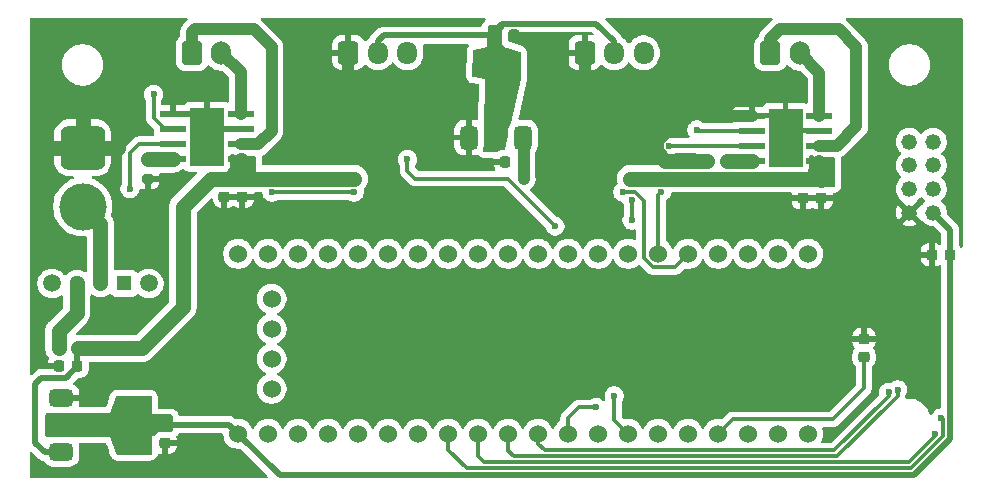
<source format=gtl>
G04 #@! TF.GenerationSoftware,KiCad,Pcbnew,9.0.2+dfsg-1*
G04 #@! TF.CreationDate,2025-08-18T21:53:10-04:00*
G04 #@! TF.ProjectId,Basic_Controller,42617369-635f-4436-9f6e-74726f6c6c65,rev?*
G04 #@! TF.SameCoordinates,Original*
G04 #@! TF.FileFunction,Copper,L1,Top*
G04 #@! TF.FilePolarity,Positive*
%FSLAX46Y46*%
G04 Gerber Fmt 4.6, Leading zero omitted, Abs format (unit mm)*
G04 Created by KiCad (PCBNEW 9.0.2+dfsg-1) date 2025-08-18 21:53:10*
%MOMM*%
%LPD*%
G01*
G04 APERTURE LIST*
G04 Aperture macros list*
%AMRoundRect*
0 Rectangle with rounded corners*
0 $1 Rounding radius*
0 $2 $3 $4 $5 $6 $7 $8 $9 X,Y pos of 4 corners*
0 Add a 4 corners polygon primitive as box body*
4,1,4,$2,$3,$4,$5,$6,$7,$8,$9,$2,$3,0*
0 Add four circle primitives for the rounded corners*
1,1,$1+$1,$2,$3*
1,1,$1+$1,$4,$5*
1,1,$1+$1,$6,$7*
1,1,$1+$1,$8,$9*
0 Add four rect primitives between the rounded corners*
20,1,$1+$1,$2,$3,$4,$5,0*
20,1,$1+$1,$4,$5,$6,$7,0*
20,1,$1+$1,$6,$7,$8,$9,0*
20,1,$1+$1,$8,$9,$2,$3,0*%
G04 Aperture macros list end*
G04 #@! TA.AperFunction,ComponentPad*
%ADD10C,4.000000*%
G04 #@! TD*
G04 #@! TA.AperFunction,ComponentPad*
%ADD11RoundRect,0.760000X-1.140000X1.140000X-1.140000X-1.140000X1.140000X-1.140000X1.140000X1.140000X0*%
G04 #@! TD*
G04 #@! TA.AperFunction,ComponentPad*
%ADD12C,1.498600*%
G04 #@! TD*
G04 #@! TA.AperFunction,ComponentPad*
%ADD13C,1.295400*%
G04 #@! TD*
G04 #@! TA.AperFunction,ComponentPad*
%ADD14R,1.295400X1.295400*%
G04 #@! TD*
G04 #@! TA.AperFunction,ComponentPad*
%ADD15C,0.630000*%
G04 #@! TD*
G04 #@! TA.AperFunction,SMDPad,CuDef*
%ADD16R,2.950000X4.900000*%
G04 #@! TD*
G04 #@! TA.AperFunction,SMDPad,CuDef*
%ADD17R,2.200000X0.500000*%
G04 #@! TD*
G04 #@! TA.AperFunction,SMDPad,CuDef*
%ADD18RoundRect,0.225000X0.250000X-0.225000X0.250000X0.225000X-0.250000X0.225000X-0.250000X-0.225000X0*%
G04 #@! TD*
G04 #@! TA.AperFunction,SMDPad,CuDef*
%ADD19RoundRect,0.225000X-0.225000X-0.250000X0.225000X-0.250000X0.225000X0.250000X-0.225000X0.250000X0*%
G04 #@! TD*
G04 #@! TA.AperFunction,ComponentPad*
%ADD20C,1.524000*%
G04 #@! TD*
G04 #@! TA.AperFunction,ComponentPad*
%ADD21RoundRect,0.250000X-0.600000X-0.750000X0.600000X-0.750000X0.600000X0.750000X-0.600000X0.750000X0*%
G04 #@! TD*
G04 #@! TA.AperFunction,ComponentPad*
%ADD22O,1.700000X2.000000*%
G04 #@! TD*
G04 #@! TA.AperFunction,SMDPad,CuDef*
%ADD23RoundRect,0.200000X0.275000X-0.200000X0.275000X0.200000X-0.275000X0.200000X-0.275000X-0.200000X0*%
G04 #@! TD*
G04 #@! TA.AperFunction,SMDPad,CuDef*
%ADD24RoundRect,0.218750X-0.218750X-0.256250X0.218750X-0.256250X0.218750X0.256250X-0.218750X0.256250X0*%
G04 #@! TD*
G04 #@! TA.AperFunction,SMDPad,CuDef*
%ADD25RoundRect,0.200000X-0.200000X-0.275000X0.200000X-0.275000X0.200000X0.275000X-0.200000X0.275000X0*%
G04 #@! TD*
G04 #@! TA.AperFunction,ComponentPad*
%ADD26RoundRect,0.250000X-0.600000X-0.725000X0.600000X-0.725000X0.600000X0.725000X-0.600000X0.725000X0*%
G04 #@! TD*
G04 #@! TA.AperFunction,ComponentPad*
%ADD27O,1.700000X1.950000*%
G04 #@! TD*
G04 #@! TA.AperFunction,SMDPad,CuDef*
%ADD28RoundRect,0.375000X-0.625000X-0.375000X0.625000X-0.375000X0.625000X0.375000X-0.625000X0.375000X0*%
G04 #@! TD*
G04 #@! TA.AperFunction,SMDPad,CuDef*
%ADD29RoundRect,0.500000X-0.500000X-1.400000X0.500000X-1.400000X0.500000X1.400000X-0.500000X1.400000X0*%
G04 #@! TD*
G04 #@! TA.AperFunction,SMDPad,CuDef*
%ADD30RoundRect,0.225000X-0.250000X0.225000X-0.250000X-0.225000X0.250000X-0.225000X0.250000X0.225000X0*%
G04 #@! TD*
G04 #@! TA.AperFunction,SMDPad,CuDef*
%ADD31RoundRect,0.375000X0.375000X-0.625000X0.375000X0.625000X-0.375000X0.625000X-0.375000X-0.625000X0*%
G04 #@! TD*
G04 #@! TA.AperFunction,SMDPad,CuDef*
%ADD32RoundRect,0.500000X1.400000X-0.500000X1.400000X0.500000X-1.400000X0.500000X-1.400000X-0.500000X0*%
G04 #@! TD*
G04 #@! TA.AperFunction,ComponentPad*
%ADD33C,1.320800*%
G04 #@! TD*
G04 #@! TA.AperFunction,SMDPad,CuDef*
%ADD34RoundRect,0.225000X0.225000X0.250000X-0.225000X0.250000X-0.225000X-0.250000X0.225000X-0.250000X0*%
G04 #@! TD*
G04 #@! TA.AperFunction,ViaPad*
%ADD35C,0.600000*%
G04 #@! TD*
G04 #@! TA.AperFunction,Conductor*
%ADD36C,0.500000*%
G04 #@! TD*
G04 #@! TA.AperFunction,Conductor*
%ADD37C,0.300000*%
G04 #@! TD*
G04 #@! TA.AperFunction,Conductor*
%ADD38C,1.300000*%
G04 #@! TD*
G04 #@! TA.AperFunction,Conductor*
%ADD39C,1.000000*%
G04 #@! TD*
G04 APERTURE END LIST*
D10*
X125000000Y-49500000D03*
D11*
X125000000Y-44500000D03*
D12*
X122400000Y-56000000D03*
X130600001Y-56000000D03*
D13*
X124499999Y-56000000D03*
X126500000Y-56000000D03*
D14*
X128500000Y-56000000D03*
D15*
X136137872Y-44877705D03*
X136137872Y-43577705D03*
X136137872Y-42277705D03*
D16*
X135487872Y-43577705D03*
D15*
X134837872Y-44877705D03*
X134837872Y-43577705D03*
X134837872Y-42277705D03*
D17*
X138362872Y-41672705D03*
X138362872Y-42942705D03*
X138362872Y-44212705D03*
X138362872Y-45482705D03*
X132612872Y-45482705D03*
X132612872Y-44212705D03*
X132612872Y-42942705D03*
X132612872Y-41672705D03*
D18*
X186000000Y-48785828D03*
X186000000Y-47235828D03*
D19*
X159950000Y-35000000D03*
X161500000Y-35000000D03*
D20*
X138160000Y-68740000D03*
X140700000Y-68740000D03*
X143240000Y-68740000D03*
X145780000Y-68740000D03*
X178800000Y-68740000D03*
X148320000Y-68740000D03*
X150860000Y-68740000D03*
X153400000Y-68740000D03*
X155940000Y-68740000D03*
X158480000Y-68740000D03*
X161020000Y-68740000D03*
X163560000Y-68740000D03*
X166100000Y-68740000D03*
X168640000Y-68740000D03*
X171180000Y-68740000D03*
X173720000Y-68740000D03*
X176260000Y-68740000D03*
X186420000Y-53500000D03*
X183880000Y-53500000D03*
X181340000Y-53500000D03*
X178800000Y-53500000D03*
X176260000Y-53500000D03*
X173720000Y-53500000D03*
X171180000Y-53500000D03*
X168640000Y-53500000D03*
X166100000Y-53500000D03*
X141000000Y-59850000D03*
X141000000Y-62390000D03*
X163560000Y-53500000D03*
X161020000Y-53500000D03*
X158480000Y-53500000D03*
X155940000Y-53500000D03*
X153400000Y-53500000D03*
X150860000Y-53500000D03*
X148320000Y-53500000D03*
X145780000Y-53500000D03*
X181340000Y-68740000D03*
X183880000Y-68740000D03*
X186420000Y-68740000D03*
X138160000Y-53500000D03*
X140700000Y-53500000D03*
X143240000Y-53500000D03*
X141000000Y-64930000D03*
X141000000Y-57310000D03*
D21*
X183229110Y-36500000D03*
D22*
X185729110Y-36500000D03*
D23*
X130509869Y-47133662D03*
X130509869Y-45483662D03*
D24*
X123000000Y-61500000D03*
X124575000Y-61500000D03*
D18*
X187525539Y-48786376D03*
X187525539Y-47236376D03*
D25*
X177873274Y-45596959D03*
X179523274Y-45596959D03*
D26*
X147500000Y-36475000D03*
D27*
X150000000Y-36475000D03*
X152500000Y-36475000D03*
D17*
X181632678Y-41784585D03*
X181632678Y-43054585D03*
X181632678Y-44324585D03*
X181632678Y-45594585D03*
X187382678Y-45594585D03*
X187382678Y-44324585D03*
X187382678Y-43054585D03*
X187382678Y-41784585D03*
D15*
X183857678Y-42389585D03*
X183857678Y-43689585D03*
X183857678Y-44989585D03*
D16*
X184507678Y-43689585D03*
D15*
X185157678Y-42389585D03*
X185157678Y-43689585D03*
X185157678Y-44989585D03*
D28*
X123200000Y-65700000D03*
X123200000Y-68000000D03*
D29*
X129500000Y-68000000D03*
D28*
X123200000Y-70300000D03*
D30*
X132000000Y-67950000D03*
X132000000Y-69500000D03*
D31*
X157700000Y-43650000D03*
X160000000Y-43650000D03*
D32*
X160000000Y-37350000D03*
D31*
X162300000Y-43650000D03*
D33*
X194998100Y-49999999D03*
X196998101Y-49999999D03*
X194998100Y-48000000D03*
X196998101Y-48000000D03*
X194998100Y-45999999D03*
X196998101Y-45999999D03*
X194998100Y-44000001D03*
X196998101Y-44000001D03*
D18*
X137001284Y-48674210D03*
X137001284Y-47124210D03*
D34*
X198445741Y-53574114D03*
X196895741Y-53574114D03*
D18*
X191151253Y-62236555D03*
X191151253Y-60686555D03*
D21*
X134250000Y-36500000D03*
D22*
X136750000Y-36500000D03*
D34*
X162337424Y-45701837D03*
X160787424Y-45701837D03*
X124550000Y-63000000D03*
X123000000Y-63000000D03*
D26*
X167500000Y-36475000D03*
D27*
X170000000Y-36475000D03*
X172500000Y-36475000D03*
D18*
X138526823Y-48674210D03*
X138526823Y-47124210D03*
D35*
X129000000Y-48000000D03*
X123000000Y-63000000D03*
X132000000Y-69500000D03*
X122000000Y-44500000D03*
X125000000Y-41500000D03*
X128000000Y-44500000D03*
X123200000Y-65700000D03*
X170000000Y-65500000D03*
X177000000Y-43000000D03*
X171500000Y-50650000D03*
X152500000Y-45500000D03*
X165000000Y-51150000D03*
X141000000Y-48274210D03*
X170725790Y-48274210D03*
X171500000Y-48924210D03*
X148000000Y-48274210D03*
X174000000Y-48274210D03*
X174675415Y-44324585D03*
X193232772Y-65226637D03*
X168500000Y-66500000D03*
X197695741Y-67368010D03*
X197137301Y-68750001D03*
X187382678Y-43054585D03*
X175000000Y-43000000D03*
X160787424Y-45701837D03*
X167500000Y-38500000D03*
X179000000Y-41500000D03*
X157700000Y-43650000D03*
X194000000Y-65000000D03*
X138362872Y-42942705D03*
X132612872Y-41672705D03*
X147500000Y-38500000D03*
X131000000Y-40000000D03*
X162345517Y-47166715D03*
X171379613Y-47123210D03*
X148000000Y-47124166D03*
D36*
X138160000Y-68740000D02*
X141669000Y-72249000D01*
X141669000Y-72249000D02*
X195407483Y-72249000D01*
X195407483Y-72249000D02*
X198445741Y-69210742D01*
X198445741Y-69210742D02*
X198445741Y-51447639D01*
X198445741Y-51447639D02*
X196998101Y-49999999D01*
X124550000Y-63000000D02*
X124550000Y-61525000D01*
X124550000Y-61525000D02*
X124575000Y-61500000D01*
D37*
X129787295Y-44212705D02*
X132612872Y-44212705D01*
X129000000Y-45000000D02*
X129787295Y-44212705D01*
X129000000Y-48000000D02*
X129000000Y-45000000D01*
D38*
X124575000Y-61500000D02*
X130000000Y-61500000D01*
X130000000Y-61500000D02*
X133500000Y-58000000D01*
X133500000Y-58000000D02*
X133500000Y-49500000D01*
X133500000Y-49500000D02*
X135875790Y-47124210D01*
X135875790Y-47124210D02*
X137001284Y-47124210D01*
D36*
X121000000Y-64500000D02*
X121500000Y-64000000D01*
X121000000Y-69500000D02*
X121000000Y-64500000D01*
X121500000Y-64000000D02*
X123550000Y-64000000D01*
X123550000Y-64000000D02*
X124550000Y-63000000D01*
D38*
X123000000Y-60000000D02*
X123000000Y-61500000D01*
X124499999Y-58500001D02*
X123000000Y-60000000D01*
X124499999Y-56000000D02*
X124499999Y-58500001D01*
D36*
X132000000Y-67950000D02*
X137370000Y-67950000D01*
X137370000Y-67950000D02*
X138160000Y-68740000D01*
D38*
X125000000Y-44500000D02*
X122000000Y-44500000D01*
X125000000Y-44500000D02*
X125000000Y-41500000D01*
X125000000Y-44500000D02*
X128000000Y-44500000D01*
X125000000Y-49500000D02*
X126500000Y-51000000D01*
X126500000Y-51000000D02*
X126500000Y-56000000D01*
D36*
X121000000Y-69500000D02*
X121800000Y-70300000D01*
X121800000Y-70300000D02*
X123200000Y-70300000D01*
D37*
X131000000Y-40000000D02*
X131000000Y-42000000D01*
X131000000Y-42000000D02*
X131942705Y-42942705D01*
X131942705Y-42942705D02*
X132612872Y-42942705D01*
D38*
X130509869Y-45483662D02*
X132611915Y-45483662D01*
X132611915Y-45483662D02*
X132612872Y-45482705D01*
X181632678Y-45594585D02*
X179525648Y-45594585D01*
X179525648Y-45594585D02*
X179523274Y-45596959D01*
D37*
X152500000Y-46500000D02*
X153132888Y-47132888D01*
X152500000Y-45500000D02*
X152500000Y-46500000D01*
X153132888Y-47132888D02*
X160982888Y-47132888D01*
X160982888Y-47132888D02*
X165000000Y-51150000D01*
D39*
X187382678Y-38153568D02*
X185729110Y-36500000D01*
X187382678Y-41784585D02*
X187382678Y-38153568D01*
X187382678Y-44324585D02*
X188864678Y-44324585D01*
X188864678Y-44324585D02*
X190500000Y-42689263D01*
X189000000Y-34500000D02*
X184000000Y-34500000D01*
X190500000Y-42689263D02*
X190500000Y-36000000D01*
X184000000Y-34500000D02*
X183229110Y-35270890D01*
X190500000Y-36000000D02*
X189000000Y-34500000D01*
X183229110Y-35270890D02*
X183229110Y-36500000D01*
X136750000Y-36500000D02*
X138362872Y-38112872D01*
X138362872Y-38112872D02*
X138362872Y-41672705D01*
X139500000Y-34500000D02*
X134500000Y-34500000D01*
X139844872Y-44212705D02*
X141000000Y-43057577D01*
X141000000Y-36000000D02*
X139500000Y-34500000D01*
X134500000Y-34500000D02*
X134250000Y-34750000D01*
X187525539Y-45737446D02*
X187382678Y-45594585D01*
D38*
X171379614Y-47123211D02*
X187412374Y-47123211D01*
X138526823Y-45727656D02*
X138362872Y-45563705D01*
D37*
X172500000Y-49000000D02*
X171774210Y-48274210D01*
X172500000Y-53854020D02*
X172500000Y-49000000D01*
X175147000Y-54613000D02*
X173258980Y-54613000D01*
X148000000Y-48274210D02*
X141000000Y-48274210D01*
X171000000Y-48274210D02*
X170725790Y-48274210D01*
X171774210Y-48274210D02*
X171000000Y-48274210D01*
X176260000Y-53500000D02*
X175147000Y-54613000D01*
X173258980Y-54613000D02*
X172500000Y-53854020D01*
X177054585Y-43054585D02*
X181632678Y-43054585D01*
X177000000Y-43000000D02*
X177054585Y-43054585D01*
X194000000Y-65500000D02*
X194000000Y-65000000D01*
X161020000Y-68740000D02*
X161020000Y-70166000D01*
X188854000Y-70646000D02*
X193500000Y-66000000D01*
X161500000Y-70646000D02*
X188854000Y-70646000D01*
X193500000Y-66000000D02*
X194000000Y-65500000D01*
X161020000Y-70166000D02*
X161500000Y-70646000D01*
X170000000Y-67560000D02*
X171180000Y-68740000D01*
X171500000Y-48924210D02*
X171500000Y-50650000D01*
X170000000Y-65500000D02*
X170000000Y-67560000D01*
D38*
X138271367Y-47124210D02*
X137001284Y-47124210D01*
D39*
X134250000Y-34750000D02*
X134250000Y-36500000D01*
D37*
X173720000Y-48554210D02*
X174000000Y-48274210D01*
X174675415Y-44324585D02*
X181632678Y-44324585D01*
X173720000Y-53500000D02*
X173720000Y-48554210D01*
X193232772Y-65558708D02*
X193232772Y-65226637D01*
X188646480Y-70145000D02*
X192895740Y-65895740D01*
X164145000Y-70145000D02*
X188646480Y-70145000D01*
X192895740Y-65895740D02*
X193232772Y-65558708D01*
X163560000Y-68740000D02*
X163560000Y-69560000D01*
X163560000Y-69560000D02*
X164145000Y-70145000D01*
X191151253Y-64848747D02*
X191151253Y-62236555D01*
X188500000Y-67500000D02*
X191151253Y-64848747D01*
X188500000Y-67500000D02*
X180040000Y-67500000D01*
X180040000Y-67500000D02*
X178800000Y-68740000D01*
X166100000Y-67400000D02*
X166100000Y-68740000D01*
X168500000Y-66500000D02*
X167000000Y-66500000D01*
X167000000Y-66500000D02*
X166100000Y-67400000D01*
X155940000Y-70088000D02*
X157500000Y-71648000D01*
X197844741Y-67517010D02*
X197695741Y-67368010D01*
X197844741Y-68961800D02*
X197844741Y-67517010D01*
X195158541Y-71648000D02*
X197844741Y-68961800D01*
X155940000Y-68740000D02*
X155940000Y-70088000D01*
X157500000Y-71648000D02*
X195158541Y-71648000D01*
X194951021Y-71147000D02*
X159000000Y-71147000D01*
X158480000Y-70627000D02*
X158480000Y-68740000D01*
X159000000Y-71147000D02*
X158480000Y-70627000D01*
X197137301Y-68750001D02*
X197193650Y-68806350D01*
X197193650Y-68904371D02*
X194951021Y-71147000D01*
X197193650Y-68806350D02*
X197193650Y-68904371D01*
D39*
X141000000Y-43057577D02*
X141000000Y-36000000D01*
X138362872Y-44212705D02*
X139844872Y-44212705D01*
X179284585Y-41784585D02*
X179000000Y-41500000D01*
D38*
X174320029Y-45596959D02*
X173524415Y-44801345D01*
X174372240Y-43000000D02*
X175000000Y-43000000D01*
X173524415Y-44801345D02*
X173524415Y-43847825D01*
D39*
X167500000Y-36475000D02*
X167500000Y-38500000D01*
D38*
X173524415Y-43847825D02*
X174372240Y-43000000D01*
D39*
X147500000Y-36475000D02*
X147500000Y-38500000D01*
D38*
X177873274Y-45596959D02*
X174320029Y-45596959D01*
D39*
X181632678Y-41784585D02*
X179284585Y-41784585D01*
D36*
X159950000Y-34550000D02*
X160500000Y-34000000D01*
X168500000Y-34000000D02*
X170000000Y-35500000D01*
X150000000Y-36475000D02*
X150000000Y-35500000D01*
X150000000Y-35500000D02*
X150500000Y-35000000D01*
X159950000Y-35000000D02*
X159950000Y-34550000D01*
X150500000Y-35000000D02*
X159950000Y-35000000D01*
X170000000Y-35500000D02*
X170000000Y-36475000D01*
X160500000Y-34000000D02*
X168500000Y-34000000D01*
D39*
X187525539Y-47236376D02*
X187525539Y-45737446D01*
D38*
X171379613Y-47123210D02*
X171379614Y-47123211D01*
D39*
X162337424Y-43687424D02*
X162300000Y-43650000D01*
X162337424Y-47158622D02*
X162345517Y-47166715D01*
D38*
X138526867Y-47124166D02*
X138526823Y-47124210D01*
D39*
X162337424Y-45701837D02*
X162337424Y-43687424D01*
D38*
X138526823Y-47124210D02*
X138526823Y-45727656D01*
D39*
X187382678Y-47093515D02*
X187525539Y-47236376D01*
D38*
X148000000Y-47124166D02*
X138526867Y-47124166D01*
X187412374Y-47123211D02*
X187525539Y-47236376D01*
D39*
X162337424Y-45701837D02*
X162337424Y-47158622D01*
G04 #@! TA.AperFunction,Conductor*
G36*
X186846813Y-45169847D02*
G01*
X186848604Y-45171019D01*
X186908764Y-45211217D01*
X186908766Y-45211218D01*
X186908770Y-45211220D01*
X187039755Y-45265475D01*
X187090843Y-45286636D01*
X187090847Y-45286636D01*
X187090848Y-45286637D01*
X187284134Y-45325085D01*
X188586904Y-45325085D01*
X188653943Y-45344770D01*
X188699698Y-45397574D01*
X188710903Y-45449490D01*
X188703578Y-47690976D01*
X188683675Y-47757951D01*
X188630722Y-47803533D01*
X188585408Y-47814434D01*
X187929589Y-47845296D01*
X187911159Y-47844791D01*
X187823895Y-47835876D01*
X187348600Y-47835876D01*
X187281561Y-47816191D01*
X187252629Y-47790398D01*
X186471292Y-46835432D01*
X186444075Y-46771081D01*
X186443268Y-46755811D01*
X186446925Y-46348346D01*
X186454736Y-46306141D01*
X186476769Y-46247068D01*
X186483178Y-46187458D01*
X186483177Y-45274160D01*
X186485727Y-45265475D01*
X186484439Y-45256515D01*
X186495416Y-45232478D01*
X186502861Y-45207123D01*
X186509703Y-45201194D01*
X186513464Y-45192959D01*
X186535695Y-45178672D01*
X186555665Y-45161368D01*
X186566180Y-45159080D01*
X186572242Y-45155185D01*
X186607177Y-45150162D01*
X186779774Y-45150162D01*
X186846813Y-45169847D01*
G37*
G04 #@! TD.AperFunction*
G04 #@! TA.AperFunction,Conductor*
G36*
X137755310Y-45034600D02*
G01*
X137822210Y-45054747D01*
X137823342Y-45055494D01*
X137888958Y-45099337D01*
X137888964Y-45099339D01*
X137888965Y-45099340D01*
X138029242Y-45157444D01*
X138071037Y-45174756D01*
X138071041Y-45174756D01*
X138071042Y-45174757D01*
X138264328Y-45213205D01*
X139563519Y-45213205D01*
X139630558Y-45232890D01*
X139676313Y-45285694D01*
X139687518Y-45337444D01*
X139685465Y-46398043D01*
X139684346Y-46975450D01*
X139664531Y-47042451D01*
X139611639Y-47088104D01*
X139560346Y-47099210D01*
X137384161Y-47099210D01*
X137317122Y-47079525D01*
X137271367Y-47026721D01*
X137260173Y-46976903D01*
X137253649Y-46499001D01*
X137272416Y-46431703D01*
X137303330Y-46398043D01*
X137320418Y-46385251D01*
X137406668Y-46270036D01*
X137456963Y-46135188D01*
X137463372Y-46075578D01*
X137463371Y-45157442D01*
X137483055Y-45090405D01*
X137535859Y-45044650D01*
X137588224Y-45033447D01*
X137755310Y-45034600D01*
G37*
G04 #@! TD.AperFunction*
G04 #@! TA.AperFunction,Conductor*
G36*
X160579135Y-34138135D02*
G01*
X160586054Y-34140247D01*
X160593196Y-34139085D01*
X160619022Y-34150306D01*
X160645961Y-34158527D01*
X160650641Y-34164045D01*
X160657277Y-34166929D01*
X160672937Y-34190332D01*
X160691155Y-34211812D01*
X160692108Y-34218983D01*
X160696133Y-34224998D01*
X160696653Y-34253159D01*
X160700366Y-34281072D01*
X160697322Y-34289331D01*
X160697425Y-34294856D01*
X160683360Y-34327226D01*
X160635894Y-34404178D01*
X160624070Y-34420282D01*
X160574746Y-34477206D01*
X160574745Y-34477207D01*
X160514976Y-34608080D01*
X160514975Y-34608085D01*
X160494500Y-34750499D01*
X160494500Y-35499996D01*
X160497372Y-35553812D01*
X160532890Y-35693232D01*
X160532892Y-35693237D01*
X160606252Y-35817006D01*
X160606256Y-35817011D01*
X160685536Y-35890889D01*
X160721162Y-35950994D01*
X160725000Y-35981606D01*
X160725000Y-36027562D01*
X160992598Y-36035861D01*
X161027956Y-36042162D01*
X162040788Y-36379772D01*
X162098161Y-36419645D01*
X162124869Y-36484209D01*
X162125574Y-36497408D01*
X162125574Y-38631158D01*
X162122597Y-38658165D01*
X161287522Y-42400278D01*
X161263147Y-42450958D01*
X161182970Y-42550702D01*
X161098360Y-42721304D01*
X161052400Y-42906107D01*
X161049500Y-42948879D01*
X161049500Y-43453229D01*
X161046523Y-43480236D01*
X160790092Y-44629344D01*
X160756279Y-44690487D01*
X160694777Y-44723643D01*
X160669070Y-44726337D01*
X160514087Y-44726337D01*
X160514068Y-44726338D01*
X160414716Y-44736487D01*
X160414713Y-44736488D01*
X160253729Y-44789833D01*
X160253718Y-44789838D01*
X160109378Y-44878869D01*
X160107216Y-44880579D01*
X160105455Y-44881288D01*
X160103233Y-44882660D01*
X160102998Y-44882279D01*
X160042418Y-44906713D01*
X160027869Y-44907281D01*
X159016804Y-44887330D01*
X159007514Y-44884402D01*
X158997836Y-44885491D01*
X158974739Y-44874072D01*
X158950166Y-44866327D01*
X158943934Y-44858841D01*
X158935203Y-44854525D01*
X158921946Y-44832431D01*
X158905461Y-44812630D01*
X158903307Y-44801366D01*
X158899255Y-44794613D01*
X158895310Y-44759549D01*
X158900359Y-44595446D01*
X158903965Y-44569347D01*
X158947598Y-44393897D01*
X158947597Y-44393897D01*
X158947600Y-44393889D01*
X158950500Y-44351123D01*
X158950499Y-42967982D01*
X158950558Y-42964169D01*
X159082833Y-38665665D01*
X158090348Y-38553308D01*
X158025949Y-38526207D01*
X157986424Y-38468591D01*
X157980317Y-38427851D01*
X158018148Y-36337628D01*
X158039043Y-36270959D01*
X158092666Y-36226167D01*
X158117956Y-36218254D01*
X159209145Y-36001474D01*
X159322240Y-34242203D01*
X159346185Y-34176566D01*
X159401816Y-34134293D01*
X159447292Y-34126167D01*
X160579135Y-34138135D01*
G37*
G04 #@! TD.AperFunction*
G04 #@! TA.AperFunction,Conductor*
G36*
X136840539Y-68720185D02*
G01*
X136886294Y-68772989D01*
X136897500Y-68824500D01*
X136897500Y-68839360D01*
X136928587Y-69035637D01*
X136989993Y-69224629D01*
X136989994Y-69224632D01*
X137055327Y-69352853D01*
X137080213Y-69401694D01*
X137197019Y-69562464D01*
X137337536Y-69702981D01*
X137498306Y-69819787D01*
X137555398Y-69848877D01*
X137675367Y-69910005D01*
X137675370Y-69910006D01*
X137769866Y-69940709D01*
X137864364Y-69971413D01*
X138060639Y-70002500D01*
X138060640Y-70002500D01*
X138259358Y-70002500D01*
X138259361Y-70002500D01*
X138284814Y-69998468D01*
X138354105Y-70007422D01*
X138391893Y-70033260D01*
X140646452Y-72287819D01*
X140679937Y-72349142D01*
X140674953Y-72418834D01*
X140633081Y-72474767D01*
X140567617Y-72499184D01*
X140558771Y-72499500D01*
X120624500Y-72499500D01*
X120557461Y-72479815D01*
X120511706Y-72427011D01*
X120500500Y-72375500D01*
X120500500Y-70361230D01*
X120520185Y-70294191D01*
X120572989Y-70248436D01*
X120642147Y-70238492D01*
X120705703Y-70267517D01*
X120712181Y-70273549D01*
X121321584Y-70882952D01*
X121321590Y-70882957D01*
X121355429Y-70905566D01*
X121355431Y-70905567D01*
X121444505Y-70965084D01*
X121444506Y-70965084D01*
X121444507Y-70965085D01*
X121542078Y-71005500D01*
X121581087Y-71021658D01*
X121581091Y-71021658D01*
X121581092Y-71021659D01*
X121730504Y-71051380D01*
X121792415Y-71083765D01*
X121817398Y-71117899D01*
X121832970Y-71149296D01*
X121832972Y-71149298D01*
X121952277Y-71297721D01*
X121952278Y-71297722D01*
X122100704Y-71417030D01*
X122100707Y-71417032D01*
X122271302Y-71501639D01*
X122271303Y-71501639D01*
X122271307Y-71501641D01*
X122456111Y-71547600D01*
X122498877Y-71550500D01*
X123901122Y-71550499D01*
X123943889Y-71547600D01*
X124128693Y-71501641D01*
X124299296Y-71417030D01*
X124447722Y-71297722D01*
X124567030Y-71149296D01*
X124651641Y-70978693D01*
X124697600Y-70793889D01*
X124700500Y-70751123D01*
X124700499Y-69848878D01*
X124697600Y-69806111D01*
X124661120Y-69659423D01*
X124664044Y-69589618D01*
X124704244Y-69532472D01*
X124768958Y-69506131D01*
X124781455Y-69505500D01*
X126896283Y-69505500D01*
X126963322Y-69525185D01*
X127009077Y-69577989D01*
X127013917Y-69590281D01*
X127114190Y-69891101D01*
X127342182Y-70575079D01*
X127351382Y-70600405D01*
X127356237Y-70612735D01*
X127366759Y-70637501D01*
X127366760Y-70637503D01*
X127444545Y-70758537D01*
X127444553Y-70758548D01*
X127490297Y-70811340D01*
X127490300Y-70811343D01*
X127490304Y-70811347D01*
X127599038Y-70905567D01*
X127599041Y-70905568D01*
X127599042Y-70905569D01*
X127729358Y-70965084D01*
X127729915Y-70965338D01*
X127796954Y-70985023D01*
X127796958Y-70985024D01*
X127939374Y-71005500D01*
X127939377Y-71005500D01*
X130725990Y-71005500D01*
X130726000Y-71005500D01*
X130833456Y-70993947D01*
X130884967Y-70982741D01*
X130919197Y-70971347D01*
X130987497Y-70948616D01*
X130987501Y-70948613D01*
X130987504Y-70948613D01*
X131108543Y-70870825D01*
X131161347Y-70825070D01*
X131255567Y-70716336D01*
X131315338Y-70585459D01*
X131335023Y-70518420D01*
X131335024Y-70518416D01*
X131336876Y-70505531D01*
X131365896Y-70441977D01*
X131424672Y-70404199D01*
X131494541Y-70404195D01*
X131498618Y-70405468D01*
X131602393Y-70439855D01*
X131701683Y-70449999D01*
X132250000Y-70449999D01*
X132298308Y-70449999D01*
X132298322Y-70449998D01*
X132397607Y-70439855D01*
X132558481Y-70386547D01*
X132558492Y-70386542D01*
X132702728Y-70297575D01*
X132702732Y-70297572D01*
X132822572Y-70177732D01*
X132822575Y-70177728D01*
X132911542Y-70033492D01*
X132911547Y-70033481D01*
X132964855Y-69872606D01*
X132974999Y-69773322D01*
X132975000Y-69773309D01*
X132975000Y-69750000D01*
X132250000Y-69750000D01*
X132250000Y-70449999D01*
X131701683Y-70449999D01*
X131749999Y-70449998D01*
X131750000Y-70449998D01*
X131750000Y-69624000D01*
X131769685Y-69556961D01*
X131822489Y-69511206D01*
X131874000Y-69500000D01*
X132000000Y-69500000D01*
X132000000Y-69374000D01*
X132019685Y-69306961D01*
X132072489Y-69261206D01*
X132124000Y-69250000D01*
X132974999Y-69250000D01*
X132974999Y-69226692D01*
X132974998Y-69226677D01*
X132964855Y-69127392D01*
X132926330Y-69011129D01*
X132926108Y-69004691D01*
X132922996Y-68999055D01*
X132924922Y-68970205D01*
X132923928Y-68941300D01*
X132927329Y-68934160D01*
X132927651Y-68929340D01*
X132938245Y-68911244D01*
X132944419Y-68898284D01*
X132946963Y-68894851D01*
X133029171Y-68798630D01*
X133045823Y-68761482D01*
X133053846Y-68750659D01*
X133071403Y-68737385D01*
X133085699Y-68720654D01*
X133098726Y-68716730D01*
X133109581Y-68708524D01*
X133131525Y-68706850D01*
X133152599Y-68700503D01*
X133153463Y-68700500D01*
X136773500Y-68700500D01*
X136840539Y-68720185D01*
G37*
G04 #@! TD.AperFunction*
G04 #@! TA.AperFunction,Conductor*
G36*
X159100840Y-33520185D02*
G01*
X159146595Y-33572989D01*
X159156539Y-33642147D01*
X159127514Y-33705703D01*
X159099223Y-33728668D01*
X159099690Y-33729384D01*
X159095978Y-33731807D01*
X159040346Y-33774081D01*
X158939343Y-33876548D01*
X158939342Y-33876550D01*
X158871299Y-34003322D01*
X158871294Y-34003334D01*
X158850730Y-34059702D01*
X158850727Y-34059712D01*
X158847354Y-34068960D01*
X158847352Y-34068965D01*
X158829943Y-34151860D01*
X158829735Y-34152784D01*
X158813192Y-34182535D01*
X158797084Y-34212548D01*
X158796246Y-34213012D01*
X158795782Y-34213849D01*
X158765781Y-34229934D01*
X158736004Y-34246473D01*
X158734654Y-34246623D01*
X158734205Y-34246864D01*
X158733201Y-34246784D01*
X158708774Y-34249500D01*
X150426080Y-34249500D01*
X150281092Y-34278340D01*
X150281086Y-34278342D01*
X150144508Y-34334914D01*
X150144496Y-34334921D01*
X150095269Y-34367813D01*
X150021588Y-34417044D01*
X150021580Y-34417050D01*
X149417050Y-35021580D01*
X149417044Y-35021588D01*
X149367812Y-35095268D01*
X149367813Y-35095269D01*
X149334915Y-35144504D01*
X149332043Y-35149879D01*
X149329891Y-35148728D01*
X149295129Y-35192808D01*
X149120215Y-35319889D01*
X148981035Y-35459069D01*
X148919712Y-35492553D01*
X148850020Y-35487569D01*
X148794087Y-35445697D01*
X148787815Y-35436484D01*
X148692315Y-35281654D01*
X148568345Y-35157684D01*
X148419124Y-35065643D01*
X148419119Y-35065641D01*
X148252697Y-35010494D01*
X148252690Y-35010493D01*
X148149986Y-35000000D01*
X147750000Y-35000000D01*
X147750000Y-36070854D01*
X147683343Y-36032370D01*
X147562535Y-36000000D01*
X147437465Y-36000000D01*
X147316657Y-36032370D01*
X147250000Y-36070854D01*
X147250000Y-35000000D01*
X146850028Y-35000000D01*
X146850012Y-35000001D01*
X146747302Y-35010494D01*
X146580880Y-35065641D01*
X146580875Y-35065643D01*
X146431654Y-35157684D01*
X146307684Y-35281654D01*
X146215643Y-35430875D01*
X146215641Y-35430880D01*
X146160494Y-35597302D01*
X146160493Y-35597309D01*
X146150002Y-35699996D01*
X146150000Y-35700026D01*
X146150000Y-36225000D01*
X147095854Y-36225000D01*
X147057370Y-36291657D01*
X147025000Y-36412465D01*
X147025000Y-36537535D01*
X147057370Y-36658343D01*
X147095854Y-36725000D01*
X146150001Y-36725000D01*
X146150001Y-37249986D01*
X146160494Y-37352697D01*
X146215641Y-37519119D01*
X146215643Y-37519124D01*
X146307684Y-37668345D01*
X146431654Y-37792315D01*
X146580875Y-37884356D01*
X146580880Y-37884358D01*
X146747302Y-37939505D01*
X146747309Y-37939506D01*
X146850019Y-37949999D01*
X147249999Y-37949999D01*
X147250000Y-37949998D01*
X147250000Y-36879145D01*
X147316657Y-36917630D01*
X147437465Y-36950000D01*
X147562535Y-36950000D01*
X147683343Y-36917630D01*
X147750000Y-36879145D01*
X147750000Y-37949999D01*
X148149972Y-37949999D01*
X148149986Y-37949998D01*
X148252697Y-37939505D01*
X148419119Y-37884358D01*
X148419124Y-37884356D01*
X148568345Y-37792315D01*
X148692317Y-37668343D01*
X148787815Y-37513516D01*
X148839763Y-37466791D01*
X148908725Y-37455568D01*
X148972808Y-37483412D01*
X148981035Y-37490931D01*
X149120213Y-37630109D01*
X149292179Y-37755048D01*
X149292181Y-37755049D01*
X149292184Y-37755051D01*
X149481588Y-37851557D01*
X149683757Y-37917246D01*
X149893713Y-37950500D01*
X149893714Y-37950500D01*
X150106286Y-37950500D01*
X150106287Y-37950500D01*
X150316243Y-37917246D01*
X150518412Y-37851557D01*
X150707816Y-37755051D01*
X150729789Y-37739086D01*
X150879786Y-37630109D01*
X150879788Y-37630106D01*
X150879792Y-37630104D01*
X151030104Y-37479792D01*
X151149683Y-37315204D01*
X151205011Y-37272540D01*
X151274624Y-37266561D01*
X151336420Y-37299166D01*
X151350313Y-37315199D01*
X151413958Y-37402799D01*
X151469896Y-37479792D01*
X151620213Y-37630109D01*
X151792179Y-37755048D01*
X151792181Y-37755049D01*
X151792184Y-37755051D01*
X151981588Y-37851557D01*
X152183757Y-37917246D01*
X152393713Y-37950500D01*
X152393714Y-37950500D01*
X152606286Y-37950500D01*
X152606287Y-37950500D01*
X152816243Y-37917246D01*
X153018412Y-37851557D01*
X153207816Y-37755051D01*
X153229789Y-37739086D01*
X153379786Y-37630109D01*
X153379788Y-37630106D01*
X153379792Y-37630104D01*
X153530104Y-37479792D01*
X153530106Y-37479788D01*
X153530109Y-37479786D01*
X153655048Y-37307820D01*
X153655047Y-37307820D01*
X153655051Y-37307816D01*
X153751557Y-37118412D01*
X153817246Y-36916243D01*
X153850500Y-36706287D01*
X153850500Y-36243713D01*
X153817246Y-36033757D01*
X153777949Y-35912816D01*
X153775955Y-35842977D01*
X153812035Y-35783144D01*
X153874736Y-35752316D01*
X153895881Y-35750500D01*
X157555899Y-35750500D01*
X157622938Y-35770185D01*
X157668693Y-35822989D01*
X157678637Y-35892147D01*
X157649612Y-35955703D01*
X157648126Y-35957386D01*
X157618811Y-35990003D01*
X157556679Y-36119779D01*
X157535779Y-36186465D01*
X157512730Y-36328476D01*
X157474899Y-38418699D01*
X157474899Y-38418702D01*
X157480401Y-38502784D01*
X157480401Y-38502785D01*
X157486510Y-38543538D01*
X157505902Y-38625527D01*
X157569584Y-38754555D01*
X157609099Y-38812156D01*
X157609103Y-38812161D01*
X157609106Y-38812165D01*
X157609109Y-38812168D01*
X157706551Y-38918017D01*
X157829864Y-38992126D01*
X157829869Y-38992128D01*
X157829874Y-38992131D01*
X157894273Y-39019232D01*
X157894276Y-39019233D01*
X158033485Y-39055600D01*
X158449741Y-39102723D01*
X158514141Y-39129824D01*
X158553666Y-39187439D01*
X158559734Y-39229750D01*
X158472414Y-42067394D01*
X158450677Y-42133796D01*
X158396491Y-42177905D01*
X158327059Y-42185717D01*
X158318547Y-42183915D01*
X158193826Y-42152897D01*
X158151097Y-42150000D01*
X157950000Y-42150000D01*
X157950000Y-45150000D01*
X158151097Y-45150000D01*
X158193824Y-45147102D01*
X158378516Y-45101170D01*
X158380191Y-45100555D01*
X158381283Y-45100482D01*
X158385044Y-45099547D01*
X158385211Y-45100220D01*
X158403007Y-45099033D01*
X158425048Y-45092963D01*
X158437199Y-45096754D01*
X158449906Y-45095907D01*
X158469923Y-45106963D01*
X158491747Y-45113772D01*
X158506878Y-45127375D01*
X158511066Y-45129688D01*
X158518028Y-45137330D01*
X158518251Y-45137596D01*
X158533457Y-45155861D01*
X158533510Y-45155816D01*
X158555565Y-45182152D01*
X158555437Y-45182260D01*
X158561669Y-45189746D01*
X158561679Y-45189758D01*
X158562723Y-45190700D01*
X158563661Y-45191819D01*
X158564732Y-45192932D01*
X158564655Y-45193005D01*
X158566394Y-45195082D01*
X158572375Y-45201373D01*
X158592594Y-45226209D01*
X158592599Y-45226214D01*
X158618087Y-45243723D01*
X158625793Y-45249016D01*
X158638613Y-45259127D01*
X158668536Y-45286107D01*
X158697414Y-45299990D01*
X158707687Y-45305538D01*
X158710837Y-45307435D01*
X158711194Y-45307681D01*
X158711472Y-45307818D01*
X158711478Y-45307822D01*
X158773799Y-45338634D01*
X158773801Y-45338634D01*
X158773804Y-45338636D01*
X158773807Y-45338637D01*
X158778555Y-45340191D01*
X158784599Y-45342344D01*
X158789232Y-45344130D01*
X158798210Y-45348447D01*
X158822783Y-45356192D01*
X158822783Y-45356191D01*
X158855560Y-45366522D01*
X158855560Y-45366523D01*
X158864850Y-45369451D01*
X158864864Y-45369453D01*
X158869155Y-45370476D01*
X158869090Y-45370748D01*
X158880123Y-45373438D01*
X158910547Y-45383398D01*
X158950822Y-45384635D01*
X158967058Y-45386209D01*
X159006831Y-45392732D01*
X159743927Y-45407276D01*
X159810560Y-45428278D01*
X159829157Y-45443570D01*
X159837424Y-45451837D01*
X160663424Y-45451837D01*
X160730463Y-45471522D01*
X160776218Y-45524326D01*
X160787424Y-45575837D01*
X160787424Y-45827837D01*
X160767739Y-45894876D01*
X160714935Y-45940631D01*
X160663424Y-45951837D01*
X159837425Y-45951837D01*
X159837425Y-46000159D01*
X159847568Y-46099444D01*
X159900876Y-46260318D01*
X159900879Y-46260325D01*
X159921213Y-46293290D01*
X159939654Y-46360683D01*
X159918732Y-46427346D01*
X159865090Y-46472116D01*
X159815675Y-46482388D01*
X153453696Y-46482388D01*
X153386657Y-46462703D01*
X153366015Y-46446069D01*
X153186819Y-46266873D01*
X153172115Y-46239945D01*
X153155523Y-46214127D01*
X153154631Y-46207926D01*
X153153334Y-46205550D01*
X153150500Y-46179192D01*
X153150500Y-46004935D01*
X153170185Y-45937896D01*
X153171366Y-45936090D01*
X153209394Y-45879179D01*
X153214701Y-45866368D01*
X153226490Y-45837906D01*
X153269737Y-45733497D01*
X153300500Y-45578842D01*
X153300500Y-45421158D01*
X153300500Y-45421155D01*
X153300499Y-45421153D01*
X153294845Y-45392731D01*
X153269737Y-45266503D01*
X153260300Y-45243720D01*
X153209397Y-45120827D01*
X153209390Y-45120814D01*
X153121789Y-44989711D01*
X153121786Y-44989707D01*
X153010292Y-44878213D01*
X153010288Y-44878210D01*
X152879185Y-44790609D01*
X152879172Y-44790602D01*
X152733501Y-44730264D01*
X152733489Y-44730261D01*
X152578845Y-44699500D01*
X152578842Y-44699500D01*
X152421158Y-44699500D01*
X152421155Y-44699500D01*
X152266510Y-44730261D01*
X152266498Y-44730264D01*
X152120827Y-44790602D01*
X152120814Y-44790609D01*
X151989711Y-44878210D01*
X151989707Y-44878213D01*
X151878213Y-44989707D01*
X151878210Y-44989711D01*
X151790609Y-45120814D01*
X151790602Y-45120827D01*
X151730264Y-45266498D01*
X151730261Y-45266510D01*
X151699500Y-45421153D01*
X151699500Y-45578846D01*
X151730261Y-45733489D01*
X151730264Y-45733501D01*
X151790602Y-45879172D01*
X151790606Y-45879179D01*
X151828602Y-45936044D01*
X151849480Y-46002721D01*
X151849500Y-46004935D01*
X151849500Y-46564073D01*
X151873060Y-46682515D01*
X151874498Y-46689741D01*
X151874501Y-46689750D01*
X151923533Y-46808124D01*
X151923534Y-46808126D01*
X151923535Y-46808127D01*
X151954690Y-46854755D01*
X151994726Y-46914673D01*
X152718214Y-47638161D01*
X152718217Y-47638163D01*
X152718219Y-47638165D01*
X152824761Y-47709353D01*
X152943144Y-47758389D01*
X152943148Y-47758389D01*
X152943149Y-47758390D01*
X153068816Y-47783388D01*
X153068819Y-47783388D01*
X160662080Y-47783388D01*
X160729119Y-47803073D01*
X160749761Y-47819707D01*
X164182984Y-51252930D01*
X164216469Y-51314253D01*
X164216920Y-51316420D01*
X164230261Y-51383489D01*
X164230264Y-51383501D01*
X164290602Y-51529172D01*
X164290609Y-51529185D01*
X164378210Y-51660288D01*
X164378213Y-51660292D01*
X164489707Y-51771786D01*
X164489711Y-51771789D01*
X164620814Y-51859390D01*
X164620827Y-51859397D01*
X164766498Y-51919735D01*
X164766503Y-51919737D01*
X164921153Y-51950499D01*
X164921156Y-51950500D01*
X164921158Y-51950500D01*
X165078844Y-51950500D01*
X165078845Y-51950499D01*
X165233497Y-51919737D01*
X165379179Y-51859394D01*
X165510289Y-51771789D01*
X165621789Y-51660289D01*
X165709394Y-51529179D01*
X165769737Y-51383497D01*
X165800500Y-51228842D01*
X165800500Y-51071158D01*
X165800500Y-51071155D01*
X165800499Y-51071153D01*
X165784931Y-50992889D01*
X165769737Y-50916503D01*
X165756889Y-50885484D01*
X165709397Y-50770827D01*
X165709390Y-50770814D01*
X165621789Y-50639711D01*
X165621786Y-50639707D01*
X165510292Y-50528213D01*
X165510288Y-50528210D01*
X165379185Y-50440609D01*
X165379172Y-50440602D01*
X165233501Y-50380264D01*
X165233489Y-50380261D01*
X165166420Y-50366920D01*
X165104509Y-50334535D01*
X165102930Y-50332984D01*
X162928585Y-48158639D01*
X162895100Y-48097316D01*
X162900084Y-48027624D01*
X162941956Y-47971691D01*
X162947349Y-47967873D01*
X162983298Y-47943854D01*
X163122656Y-47804496D01*
X163232148Y-47640629D01*
X163307568Y-47458551D01*
X163346017Y-47265255D01*
X163346017Y-47068175D01*
X163340307Y-47039468D01*
X163337924Y-47015276D01*
X163337924Y-44891366D01*
X163357609Y-44824327D01*
X163365267Y-44813691D01*
X163417030Y-44749296D01*
X163501641Y-44578693D01*
X163547600Y-44393889D01*
X163550500Y-44351123D01*
X163550499Y-42948878D01*
X163547600Y-42906111D01*
X163501641Y-42721307D01*
X163497219Y-42712390D01*
X163417032Y-42550707D01*
X163417030Y-42550704D01*
X163297722Y-42402278D01*
X163297721Y-42402277D01*
X163149295Y-42282969D01*
X163149292Y-42282967D01*
X162978697Y-42198360D01*
X162793892Y-42152400D01*
X162768229Y-42150660D01*
X162751123Y-42149500D01*
X162751121Y-42149500D01*
X162016139Y-42149500D01*
X161949100Y-42129815D01*
X161903345Y-42077011D01*
X161893401Y-42007853D01*
X161895116Y-41998493D01*
X161901346Y-41970578D01*
X162009317Y-41486740D01*
X180032678Y-41486740D01*
X180032678Y-41534585D01*
X181382678Y-41534585D01*
X181382678Y-41034585D01*
X181882678Y-41034585D01*
X181882678Y-41534585D01*
X183304870Y-41534585D01*
X183371909Y-41554270D01*
X183392551Y-41570904D01*
X183857678Y-42036031D01*
X184257677Y-41636031D01*
X184257678Y-41636030D01*
X184257678Y-40739585D01*
X182984833Y-40739585D01*
X182925305Y-40745986D01*
X182925298Y-40745988D01*
X182790591Y-40796230D01*
X182790584Y-40796234D01*
X182675491Y-40882394D01*
X182598758Y-40984896D01*
X182542824Y-41026767D01*
X182499491Y-41034585D01*
X181882678Y-41034585D01*
X181382678Y-41034585D01*
X180484833Y-41034585D01*
X180425305Y-41040986D01*
X180425298Y-41040988D01*
X180290591Y-41091230D01*
X180290584Y-41091234D01*
X180175490Y-41177394D01*
X180175487Y-41177397D01*
X180089327Y-41292491D01*
X180089323Y-41292498D01*
X180039081Y-41427205D01*
X180039079Y-41427212D01*
X180032678Y-41486740D01*
X162009317Y-41486740D01*
X162615962Y-38768262D01*
X162625054Y-38713551D01*
X162628031Y-38686544D01*
X162631074Y-38631158D01*
X162631074Y-36497408D01*
X162630354Y-36470446D01*
X162629649Y-36457247D01*
X162627498Y-36430408D01*
X162591980Y-36290980D01*
X162566036Y-36228263D01*
X162565473Y-36226835D01*
X162565272Y-36226416D01*
X162565269Y-36226408D01*
X162491907Y-36102636D01*
X162386646Y-36004546D01*
X162380032Y-35999949D01*
X162329272Y-35964671D01*
X162287320Y-35943648D01*
X162272250Y-35929604D01*
X162254275Y-35919542D01*
X162253336Y-35917778D01*
X162500000Y-36000000D01*
X163500000Y-37000000D01*
X163949900Y-34750500D01*
X168137770Y-34750500D01*
X168167210Y-34759144D01*
X168197197Y-34765668D01*
X168202212Y-34769422D01*
X168204809Y-34770185D01*
X168225451Y-34786819D01*
X168226951Y-34788319D01*
X168260436Y-34849642D01*
X168255452Y-34919334D01*
X168213580Y-34975267D01*
X168148116Y-34999684D01*
X168139270Y-35000000D01*
X167750000Y-35000000D01*
X167750000Y-36070854D01*
X167683343Y-36032370D01*
X167562535Y-36000000D01*
X167437465Y-36000000D01*
X167316657Y-36032370D01*
X167250000Y-36070854D01*
X167250000Y-35000000D01*
X166850028Y-35000000D01*
X166850012Y-35000001D01*
X166747302Y-35010494D01*
X166580880Y-35065641D01*
X166580875Y-35065643D01*
X166431654Y-35157684D01*
X166307684Y-35281654D01*
X166215643Y-35430875D01*
X166215641Y-35430880D01*
X166160494Y-35597302D01*
X166160493Y-35597309D01*
X166150002Y-35699996D01*
X166150000Y-35700026D01*
X166150000Y-36225000D01*
X167095854Y-36225000D01*
X167057370Y-36291657D01*
X167025000Y-36412465D01*
X167025000Y-36537535D01*
X167057370Y-36658343D01*
X167095854Y-36725000D01*
X166150001Y-36725000D01*
X166150001Y-37249986D01*
X166160494Y-37352697D01*
X166215641Y-37519119D01*
X166215643Y-37519124D01*
X166307684Y-37668345D01*
X166431654Y-37792315D01*
X166580875Y-37884356D01*
X166580880Y-37884358D01*
X166747302Y-37939505D01*
X166747309Y-37939506D01*
X166850019Y-37949999D01*
X167249999Y-37949999D01*
X167250000Y-37949998D01*
X167250000Y-36879145D01*
X167316657Y-36917630D01*
X167437465Y-36950000D01*
X167562535Y-36950000D01*
X167683343Y-36917630D01*
X167750000Y-36879145D01*
X167750000Y-37949999D01*
X168149972Y-37949999D01*
X168149986Y-37949998D01*
X168252697Y-37939505D01*
X168419119Y-37884358D01*
X168419124Y-37884356D01*
X168568345Y-37792315D01*
X168692317Y-37668343D01*
X168787815Y-37513516D01*
X168839763Y-37466791D01*
X168908725Y-37455568D01*
X168972808Y-37483412D01*
X168981035Y-37490931D01*
X169120213Y-37630109D01*
X169292179Y-37755048D01*
X169292181Y-37755049D01*
X169292184Y-37755051D01*
X169481588Y-37851557D01*
X169683757Y-37917246D01*
X169893713Y-37950500D01*
X169893714Y-37950500D01*
X170106286Y-37950500D01*
X170106287Y-37950500D01*
X170316243Y-37917246D01*
X170518412Y-37851557D01*
X170707816Y-37755051D01*
X170729789Y-37739086D01*
X170879786Y-37630109D01*
X170879788Y-37630106D01*
X170879792Y-37630104D01*
X171030104Y-37479792D01*
X171149683Y-37315204D01*
X171205011Y-37272540D01*
X171274624Y-37266561D01*
X171336420Y-37299166D01*
X171350313Y-37315199D01*
X171413958Y-37402799D01*
X171469896Y-37479792D01*
X171620213Y-37630109D01*
X171792179Y-37755048D01*
X171792181Y-37755049D01*
X171792184Y-37755051D01*
X171981588Y-37851557D01*
X172183757Y-37917246D01*
X172393713Y-37950500D01*
X172393714Y-37950500D01*
X172606286Y-37950500D01*
X172606287Y-37950500D01*
X172816243Y-37917246D01*
X173018412Y-37851557D01*
X173207816Y-37755051D01*
X173229789Y-37739086D01*
X173379786Y-37630109D01*
X173379788Y-37630106D01*
X173379792Y-37630104D01*
X173530104Y-37479792D01*
X173530106Y-37479788D01*
X173530109Y-37479786D01*
X173655048Y-37307820D01*
X173655047Y-37307820D01*
X173655051Y-37307816D01*
X173751557Y-37118412D01*
X173817246Y-36916243D01*
X173850500Y-36706287D01*
X173850500Y-36243713D01*
X173817246Y-36033757D01*
X173751557Y-35831588D01*
X173655051Y-35642184D01*
X173655049Y-35642181D01*
X173655048Y-35642179D01*
X173530109Y-35470213D01*
X173379786Y-35319890D01*
X173207820Y-35194951D01*
X173018414Y-35098444D01*
X173018413Y-35098443D01*
X173018412Y-35098443D01*
X172816243Y-35032754D01*
X172816241Y-35032753D01*
X172816240Y-35032753D01*
X172654957Y-35007208D01*
X172606287Y-34999500D01*
X172393713Y-34999500D01*
X172345042Y-35007208D01*
X172183760Y-35032753D01*
X172183757Y-35032754D01*
X171991354Y-35095270D01*
X171981585Y-35098444D01*
X171792179Y-35194951D01*
X171620213Y-35319890D01*
X171469894Y-35470209D01*
X171469890Y-35470214D01*
X171350318Y-35634793D01*
X171294989Y-35677459D01*
X171225375Y-35683438D01*
X171163580Y-35650833D01*
X171149682Y-35634793D01*
X171030109Y-35470214D01*
X171030105Y-35470209D01*
X170879786Y-35319890D01*
X170704870Y-35192808D01*
X170670117Y-35148719D01*
X170667954Y-35149876D01*
X170665087Y-35144514D01*
X170665084Y-35144505D01*
X170652719Y-35126000D01*
X170582954Y-35021588D01*
X170582953Y-35021587D01*
X170582951Y-35021584D01*
X170478416Y-34917049D01*
X169896281Y-34334914D01*
X169273549Y-33712181D01*
X169240064Y-33650858D01*
X169245048Y-33581166D01*
X169286920Y-33525233D01*
X169352384Y-33500816D01*
X169361230Y-33500500D01*
X183286608Y-33500500D01*
X183308118Y-33506816D01*
X183330477Y-33508519D01*
X183340997Y-33516470D01*
X183353647Y-33520185D01*
X183368326Y-33537126D01*
X183386217Y-33550648D01*
X183390768Y-33563025D01*
X183399402Y-33572989D01*
X183402592Y-33595178D01*
X183410332Y-33616225D01*
X183407469Y-33629096D01*
X183409346Y-33642147D01*
X183400032Y-33662541D01*
X183395165Y-33684428D01*
X183383797Y-33698090D01*
X183380321Y-33705703D01*
X183373884Y-33712585D01*
X183366193Y-33720204D01*
X183362218Y-33722861D01*
X183222861Y-33862218D01*
X183222858Y-33862221D01*
X183222672Y-33862406D01*
X183222564Y-33862514D01*
X182902544Y-34182535D01*
X182591331Y-34493748D01*
X182591328Y-34493751D01*
X182530267Y-34554812D01*
X182451969Y-34633109D01*
X182342481Y-34796969D01*
X182342474Y-34796982D01*
X182267060Y-34979050D01*
X182267057Y-34979059D01*
X182252095Y-35054278D01*
X182219709Y-35116188D01*
X182195578Y-35135622D01*
X182160453Y-35157288D01*
X182036399Y-35281342D01*
X181944297Y-35430663D01*
X181944295Y-35430668D01*
X181921155Y-35500500D01*
X181889111Y-35597203D01*
X181889111Y-35597204D01*
X181889110Y-35597204D01*
X181878610Y-35699983D01*
X181878610Y-37300001D01*
X181878611Y-37300018D01*
X181889110Y-37402796D01*
X181889111Y-37402799D01*
X181935004Y-37541294D01*
X181944296Y-37569334D01*
X182036398Y-37718656D01*
X182160454Y-37842712D01*
X182309776Y-37934814D01*
X182476313Y-37989999D01*
X182579101Y-38000500D01*
X183879118Y-38000499D01*
X183981907Y-37989999D01*
X184148444Y-37934814D01*
X184297766Y-37842712D01*
X184421822Y-37718656D01*
X184513924Y-37569334D01*
X184513924Y-37569331D01*
X184517288Y-37563879D01*
X184569236Y-37517154D01*
X184638198Y-37505931D01*
X184702280Y-37533774D01*
X184710508Y-37541294D01*
X184849323Y-37680109D01*
X185021289Y-37805048D01*
X185021291Y-37805049D01*
X185021294Y-37805051D01*
X185210698Y-37901557D01*
X185412867Y-37967246D01*
X185622823Y-38000500D01*
X185763328Y-38000500D01*
X185830367Y-38020185D01*
X185851009Y-38036819D01*
X186345859Y-38531669D01*
X186379344Y-38592992D01*
X186382178Y-38619350D01*
X186382178Y-40676348D01*
X186362493Y-40743387D01*
X186309689Y-40789142D01*
X186240531Y-40799086D01*
X186214846Y-40792530D01*
X186090060Y-40745988D01*
X186090050Y-40745986D01*
X186030522Y-40739585D01*
X184757678Y-40739585D01*
X184757678Y-41636031D01*
X185926232Y-42804585D01*
X187258678Y-42804585D01*
X187325717Y-42824270D01*
X187371472Y-42877074D01*
X187382678Y-42928585D01*
X187382678Y-43180585D01*
X187362993Y-43247624D01*
X187310189Y-43293379D01*
X187258678Y-43304585D01*
X185896231Y-43304585D01*
X185511232Y-43689585D01*
X185746652Y-43925005D01*
X185780137Y-43986328D01*
X185782128Y-44023391D01*
X185782178Y-44023391D01*
X185782178Y-44023396D01*
X185782356Y-44023406D01*
X185782242Y-44025526D01*
X185782263Y-44025914D01*
X185782179Y-44026690D01*
X185782178Y-44026721D01*
X185782178Y-44622455D01*
X185782179Y-44622469D01*
X185785173Y-44650320D01*
X185772765Y-44719079D01*
X185749564Y-44751251D01*
X185334455Y-45166362D01*
X184753920Y-45746897D01*
X184692597Y-45780382D01*
X184622905Y-45775398D01*
X184578558Y-45746897D01*
X184507678Y-45676017D01*
X184436798Y-45746897D01*
X184375475Y-45780382D01*
X184305783Y-45775398D01*
X184261436Y-45746897D01*
X183471303Y-44956764D01*
X183692678Y-44956764D01*
X183692678Y-45022406D01*
X183717797Y-45083050D01*
X183764213Y-45129466D01*
X183824857Y-45154585D01*
X183890499Y-45154585D01*
X183951143Y-45129466D01*
X183997559Y-45083050D01*
X184022678Y-45022406D01*
X184022678Y-44989585D01*
X184211232Y-44989585D01*
X184507678Y-45286031D01*
X184804124Y-44989585D01*
X184771303Y-44956764D01*
X184992678Y-44956764D01*
X184992678Y-45022406D01*
X185017797Y-45083050D01*
X185064213Y-45129466D01*
X185124857Y-45154585D01*
X185190499Y-45154585D01*
X185251143Y-45129466D01*
X185297559Y-45083050D01*
X185322678Y-45022406D01*
X185322678Y-44956764D01*
X185297559Y-44896120D01*
X185251143Y-44849704D01*
X185190499Y-44824585D01*
X185124857Y-44824585D01*
X185064213Y-44849704D01*
X185017797Y-44896120D01*
X184992678Y-44956764D01*
X184771303Y-44956764D01*
X184507678Y-44693139D01*
X184211232Y-44989585D01*
X184022678Y-44989585D01*
X184022678Y-44956764D01*
X183997559Y-44896120D01*
X183951143Y-44849704D01*
X183890499Y-44824585D01*
X183824857Y-44824585D01*
X183764213Y-44849704D01*
X183717797Y-44896120D01*
X183692678Y-44956764D01*
X183471303Y-44956764D01*
X183265790Y-44751251D01*
X183232305Y-44689928D01*
X183230182Y-44650319D01*
X183233178Y-44622458D01*
X183233178Y-44339585D01*
X183561232Y-44339585D01*
X183857678Y-44636031D01*
X184154124Y-44339585D01*
X184861232Y-44339585D01*
X185157678Y-44636031D01*
X185454124Y-44339585D01*
X185157678Y-44043139D01*
X184861232Y-44339585D01*
X184154124Y-44339585D01*
X183857678Y-44043139D01*
X183561232Y-44339585D01*
X183233178Y-44339585D01*
X183233177Y-44026713D01*
X183233096Y-44025964D01*
X183233127Y-44025792D01*
X183232999Y-44023390D01*
X183233566Y-44023359D01*
X183245487Y-43957205D01*
X183268702Y-43925004D01*
X183504123Y-43689584D01*
X183471303Y-43656764D01*
X183692678Y-43656764D01*
X183692678Y-43722406D01*
X183717797Y-43783050D01*
X183764213Y-43829466D01*
X183824857Y-43854585D01*
X183890499Y-43854585D01*
X183951143Y-43829466D01*
X183997559Y-43783050D01*
X184022678Y-43722406D01*
X184022678Y-43689585D01*
X184211232Y-43689585D01*
X184507678Y-43986031D01*
X184804123Y-43689585D01*
X184771302Y-43656764D01*
X184992678Y-43656764D01*
X184992678Y-43722406D01*
X185017797Y-43783050D01*
X185064213Y-43829466D01*
X185124857Y-43854585D01*
X185190499Y-43854585D01*
X185251143Y-43829466D01*
X185297559Y-43783050D01*
X185322678Y-43722406D01*
X185322678Y-43656764D01*
X185297559Y-43596120D01*
X185251143Y-43549704D01*
X185190499Y-43524585D01*
X185124857Y-43524585D01*
X185064213Y-43549704D01*
X185017797Y-43596120D01*
X184992678Y-43656764D01*
X184771302Y-43656764D01*
X184757677Y-43643139D01*
X184696716Y-43668390D01*
X184685189Y-43678379D01*
X184633678Y-43689585D01*
X184381678Y-43689585D01*
X184314639Y-43669900D01*
X184310358Y-43664960D01*
X184257678Y-43643139D01*
X184211232Y-43689585D01*
X184022678Y-43689585D01*
X184022678Y-43656764D01*
X183997559Y-43596120D01*
X183951143Y-43549704D01*
X183890499Y-43524585D01*
X183824857Y-43524585D01*
X183764213Y-43549704D01*
X183717797Y-43596120D01*
X183692678Y-43656764D01*
X183471303Y-43656764D01*
X183268703Y-43454164D01*
X183235218Y-43392841D01*
X183233232Y-43355779D01*
X183233178Y-43355779D01*
X183233177Y-43355773D01*
X183233000Y-43355764D01*
X183233115Y-43353608D01*
X183233095Y-43353227D01*
X183233178Y-43352458D01*
X183233177Y-43039585D01*
X183561232Y-43039585D01*
X183857678Y-43336031D01*
X184154124Y-43039585D01*
X184861232Y-43039585D01*
X185157678Y-43336031D01*
X185454124Y-43039585D01*
X185157678Y-42743139D01*
X184861232Y-43039585D01*
X184154124Y-43039585D01*
X183857678Y-42743139D01*
X183561232Y-43039585D01*
X183233177Y-43039585D01*
X183233177Y-42756713D01*
X183230182Y-42728851D01*
X183242589Y-42660092D01*
X183265791Y-42627916D01*
X183504123Y-42389584D01*
X183471303Y-42356764D01*
X183692678Y-42356764D01*
X183692678Y-42422406D01*
X183717797Y-42483050D01*
X183764213Y-42529466D01*
X183824857Y-42554585D01*
X183890499Y-42554585D01*
X183951143Y-42529466D01*
X183997559Y-42483050D01*
X184022678Y-42422406D01*
X184022678Y-42389585D01*
X184211232Y-42389585D01*
X184257678Y-42436030D01*
X184257678Y-42436029D01*
X184757678Y-42436029D01*
X184804123Y-42389585D01*
X184771302Y-42356764D01*
X184992678Y-42356764D01*
X184992678Y-42422406D01*
X185017797Y-42483050D01*
X185064213Y-42529466D01*
X185124857Y-42554585D01*
X185190499Y-42554585D01*
X185251143Y-42529466D01*
X185297559Y-42483050D01*
X185322678Y-42422406D01*
X185322678Y-42356764D01*
X185297559Y-42296120D01*
X185251143Y-42249704D01*
X185190499Y-42224585D01*
X185124857Y-42224585D01*
X185064213Y-42249704D01*
X185017797Y-42296120D01*
X184992678Y-42356764D01*
X184771302Y-42356764D01*
X184757678Y-42343140D01*
X184757678Y-42436029D01*
X184257678Y-42436029D01*
X184257678Y-42343139D01*
X184211232Y-42389585D01*
X184022678Y-42389585D01*
X184022678Y-42356764D01*
X183997559Y-42296120D01*
X183951143Y-42249704D01*
X183890499Y-42224585D01*
X183824857Y-42224585D01*
X183764213Y-42249704D01*
X183717797Y-42296120D01*
X183692678Y-42356764D01*
X183471303Y-42356764D01*
X183149124Y-42034585D01*
X180032678Y-42034585D01*
X180032678Y-42082429D01*
X180039079Y-42141957D01*
X180039080Y-42141961D01*
X180074435Y-42236751D01*
X180079419Y-42306443D01*
X180045934Y-42367766D01*
X179984611Y-42401251D01*
X179958253Y-42404085D01*
X177586185Y-42404085D01*
X177519146Y-42384400D01*
X177514599Y-42381090D01*
X177379185Y-42290609D01*
X177379172Y-42290602D01*
X177233501Y-42230264D01*
X177233489Y-42230261D01*
X177078845Y-42199500D01*
X177078842Y-42199500D01*
X176921158Y-42199500D01*
X176921155Y-42199500D01*
X176766510Y-42230261D01*
X176766498Y-42230264D01*
X176620827Y-42290602D01*
X176620814Y-42290609D01*
X176489711Y-42378210D01*
X176489707Y-42378213D01*
X176378213Y-42489707D01*
X176378210Y-42489711D01*
X176290609Y-42620814D01*
X176290602Y-42620827D01*
X176230264Y-42766498D01*
X176230261Y-42766510D01*
X176199500Y-42921153D01*
X176199500Y-43078846D01*
X176230261Y-43233489D01*
X176230264Y-43233501D01*
X176290602Y-43379172D01*
X176290609Y-43379185D01*
X176358770Y-43481194D01*
X176379648Y-43547871D01*
X176361164Y-43615252D01*
X176309185Y-43661942D01*
X176255668Y-43674085D01*
X175180350Y-43674085D01*
X175113311Y-43654400D01*
X175111505Y-43653218D01*
X175054594Y-43615191D01*
X175054587Y-43615187D01*
X174908916Y-43554849D01*
X174908904Y-43554846D01*
X174754260Y-43524085D01*
X174754257Y-43524085D01*
X174596573Y-43524085D01*
X174596570Y-43524085D01*
X174441925Y-43554846D01*
X174441913Y-43554849D01*
X174296242Y-43615187D01*
X174296229Y-43615194D01*
X174165126Y-43702795D01*
X174165122Y-43702798D01*
X174053628Y-43814292D01*
X174053625Y-43814296D01*
X173966024Y-43945399D01*
X173966017Y-43945412D01*
X173905679Y-44091083D01*
X173905676Y-44091095D01*
X173874915Y-44245738D01*
X173874915Y-44403431D01*
X173905676Y-44558074D01*
X173905679Y-44558086D01*
X173966017Y-44703757D01*
X173966024Y-44703770D01*
X174053625Y-44834873D01*
X174053628Y-44834877D01*
X174165122Y-44946371D01*
X174165126Y-44946374D01*
X174296229Y-45033975D01*
X174296242Y-45033982D01*
X174437560Y-45092517D01*
X174441918Y-45094322D01*
X174575137Y-45120821D01*
X174596568Y-45125084D01*
X174596571Y-45125085D01*
X174596573Y-45125085D01*
X174754259Y-45125085D01*
X174754260Y-45125084D01*
X174908912Y-45094322D01*
X175054594Y-45033979D01*
X175111459Y-44995982D01*
X175178136Y-44975105D01*
X175180350Y-44975085D01*
X176879645Y-44975085D01*
X176946684Y-44994770D01*
X176992439Y-45047574D01*
X177002383Y-45116732D01*
X176998031Y-45135975D01*
X176979682Y-45194857D01*
X176973274Y-45265386D01*
X176973274Y-45346959D01*
X177749274Y-45346959D01*
X177816313Y-45366644D01*
X177862068Y-45419448D01*
X177873274Y-45470959D01*
X177873274Y-45722959D01*
X177853589Y-45789998D01*
X177800785Y-45835753D01*
X177749274Y-45846959D01*
X176973275Y-45846959D01*
X176973275Y-45848711D01*
X176953590Y-45915750D01*
X176900786Y-45961505D01*
X176849275Y-45972711D01*
X171474919Y-45972711D01*
X171474867Y-45972709D01*
X171470159Y-45972709D01*
X171289067Y-45972709D01*
X171229446Y-45982152D01*
X171110202Y-46001039D01*
X170937976Y-46056997D01*
X170937973Y-46056998D01*
X170776618Y-46139214D01*
X170725298Y-46176501D01*
X170630112Y-46245658D01*
X170630110Y-46245660D01*
X170630109Y-46245660D01*
X170502063Y-46373706D01*
X170502063Y-46373707D01*
X170502061Y-46373709D01*
X170493934Y-46384895D01*
X170395617Y-46520215D01*
X170313401Y-46681570D01*
X170313400Y-46681573D01*
X170257442Y-46853799D01*
X170247527Y-46916402D01*
X170229112Y-47032664D01*
X170229112Y-47213756D01*
X170233858Y-47243721D01*
X170257442Y-47392622D01*
X170290310Y-47493782D01*
X170292305Y-47563623D01*
X170256224Y-47623456D01*
X170241273Y-47635199D01*
X170215502Y-47652419D01*
X170215497Y-47652423D01*
X170104003Y-47763917D01*
X170104000Y-47763921D01*
X170016399Y-47895024D01*
X170016392Y-47895037D01*
X169956054Y-48040708D01*
X169956051Y-48040720D01*
X169925290Y-48195363D01*
X169925290Y-48353056D01*
X169956051Y-48507699D01*
X169956054Y-48507711D01*
X170016392Y-48653382D01*
X170016399Y-48653395D01*
X170104000Y-48784498D01*
X170104003Y-48784502D01*
X170215497Y-48895996D01*
X170215501Y-48895999D01*
X170346604Y-48983600D01*
X170346617Y-48983607D01*
X170472692Y-49035828D01*
X170492293Y-49043947D01*
X170492297Y-49043947D01*
X170492298Y-49043948D01*
X170635925Y-49072518D01*
X170697836Y-49104903D01*
X170726943Y-49152488D01*
X170727932Y-49152079D01*
X170790602Y-49303382D01*
X170790606Y-49303389D01*
X170828602Y-49360254D01*
X170849480Y-49426931D01*
X170849500Y-49429145D01*
X170849500Y-50145064D01*
X170829815Y-50212103D01*
X170828603Y-50213954D01*
X170790608Y-50270817D01*
X170790602Y-50270828D01*
X170730264Y-50416498D01*
X170730261Y-50416510D01*
X170699500Y-50571153D01*
X170699500Y-50728846D01*
X170730261Y-50883489D01*
X170730264Y-50883501D01*
X170790602Y-51029172D01*
X170790609Y-51029185D01*
X170878210Y-51160288D01*
X170878213Y-51160292D01*
X170989707Y-51271786D01*
X170989711Y-51271789D01*
X171120814Y-51359390D01*
X171120827Y-51359397D01*
X171266498Y-51419735D01*
X171266503Y-51419737D01*
X171421153Y-51450499D01*
X171421156Y-51450500D01*
X171421158Y-51450500D01*
X171578844Y-51450500D01*
X171701308Y-51426140D01*
X171770900Y-51432367D01*
X171826077Y-51475230D01*
X171849322Y-51541120D01*
X171849500Y-51547757D01*
X171849500Y-52221839D01*
X171829815Y-52288878D01*
X171777011Y-52334633D01*
X171707853Y-52344577D01*
X171669214Y-52332328D01*
X171664643Y-52329999D01*
X171664629Y-52329993D01*
X171475637Y-52268587D01*
X171377498Y-52253043D01*
X171279361Y-52237500D01*
X171080639Y-52237500D01*
X171015214Y-52247862D01*
X170884362Y-52268587D01*
X170695370Y-52329993D01*
X170695367Y-52329994D01*
X170518305Y-52420213D01*
X170357533Y-52537021D01*
X170217021Y-52677533D01*
X170100213Y-52838305D01*
X170020485Y-52994780D01*
X169972510Y-53045576D01*
X169904689Y-53062371D01*
X169838554Y-53039833D01*
X169799515Y-52994780D01*
X169758168Y-52913632D01*
X169719787Y-52838306D01*
X169602981Y-52677536D01*
X169462464Y-52537019D01*
X169301694Y-52420213D01*
X169250027Y-52393887D01*
X169124632Y-52329994D01*
X169124629Y-52329993D01*
X168935637Y-52268587D01*
X168837498Y-52253043D01*
X168739361Y-52237500D01*
X168540639Y-52237500D01*
X168475214Y-52247862D01*
X168344362Y-52268587D01*
X168155370Y-52329993D01*
X168155367Y-52329994D01*
X167978305Y-52420213D01*
X167817533Y-52537021D01*
X167677021Y-52677533D01*
X167560213Y-52838305D01*
X167480485Y-52994780D01*
X167432510Y-53045576D01*
X167364689Y-53062371D01*
X167298554Y-53039833D01*
X167259515Y-52994780D01*
X167218168Y-52913632D01*
X167179787Y-52838306D01*
X167062981Y-52677536D01*
X166922464Y-52537019D01*
X166761694Y-52420213D01*
X166710027Y-52393887D01*
X166584632Y-52329994D01*
X166584629Y-52329993D01*
X166395637Y-52268587D01*
X166297498Y-52253043D01*
X166199361Y-52237500D01*
X166000639Y-52237500D01*
X165935214Y-52247862D01*
X165804362Y-52268587D01*
X165615370Y-52329993D01*
X165615367Y-52329994D01*
X165438305Y-52420213D01*
X165277533Y-52537021D01*
X165137021Y-52677533D01*
X165020213Y-52838305D01*
X164940485Y-52994780D01*
X164892510Y-53045576D01*
X164824689Y-53062371D01*
X164758554Y-53039833D01*
X164719515Y-52994780D01*
X164678168Y-52913632D01*
X164639787Y-52838306D01*
X164522981Y-52677536D01*
X164382464Y-52537019D01*
X164221694Y-52420213D01*
X164170027Y-52393887D01*
X164044632Y-52329994D01*
X164044629Y-52329993D01*
X163855637Y-52268587D01*
X163757498Y-52253043D01*
X163659361Y-52237500D01*
X163460639Y-52237500D01*
X163395214Y-52247862D01*
X163264362Y-52268587D01*
X163075370Y-52329993D01*
X163075367Y-52329994D01*
X162898305Y-52420213D01*
X162737533Y-52537021D01*
X162597021Y-52677533D01*
X162480213Y-52838305D01*
X162400485Y-52994780D01*
X162352510Y-53045576D01*
X162284689Y-53062371D01*
X162218554Y-53039833D01*
X162179515Y-52994780D01*
X162138168Y-52913632D01*
X162099787Y-52838306D01*
X161982981Y-52677536D01*
X161842464Y-52537019D01*
X161681694Y-52420213D01*
X161630027Y-52393887D01*
X161504632Y-52329994D01*
X161504629Y-52329993D01*
X161315637Y-52268587D01*
X161217498Y-52253043D01*
X161119361Y-52237500D01*
X160920639Y-52237500D01*
X160855214Y-52247862D01*
X160724362Y-52268587D01*
X160535370Y-52329993D01*
X160535367Y-52329994D01*
X160358305Y-52420213D01*
X160197533Y-52537021D01*
X160057021Y-52677533D01*
X159940213Y-52838305D01*
X159860485Y-52994780D01*
X159812510Y-53045576D01*
X159744689Y-53062371D01*
X159678554Y-53039833D01*
X159639515Y-52994780D01*
X159598168Y-52913632D01*
X159559787Y-52838306D01*
X159442981Y-52677536D01*
X159302464Y-52537019D01*
X159141694Y-52420213D01*
X159090027Y-52393887D01*
X158964632Y-52329994D01*
X158964629Y-52329993D01*
X158775637Y-52268587D01*
X158677498Y-52253043D01*
X158579361Y-52237500D01*
X158380639Y-52237500D01*
X158315214Y-52247862D01*
X158184362Y-52268587D01*
X157995370Y-52329993D01*
X157995367Y-52329994D01*
X157818305Y-52420213D01*
X157657533Y-52537021D01*
X157517021Y-52677533D01*
X157400213Y-52838305D01*
X157320485Y-52994780D01*
X157272510Y-53045576D01*
X157204689Y-53062371D01*
X157138554Y-53039833D01*
X157099515Y-52994780D01*
X157058168Y-52913632D01*
X157019787Y-52838306D01*
X156902981Y-52677536D01*
X156762464Y-52537019D01*
X156601694Y-52420213D01*
X156550027Y-52393887D01*
X156424632Y-52329994D01*
X156424629Y-52329993D01*
X156235637Y-52268587D01*
X156137498Y-52253043D01*
X156039361Y-52237500D01*
X155840639Y-52237500D01*
X155775214Y-52247862D01*
X155644362Y-52268587D01*
X155455370Y-52329993D01*
X155455367Y-52329994D01*
X155278305Y-52420213D01*
X155117533Y-52537021D01*
X154977021Y-52677533D01*
X154860213Y-52838305D01*
X154780485Y-52994780D01*
X154732510Y-53045576D01*
X154664689Y-53062371D01*
X154598554Y-53039833D01*
X154559515Y-52994780D01*
X154518168Y-52913632D01*
X154479787Y-52838306D01*
X154362981Y-52677536D01*
X154222464Y-52537019D01*
X154061694Y-52420213D01*
X154010027Y-52393887D01*
X153884632Y-52329994D01*
X153884629Y-52329993D01*
X153695637Y-52268587D01*
X153597498Y-52253043D01*
X153499361Y-52237500D01*
X153300639Y-52237500D01*
X153235214Y-52247862D01*
X153104362Y-52268587D01*
X152915370Y-52329993D01*
X152915367Y-52329994D01*
X152738305Y-52420213D01*
X152577533Y-52537021D01*
X152437021Y-52677533D01*
X152320213Y-52838305D01*
X152240485Y-52994780D01*
X152192510Y-53045576D01*
X152124689Y-53062371D01*
X152058554Y-53039833D01*
X152019515Y-52994780D01*
X151978168Y-52913632D01*
X151939787Y-52838306D01*
X151822981Y-52677536D01*
X151682464Y-52537019D01*
X151521694Y-52420213D01*
X151470027Y-52393887D01*
X151344632Y-52329994D01*
X151344629Y-52329993D01*
X151155637Y-52268587D01*
X151057498Y-52253043D01*
X150959361Y-52237500D01*
X150760639Y-52237500D01*
X150695214Y-52247862D01*
X150564362Y-52268587D01*
X150375370Y-52329993D01*
X150375367Y-52329994D01*
X150198305Y-52420213D01*
X150037533Y-52537021D01*
X149897021Y-52677533D01*
X149780213Y-52838305D01*
X149700485Y-52994780D01*
X149652510Y-53045576D01*
X149584689Y-53062371D01*
X149518554Y-53039833D01*
X149479515Y-52994780D01*
X149438168Y-52913632D01*
X149399787Y-52838306D01*
X149282981Y-52677536D01*
X149142464Y-52537019D01*
X148981694Y-52420213D01*
X148930027Y-52393887D01*
X148804632Y-52329994D01*
X148804629Y-52329993D01*
X148615637Y-52268587D01*
X148517498Y-52253043D01*
X148419361Y-52237500D01*
X148220639Y-52237500D01*
X148155214Y-52247862D01*
X148024362Y-52268587D01*
X147835370Y-52329993D01*
X147835367Y-52329994D01*
X147658305Y-52420213D01*
X147497533Y-52537021D01*
X147357021Y-52677533D01*
X147240213Y-52838305D01*
X147160485Y-52994780D01*
X147112510Y-53045576D01*
X147044689Y-53062371D01*
X146978554Y-53039833D01*
X146939515Y-52994780D01*
X146898168Y-52913632D01*
X146859787Y-52838306D01*
X146742981Y-52677536D01*
X146602464Y-52537019D01*
X146441694Y-52420213D01*
X146390027Y-52393887D01*
X146264632Y-52329994D01*
X146264629Y-52329993D01*
X146075637Y-52268587D01*
X145977498Y-52253043D01*
X145879361Y-52237500D01*
X145680639Y-52237500D01*
X145615214Y-52247862D01*
X145484362Y-52268587D01*
X145295370Y-52329993D01*
X145295367Y-52329994D01*
X145118305Y-52420213D01*
X144957533Y-52537021D01*
X144817021Y-52677533D01*
X144700213Y-52838305D01*
X144620485Y-52994780D01*
X144572510Y-53045576D01*
X144504689Y-53062371D01*
X144438554Y-53039833D01*
X144399515Y-52994780D01*
X144358168Y-52913632D01*
X144319787Y-52838306D01*
X144202981Y-52677536D01*
X144062464Y-52537019D01*
X143901694Y-52420213D01*
X143850027Y-52393887D01*
X143724632Y-52329994D01*
X143724629Y-52329993D01*
X143535637Y-52268587D01*
X143437498Y-52253043D01*
X143339361Y-52237500D01*
X143140639Y-52237500D01*
X143075214Y-52247862D01*
X142944362Y-52268587D01*
X142755370Y-52329993D01*
X142755367Y-52329994D01*
X142578305Y-52420213D01*
X142417533Y-52537021D01*
X142277021Y-52677533D01*
X142160213Y-52838305D01*
X142080485Y-52994780D01*
X142032510Y-53045576D01*
X141964689Y-53062371D01*
X141898554Y-53039833D01*
X141859515Y-52994780D01*
X141818168Y-52913632D01*
X141779787Y-52838306D01*
X141662981Y-52677536D01*
X141522464Y-52537019D01*
X141361694Y-52420213D01*
X141310027Y-52393887D01*
X141184632Y-52329994D01*
X141184629Y-52329993D01*
X140995637Y-52268587D01*
X140897498Y-52253043D01*
X140799361Y-52237500D01*
X140600639Y-52237500D01*
X140535214Y-52247862D01*
X140404362Y-52268587D01*
X140215370Y-52329993D01*
X140215367Y-52329994D01*
X140038305Y-52420213D01*
X139877533Y-52537021D01*
X139737021Y-52677533D01*
X139620213Y-52838305D01*
X139540485Y-52994780D01*
X139492510Y-53045576D01*
X139424689Y-53062371D01*
X139358554Y-53039833D01*
X139319515Y-52994780D01*
X139278168Y-52913632D01*
X139239787Y-52838306D01*
X139122981Y-52677536D01*
X138982464Y-52537019D01*
X138821694Y-52420213D01*
X138770027Y-52393887D01*
X138644632Y-52329994D01*
X138644629Y-52329993D01*
X138455637Y-52268587D01*
X138357498Y-52253043D01*
X138259361Y-52237500D01*
X138060639Y-52237500D01*
X137995214Y-52247862D01*
X137864362Y-52268587D01*
X137675370Y-52329993D01*
X137675367Y-52329994D01*
X137498305Y-52420213D01*
X137337533Y-52537021D01*
X137197021Y-52677533D01*
X137080213Y-52838305D01*
X136989994Y-53015367D01*
X136989993Y-53015370D01*
X136928587Y-53204362D01*
X136897500Y-53400639D01*
X136897500Y-53599360D01*
X136928587Y-53795637D01*
X136989993Y-53984629D01*
X136989994Y-53984632D01*
X137065386Y-54132595D01*
X137080213Y-54161694D01*
X137197019Y-54322464D01*
X137337536Y-54462981D01*
X137498306Y-54579787D01*
X137585149Y-54624035D01*
X137675367Y-54670005D01*
X137675370Y-54670006D01*
X137769866Y-54700709D01*
X137864364Y-54731413D01*
X138060639Y-54762500D01*
X138060640Y-54762500D01*
X138259360Y-54762500D01*
X138259361Y-54762500D01*
X138455636Y-54731413D01*
X138644632Y-54670005D01*
X138821694Y-54579787D01*
X138982464Y-54462981D01*
X139122981Y-54322464D01*
X139239787Y-54161694D01*
X139319515Y-54005218D01*
X139367490Y-53954423D01*
X139435311Y-53937628D01*
X139501446Y-53960165D01*
X139540484Y-54005218D01*
X139620213Y-54161694D01*
X139737019Y-54322464D01*
X139877536Y-54462981D01*
X140038306Y-54579787D01*
X140125149Y-54624035D01*
X140215367Y-54670005D01*
X140215370Y-54670006D01*
X140309866Y-54700709D01*
X140404364Y-54731413D01*
X140600639Y-54762500D01*
X140600640Y-54762500D01*
X140799360Y-54762500D01*
X140799361Y-54762500D01*
X140995636Y-54731413D01*
X141184632Y-54670005D01*
X141361694Y-54579787D01*
X141522464Y-54462981D01*
X141662981Y-54322464D01*
X141779787Y-54161694D01*
X141859515Y-54005218D01*
X141907490Y-53954423D01*
X141975311Y-53937628D01*
X142041446Y-53960165D01*
X142080484Y-54005218D01*
X142160213Y-54161694D01*
X142277019Y-54322464D01*
X142417536Y-54462981D01*
X142578306Y-54579787D01*
X142665149Y-54624035D01*
X142755367Y-54670005D01*
X142755370Y-54670006D01*
X142849866Y-54700709D01*
X142944364Y-54731413D01*
X143140639Y-54762500D01*
X143140640Y-54762500D01*
X143339360Y-54762500D01*
X143339361Y-54762500D01*
X143535636Y-54731413D01*
X143724632Y-54670005D01*
X143901694Y-54579787D01*
X144062464Y-54462981D01*
X144202981Y-54322464D01*
X144319787Y-54161694D01*
X144399515Y-54005218D01*
X144447490Y-53954423D01*
X144515311Y-53937628D01*
X144581446Y-53960165D01*
X144620484Y-54005218D01*
X144700213Y-54161694D01*
X144817019Y-54322464D01*
X144957536Y-54462981D01*
X145118306Y-54579787D01*
X145205149Y-54624035D01*
X145295367Y-54670005D01*
X145295370Y-54670006D01*
X145389866Y-54700709D01*
X145484364Y-54731413D01*
X145680639Y-54762500D01*
X145680640Y-54762500D01*
X145879360Y-54762500D01*
X145879361Y-54762500D01*
X146075636Y-54731413D01*
X146264632Y-54670005D01*
X146441694Y-54579787D01*
X146602464Y-54462981D01*
X146742981Y-54322464D01*
X146859787Y-54161694D01*
X146939515Y-54005218D01*
X146987490Y-53954423D01*
X147055311Y-53937628D01*
X147121446Y-53960165D01*
X147160484Y-54005218D01*
X147240213Y-54161694D01*
X147357019Y-54322464D01*
X147497536Y-54462981D01*
X147658306Y-54579787D01*
X147745149Y-54624035D01*
X147835367Y-54670005D01*
X147835370Y-54670006D01*
X147929866Y-54700709D01*
X148024364Y-54731413D01*
X148220639Y-54762500D01*
X148220640Y-54762500D01*
X148419360Y-54762500D01*
X148419361Y-54762500D01*
X148615636Y-54731413D01*
X148804632Y-54670005D01*
X148981694Y-54579787D01*
X149142464Y-54462981D01*
X149282981Y-54322464D01*
X149399787Y-54161694D01*
X149479515Y-54005218D01*
X149527490Y-53954423D01*
X149595311Y-53937628D01*
X149661446Y-53960165D01*
X149700484Y-54005218D01*
X149780213Y-54161694D01*
X149897019Y-54322464D01*
X150037536Y-54462981D01*
X150198306Y-54579787D01*
X150285149Y-54624035D01*
X150375367Y-54670005D01*
X150375370Y-54670006D01*
X150469866Y-54700709D01*
X150564364Y-54731413D01*
X150760639Y-54762500D01*
X150760640Y-54762500D01*
X150959360Y-54762500D01*
X150959361Y-54762500D01*
X151155636Y-54731413D01*
X151344632Y-54670005D01*
X151521694Y-54579787D01*
X151682464Y-54462981D01*
X151822981Y-54322464D01*
X151939787Y-54161694D01*
X152019515Y-54005218D01*
X152067490Y-53954423D01*
X152135311Y-53937628D01*
X152201446Y-53960165D01*
X152240484Y-54005218D01*
X152320213Y-54161694D01*
X152437019Y-54322464D01*
X152577536Y-54462981D01*
X152738306Y-54579787D01*
X152825149Y-54624035D01*
X152915367Y-54670005D01*
X152915370Y-54670006D01*
X153009866Y-54700709D01*
X153104364Y-54731413D01*
X153300639Y-54762500D01*
X153300640Y-54762500D01*
X153499360Y-54762500D01*
X153499361Y-54762500D01*
X153695636Y-54731413D01*
X153884632Y-54670005D01*
X154061694Y-54579787D01*
X154222464Y-54462981D01*
X154362981Y-54322464D01*
X154479787Y-54161694D01*
X154559515Y-54005218D01*
X154607490Y-53954423D01*
X154675311Y-53937628D01*
X154741446Y-53960165D01*
X154780484Y-54005218D01*
X154860213Y-54161694D01*
X154977019Y-54322464D01*
X155117536Y-54462981D01*
X155278306Y-54579787D01*
X155365149Y-54624035D01*
X155455367Y-54670005D01*
X155455370Y-54670006D01*
X155549866Y-54700709D01*
X155644364Y-54731413D01*
X155840639Y-54762500D01*
X155840640Y-54762500D01*
X156039360Y-54762500D01*
X156039361Y-54762500D01*
X156235636Y-54731413D01*
X156424632Y-54670005D01*
X156601694Y-54579787D01*
X156762464Y-54462981D01*
X156902981Y-54322464D01*
X157019787Y-54161694D01*
X157099515Y-54005218D01*
X157147490Y-53954423D01*
X157215311Y-53937628D01*
X157281446Y-53960165D01*
X157320484Y-54005218D01*
X157400213Y-54161694D01*
X157517019Y-54322464D01*
X157657536Y-54462981D01*
X157818306Y-54579787D01*
X157905149Y-54624035D01*
X157995367Y-54670005D01*
X157995370Y-54670006D01*
X158089866Y-54700709D01*
X158184364Y-54731413D01*
X158380639Y-54762500D01*
X158380640Y-54762500D01*
X158579360Y-54762500D01*
X158579361Y-54762500D01*
X158775636Y-54731413D01*
X158964632Y-54670005D01*
X159141694Y-54579787D01*
X159302464Y-54462981D01*
X159442981Y-54322464D01*
X159559787Y-54161694D01*
X159639515Y-54005218D01*
X159687490Y-53954423D01*
X159755311Y-53937628D01*
X159821446Y-53960165D01*
X159860484Y-54005218D01*
X159940213Y-54161694D01*
X160057019Y-54322464D01*
X160197536Y-54462981D01*
X160358306Y-54579787D01*
X160445149Y-54624035D01*
X160535367Y-54670005D01*
X160535370Y-54670006D01*
X160629866Y-54700709D01*
X160724364Y-54731413D01*
X160920639Y-54762500D01*
X160920640Y-54762500D01*
X161119360Y-54762500D01*
X161119361Y-54762500D01*
X161315636Y-54731413D01*
X161504632Y-54670005D01*
X161681694Y-54579787D01*
X161842464Y-54462981D01*
X161982981Y-54322464D01*
X162099787Y-54161694D01*
X162179515Y-54005218D01*
X162227490Y-53954423D01*
X162295311Y-53937628D01*
X162361446Y-53960165D01*
X162400484Y-54005218D01*
X162480213Y-54161694D01*
X162597019Y-54322464D01*
X162737536Y-54462981D01*
X162898306Y-54579787D01*
X162985149Y-54624035D01*
X163075367Y-54670005D01*
X163075370Y-54670006D01*
X163169866Y-54700709D01*
X163264364Y-54731413D01*
X163460639Y-54762500D01*
X163460640Y-54762500D01*
X163659360Y-54762500D01*
X163659361Y-54762500D01*
X163855636Y-54731413D01*
X164044632Y-54670005D01*
X164221694Y-54579787D01*
X164382464Y-54462981D01*
X164522981Y-54322464D01*
X164639787Y-54161694D01*
X164719515Y-54005218D01*
X164767490Y-53954423D01*
X164835311Y-53937628D01*
X164901446Y-53960165D01*
X164940484Y-54005218D01*
X165020213Y-54161694D01*
X165137019Y-54322464D01*
X165277536Y-54462981D01*
X165438306Y-54579787D01*
X165525149Y-54624035D01*
X165615367Y-54670005D01*
X165615370Y-54670006D01*
X165709866Y-54700709D01*
X165804364Y-54731413D01*
X166000639Y-54762500D01*
X166000640Y-54762500D01*
X166199360Y-54762500D01*
X166199361Y-54762500D01*
X166395636Y-54731413D01*
X166584632Y-54670005D01*
X166761694Y-54579787D01*
X166922464Y-54462981D01*
X167062981Y-54322464D01*
X167179787Y-54161694D01*
X167259515Y-54005218D01*
X167307490Y-53954423D01*
X167375311Y-53937628D01*
X167441446Y-53960165D01*
X167480484Y-54005218D01*
X167560213Y-54161694D01*
X167677019Y-54322464D01*
X167817536Y-54462981D01*
X167978306Y-54579787D01*
X168065149Y-54624035D01*
X168155367Y-54670005D01*
X168155370Y-54670006D01*
X168249866Y-54700709D01*
X168344364Y-54731413D01*
X168540639Y-54762500D01*
X168540640Y-54762500D01*
X168739360Y-54762500D01*
X168739361Y-54762500D01*
X168935636Y-54731413D01*
X169124632Y-54670005D01*
X169301694Y-54579787D01*
X169462464Y-54462981D01*
X169602981Y-54322464D01*
X169719787Y-54161694D01*
X169799515Y-54005218D01*
X169847490Y-53954423D01*
X169915311Y-53937628D01*
X169981446Y-53960165D01*
X170020484Y-54005218D01*
X170100213Y-54161694D01*
X170217019Y-54322464D01*
X170357536Y-54462981D01*
X170518306Y-54579787D01*
X170605149Y-54624035D01*
X170695367Y-54670005D01*
X170695370Y-54670006D01*
X170789866Y-54700709D01*
X170884364Y-54731413D01*
X171080639Y-54762500D01*
X171080640Y-54762500D01*
X171279360Y-54762500D01*
X171279361Y-54762500D01*
X171475636Y-54731413D01*
X171664632Y-54670005D01*
X171841694Y-54579787D01*
X172002464Y-54462981D01*
X172008053Y-54457392D01*
X172069374Y-54423903D01*
X172139066Y-54428884D01*
X172183420Y-54457387D01*
X172844306Y-55118273D01*
X172844309Y-55118275D01*
X172844311Y-55118277D01*
X172945381Y-55185809D01*
X172945384Y-55185812D01*
X172950847Y-55189462D01*
X172950851Y-55189463D01*
X172950853Y-55189465D01*
X173069236Y-55238501D01*
X173069240Y-55238501D01*
X173069241Y-55238502D01*
X173194908Y-55263500D01*
X173194911Y-55263500D01*
X175211071Y-55263500D01*
X175295615Y-55246682D01*
X175336744Y-55238501D01*
X175455127Y-55189465D01*
X175455130Y-55189462D01*
X175455132Y-55189462D01*
X175460548Y-55185843D01*
X175460562Y-55185833D01*
X175460597Y-55185810D01*
X175561669Y-55118277D01*
X175906023Y-54773921D01*
X175967342Y-54740439D01*
X176013099Y-54739132D01*
X176073882Y-54748759D01*
X176160639Y-54762500D01*
X176160640Y-54762500D01*
X176359360Y-54762500D01*
X176359361Y-54762500D01*
X176555636Y-54731413D01*
X176744632Y-54670005D01*
X176921694Y-54579787D01*
X177082464Y-54462981D01*
X177222981Y-54322464D01*
X177339787Y-54161694D01*
X177419515Y-54005218D01*
X177467490Y-53954423D01*
X177535311Y-53937628D01*
X177601446Y-53960165D01*
X177640484Y-54005218D01*
X177720213Y-54161694D01*
X177837019Y-54322464D01*
X177977536Y-54462981D01*
X178138306Y-54579787D01*
X178225149Y-54624035D01*
X178315367Y-54670005D01*
X178315370Y-54670006D01*
X178409866Y-54700709D01*
X178504364Y-54731413D01*
X178700639Y-54762500D01*
X178700640Y-54762500D01*
X178899360Y-54762500D01*
X178899361Y-54762500D01*
X179095636Y-54731413D01*
X179284632Y-54670005D01*
X179461694Y-54579787D01*
X179622464Y-54462981D01*
X179762981Y-54322464D01*
X179879787Y-54161694D01*
X179959515Y-54005218D01*
X180007490Y-53954423D01*
X180075311Y-53937628D01*
X180141446Y-53960165D01*
X180180484Y-54005218D01*
X180260213Y-54161694D01*
X180377019Y-54322464D01*
X180517536Y-54462981D01*
X180678306Y-54579787D01*
X180765149Y-54624035D01*
X180855367Y-54670005D01*
X180855370Y-54670006D01*
X180949866Y-54700709D01*
X181044364Y-54731413D01*
X181240639Y-54762500D01*
X181240640Y-54762500D01*
X181439360Y-54762500D01*
X181439361Y-54762500D01*
X181635636Y-54731413D01*
X181824632Y-54670005D01*
X182001694Y-54579787D01*
X182162464Y-54462981D01*
X182302981Y-54322464D01*
X182419787Y-54161694D01*
X182499515Y-54005218D01*
X182547490Y-53954423D01*
X182615311Y-53937628D01*
X182681446Y-53960165D01*
X182720484Y-54005218D01*
X182800213Y-54161694D01*
X182917019Y-54322464D01*
X183057536Y-54462981D01*
X183218306Y-54579787D01*
X183305149Y-54624035D01*
X183395367Y-54670005D01*
X183395370Y-54670006D01*
X183489866Y-54700709D01*
X183584364Y-54731413D01*
X183780639Y-54762500D01*
X183780640Y-54762500D01*
X183979360Y-54762500D01*
X183979361Y-54762500D01*
X184175636Y-54731413D01*
X184364632Y-54670005D01*
X184541694Y-54579787D01*
X184702464Y-54462981D01*
X184842981Y-54322464D01*
X184959787Y-54161694D01*
X185039515Y-54005218D01*
X185087490Y-53954423D01*
X185155311Y-53937628D01*
X185221446Y-53960165D01*
X185260484Y-54005218D01*
X185340213Y-54161694D01*
X185457019Y-54322464D01*
X185597536Y-54462981D01*
X185758306Y-54579787D01*
X185845149Y-54624035D01*
X185935367Y-54670005D01*
X185935370Y-54670006D01*
X186029866Y-54700709D01*
X186124364Y-54731413D01*
X186320639Y-54762500D01*
X186320640Y-54762500D01*
X186519360Y-54762500D01*
X186519361Y-54762500D01*
X186715636Y-54731413D01*
X186904632Y-54670005D01*
X187081694Y-54579787D01*
X187242464Y-54462981D01*
X187382981Y-54322464D01*
X187499787Y-54161694D01*
X187590005Y-53984632D01*
X187626459Y-53872436D01*
X195945742Y-53872436D01*
X195955885Y-53971721D01*
X196009193Y-54132595D01*
X196009198Y-54132606D01*
X196098165Y-54276842D01*
X196098168Y-54276846D01*
X196218008Y-54396686D01*
X196218012Y-54396689D01*
X196362248Y-54485656D01*
X196362259Y-54485661D01*
X196523134Y-54538969D01*
X196622424Y-54549113D01*
X196645741Y-54549112D01*
X196645741Y-53824114D01*
X195945742Y-53824114D01*
X195945742Y-53872436D01*
X187626459Y-53872436D01*
X187651413Y-53795636D01*
X187682500Y-53599361D01*
X187682500Y-53400639D01*
X187670380Y-53324114D01*
X187665300Y-53292039D01*
X187662727Y-53275791D01*
X195945741Y-53275791D01*
X195945741Y-53324114D01*
X196645741Y-53324114D01*
X196645741Y-52599113D01*
X196622434Y-52599114D01*
X196622415Y-52599115D01*
X196523133Y-52609258D01*
X196362259Y-52662566D01*
X196362248Y-52662571D01*
X196218012Y-52751538D01*
X196218008Y-52751541D01*
X196098168Y-52871381D01*
X196098165Y-52871385D01*
X196009198Y-53015621D01*
X196009193Y-53015632D01*
X195955885Y-53176507D01*
X195945741Y-53275791D01*
X187662727Y-53275791D01*
X187651413Y-53204362D01*
X187590006Y-53015370D01*
X187590005Y-53015367D01*
X187538168Y-52913632D01*
X187499787Y-52838306D01*
X187382981Y-52677536D01*
X187242464Y-52537019D01*
X187081694Y-52420213D01*
X187030027Y-52393887D01*
X186904632Y-52329994D01*
X186904629Y-52329993D01*
X186715637Y-52268587D01*
X186617498Y-52253043D01*
X186519361Y-52237500D01*
X186320639Y-52237500D01*
X186255214Y-52247862D01*
X186124362Y-52268587D01*
X185935370Y-52329993D01*
X185935367Y-52329994D01*
X185758305Y-52420213D01*
X185597533Y-52537021D01*
X185457021Y-52677533D01*
X185340213Y-52838305D01*
X185260485Y-52994780D01*
X185212510Y-53045576D01*
X185144689Y-53062371D01*
X185078554Y-53039833D01*
X185039515Y-52994780D01*
X184998168Y-52913632D01*
X184959787Y-52838306D01*
X184842981Y-52677536D01*
X184702464Y-52537019D01*
X184541694Y-52420213D01*
X184490027Y-52393887D01*
X184364632Y-52329994D01*
X184364629Y-52329993D01*
X184175637Y-52268587D01*
X184077498Y-52253043D01*
X183979361Y-52237500D01*
X183780639Y-52237500D01*
X183715214Y-52247862D01*
X183584362Y-52268587D01*
X183395370Y-52329993D01*
X183395367Y-52329994D01*
X183218305Y-52420213D01*
X183057533Y-52537021D01*
X182917021Y-52677533D01*
X182800213Y-52838305D01*
X182720485Y-52994780D01*
X182672510Y-53045576D01*
X182604689Y-53062371D01*
X182538554Y-53039833D01*
X182499515Y-52994780D01*
X182458168Y-52913632D01*
X182419787Y-52838306D01*
X182302981Y-52677536D01*
X182162464Y-52537019D01*
X182001694Y-52420213D01*
X181950027Y-52393887D01*
X181824632Y-52329994D01*
X181824629Y-52329993D01*
X181635637Y-52268587D01*
X181537498Y-52253043D01*
X181439361Y-52237500D01*
X181240639Y-52237500D01*
X181175214Y-52247862D01*
X181044362Y-52268587D01*
X180855370Y-52329993D01*
X180855367Y-52329994D01*
X180678305Y-52420213D01*
X180517533Y-52537021D01*
X180377021Y-52677533D01*
X180260213Y-52838305D01*
X180180485Y-52994780D01*
X180132510Y-53045576D01*
X180064689Y-53062371D01*
X179998554Y-53039833D01*
X179959515Y-52994780D01*
X179918168Y-52913632D01*
X179879787Y-52838306D01*
X179762981Y-52677536D01*
X179622464Y-52537019D01*
X179461694Y-52420213D01*
X179410027Y-52393887D01*
X179284632Y-52329994D01*
X179284629Y-52329993D01*
X179095637Y-52268587D01*
X178997498Y-52253043D01*
X178899361Y-52237500D01*
X178700639Y-52237500D01*
X178635214Y-52247862D01*
X178504362Y-52268587D01*
X178315370Y-52329993D01*
X178315367Y-52329994D01*
X178138305Y-52420213D01*
X177977533Y-52537021D01*
X177837021Y-52677533D01*
X177720213Y-52838305D01*
X177640485Y-52994780D01*
X177592510Y-53045576D01*
X177524689Y-53062371D01*
X177458554Y-53039833D01*
X177419515Y-52994780D01*
X177378168Y-52913632D01*
X177339787Y-52838306D01*
X177222981Y-52677536D01*
X177082464Y-52537019D01*
X176921694Y-52420213D01*
X176870027Y-52393887D01*
X176744632Y-52329994D01*
X176744629Y-52329993D01*
X176555637Y-52268587D01*
X176457498Y-52253043D01*
X176359361Y-52237500D01*
X176160639Y-52237500D01*
X176095214Y-52247862D01*
X175964362Y-52268587D01*
X175775370Y-52329993D01*
X175775367Y-52329994D01*
X175598305Y-52420213D01*
X175437533Y-52537021D01*
X175297021Y-52677533D01*
X175180213Y-52838305D01*
X175100485Y-52994780D01*
X175052510Y-53045576D01*
X174984689Y-53062371D01*
X174918554Y-53039833D01*
X174879515Y-52994780D01*
X174838168Y-52913632D01*
X174799787Y-52838306D01*
X174682981Y-52677536D01*
X174542464Y-52537019D01*
X174421615Y-52449217D01*
X174378949Y-52393887D01*
X174370500Y-52348899D01*
X174370500Y-49059150D01*
X185025001Y-49059150D01*
X185035144Y-49158435D01*
X185088452Y-49319309D01*
X185088457Y-49319320D01*
X185177424Y-49463556D01*
X185177427Y-49463560D01*
X185297267Y-49583400D01*
X185297271Y-49583403D01*
X185441507Y-49672370D01*
X185441518Y-49672375D01*
X185602393Y-49725683D01*
X185701683Y-49735827D01*
X186250000Y-49735827D01*
X186298308Y-49735827D01*
X186298322Y-49735826D01*
X186397607Y-49725683D01*
X186558481Y-49672375D01*
X186558488Y-49672372D01*
X186697227Y-49586796D01*
X186764620Y-49568355D01*
X186827422Y-49586796D01*
X186967046Y-49672918D01*
X186967057Y-49672923D01*
X187127932Y-49726231D01*
X187227222Y-49736375D01*
X187775539Y-49736375D01*
X187823847Y-49736375D01*
X187823861Y-49736374D01*
X187923146Y-49726231D01*
X188084020Y-49672923D01*
X188084031Y-49672918D01*
X188228267Y-49583951D01*
X188228271Y-49583948D01*
X188348111Y-49464108D01*
X188348114Y-49464104D01*
X188437081Y-49319868D01*
X188437086Y-49319857D01*
X188490394Y-49158982D01*
X188500538Y-49059698D01*
X188500539Y-49059685D01*
X188500539Y-49036376D01*
X187775539Y-49036376D01*
X187775539Y-49736375D01*
X187227222Y-49736375D01*
X187275538Y-49736374D01*
X187275539Y-49736374D01*
X187275539Y-49036376D01*
X186472449Y-49036376D01*
X186470583Y-49035828D01*
X186250000Y-49035828D01*
X186250000Y-49735827D01*
X185701683Y-49735827D01*
X185749999Y-49735826D01*
X185750000Y-49735826D01*
X185750000Y-49035828D01*
X185025001Y-49035828D01*
X185025001Y-49059150D01*
X174370500Y-49059150D01*
X174370500Y-49055682D01*
X174372430Y-49049108D01*
X174371217Y-49042363D01*
X174382149Y-49016008D01*
X174390185Y-48988643D01*
X174396000Y-48982619D01*
X174397989Y-48977825D01*
X174420433Y-48957310D01*
X174423833Y-48953789D01*
X174424695Y-48953190D01*
X174510289Y-48895999D01*
X174621789Y-48784499D01*
X174709394Y-48653389D01*
X174722211Y-48622447D01*
X174728011Y-48608444D01*
X174769737Y-48507707D01*
X174791427Y-48398666D01*
X174796429Y-48373520D01*
X174828814Y-48311609D01*
X174889529Y-48277035D01*
X174918046Y-48273711D01*
X184912083Y-48273711D01*
X184979122Y-48293396D01*
X185024877Y-48346200D01*
X185035441Y-48410314D01*
X185025000Y-48512505D01*
X185025000Y-48535828D01*
X187053090Y-48535828D01*
X187054956Y-48536376D01*
X188500538Y-48536376D01*
X188500538Y-48513068D01*
X188500537Y-48513053D01*
X188494677Y-48455691D01*
X188507446Y-48386999D01*
X188555327Y-48336114D01*
X188606373Y-48319639D01*
X188609162Y-48319375D01*
X188609170Y-48319375D01*
X188703641Y-48305913D01*
X188748955Y-48295012D01*
X188839211Y-48264036D01*
X188960504Y-48186644D01*
X189013457Y-48141062D01*
X189013460Y-48141059D01*
X189108036Y-48032630D01*
X189168232Y-47901947D01*
X189188135Y-47834972D01*
X189209075Y-47692628D01*
X189215420Y-45751094D01*
X189216400Y-45451150D01*
X189216399Y-45451149D01*
X189216400Y-45451142D01*
X189207016Y-45361802D01*
X189219590Y-45293075D01*
X189267326Y-45242055D01*
X189282869Y-45234297D01*
X189338592Y-45211217D01*
X189502460Y-45101724D01*
X189641817Y-44962367D01*
X189641817Y-44962365D01*
X189652025Y-44952158D01*
X189652026Y-44952155D01*
X191277140Y-43327044D01*
X191386632Y-43163177D01*
X191462052Y-42981098D01*
X191500501Y-42787803D01*
X191500501Y-42590722D01*
X191500501Y-42585612D01*
X191500500Y-42585586D01*
X191500500Y-37385258D01*
X193249500Y-37385258D01*
X193249500Y-37614741D01*
X193263182Y-37718657D01*
X193279452Y-37842238D01*
X193321858Y-38000500D01*
X193338842Y-38063887D01*
X193426650Y-38275876D01*
X193426657Y-38275890D01*
X193541392Y-38474617D01*
X193681081Y-38656661D01*
X193681089Y-38656670D01*
X193843330Y-38818911D01*
X193843338Y-38818918D01*
X194025382Y-38958607D01*
X194025385Y-38958608D01*
X194025388Y-38958611D01*
X194224112Y-39073344D01*
X194224117Y-39073346D01*
X194224123Y-39073349D01*
X194295039Y-39102723D01*
X194436113Y-39161158D01*
X194657762Y-39220548D01*
X194885266Y-39250500D01*
X194885273Y-39250500D01*
X195114727Y-39250500D01*
X195114734Y-39250500D01*
X195342238Y-39220548D01*
X195563887Y-39161158D01*
X195775888Y-39073344D01*
X195974612Y-38958611D01*
X196156661Y-38818919D01*
X196156665Y-38818914D01*
X196156670Y-38818911D01*
X196318911Y-38656670D01*
X196318914Y-38656665D01*
X196318919Y-38656661D01*
X196458611Y-38474612D01*
X196573344Y-38275888D01*
X196661158Y-38063887D01*
X196720548Y-37842238D01*
X196750500Y-37614734D01*
X196750500Y-37385266D01*
X196720548Y-37157762D01*
X196661158Y-36936113D01*
X196573344Y-36724112D01*
X196458611Y-36525388D01*
X196458608Y-36525385D01*
X196458607Y-36525382D01*
X196318918Y-36343338D01*
X196318911Y-36343330D01*
X196156670Y-36181089D01*
X196156661Y-36181081D01*
X195974617Y-36041392D01*
X195958990Y-36032370D01*
X195775888Y-35926656D01*
X195775876Y-35926650D01*
X195563887Y-35838842D01*
X195504722Y-35822989D01*
X195342238Y-35779452D01*
X195304215Y-35774446D01*
X195114741Y-35749500D01*
X195114734Y-35749500D01*
X194885266Y-35749500D01*
X194885258Y-35749500D01*
X194668715Y-35778009D01*
X194657762Y-35779452D01*
X194564076Y-35804554D01*
X194436112Y-35838842D01*
X194224123Y-35926650D01*
X194224109Y-35926657D01*
X194025382Y-36041392D01*
X193843338Y-36181081D01*
X193681081Y-36343338D01*
X193541392Y-36525382D01*
X193426657Y-36724109D01*
X193426650Y-36724123D01*
X193338842Y-36936112D01*
X193279453Y-37157759D01*
X193279451Y-37157770D01*
X193249500Y-37385258D01*
X191500500Y-37385258D01*
X191500500Y-35901456D01*
X191500499Y-35901454D01*
X191462052Y-35708170D01*
X191462050Y-35708163D01*
X191458667Y-35699996D01*
X191458664Y-35699989D01*
X191456116Y-35693838D01*
X191430811Y-35632745D01*
X191386632Y-35526086D01*
X191360896Y-35487569D01*
X191277140Y-35362219D01*
X191213230Y-35298309D01*
X191137782Y-35222861D01*
X191137781Y-35222860D01*
X189777140Y-33862220D01*
X189777139Y-33862218D01*
X189637782Y-33722861D01*
X189633796Y-33720197D01*
X189626098Y-33712567D01*
X189611917Y-33686867D01*
X189595392Y-33662605D01*
X189595232Y-33656626D01*
X189592343Y-33651391D01*
X189594308Y-33622104D01*
X189593523Y-33592761D01*
X189596620Y-33587644D01*
X189597021Y-33581679D01*
X189614506Y-33558105D01*
X189629711Y-33532993D01*
X189635082Y-33530364D01*
X189638645Y-33525561D01*
X189666103Y-33515181D01*
X189692468Y-33502278D01*
X189702492Y-33501426D01*
X189704001Y-33500856D01*
X189705484Y-33501171D01*
X189713392Y-33500500D01*
X199375500Y-33500500D01*
X199442539Y-33520185D01*
X199488294Y-33572989D01*
X199499500Y-33624500D01*
X199499500Y-52848534D01*
X199479815Y-52915573D01*
X199427011Y-52961328D01*
X199357853Y-52971272D01*
X199294297Y-52942247D01*
X199269962Y-52913632D01*
X199243709Y-52871070D01*
X199232560Y-52859921D01*
X199199075Y-52798598D01*
X199196241Y-52772240D01*
X199196241Y-51373718D01*
X199167400Y-51228731D01*
X199167399Y-51228730D01*
X199167399Y-51228726D01*
X199147458Y-51180584D01*
X199110828Y-51092150D01*
X199110821Y-51092137D01*
X199028693Y-50969224D01*
X199008715Y-50949246D01*
X198924157Y-50864688D01*
X198195320Y-50135850D01*
X198161835Y-50074527D01*
X198159001Y-50048169D01*
X198159001Y-49908628D01*
X198131718Y-49736375D01*
X198130416Y-49728154D01*
X198073949Y-49554368D01*
X197990992Y-49391555D01*
X197883586Y-49243723D01*
X197754377Y-49114514D01*
X197741149Y-49104903D01*
X197734836Y-49100316D01*
X197692170Y-49044986D01*
X197686192Y-48975373D01*
X197718798Y-48913578D01*
X197734839Y-48899680D01*
X197754377Y-48885485D01*
X197883586Y-48756276D01*
X197990992Y-48608444D01*
X198073949Y-48445631D01*
X198130416Y-48271845D01*
X198151130Y-48141062D01*
X198159001Y-48091370D01*
X198159001Y-47908629D01*
X198136080Y-47763917D01*
X198130416Y-47728155D01*
X198073949Y-47554369D01*
X197990992Y-47391556D01*
X197883586Y-47243724D01*
X197754377Y-47114515D01*
X197734834Y-47100316D01*
X197692169Y-47044988D01*
X197686190Y-46975374D01*
X197718795Y-46913579D01*
X197734831Y-46899684D01*
X197754377Y-46885484D01*
X197883586Y-46756275D01*
X197990992Y-46608443D01*
X198073949Y-46445630D01*
X198130416Y-46271844D01*
X198151271Y-46140170D01*
X198159001Y-46091369D01*
X198159001Y-45908628D01*
X198134049Y-45751094D01*
X198130416Y-45728154D01*
X198073949Y-45554368D01*
X197990992Y-45391555D01*
X197883586Y-45243723D01*
X197754377Y-45114514D01*
X197734838Y-45100318D01*
X197692172Y-45044990D01*
X197686191Y-44975377D01*
X197718796Y-44913581D01*
X197734839Y-44899681D01*
X197754377Y-44885486D01*
X197883586Y-44756277D01*
X197990992Y-44608445D01*
X198073949Y-44445632D01*
X198130416Y-44271846D01*
X198144349Y-44183874D01*
X198159001Y-44091371D01*
X198159001Y-43908630D01*
X198130416Y-43728159D01*
X198130416Y-43728156D01*
X198073949Y-43554370D01*
X197990992Y-43391557D01*
X197883586Y-43243725D01*
X197754377Y-43114516D01*
X197606545Y-43007110D01*
X197443732Y-42924153D01*
X197269946Y-42867686D01*
X197269944Y-42867685D01*
X197269942Y-42867685D01*
X197089471Y-42839101D01*
X197089466Y-42839101D01*
X196906736Y-42839101D01*
X196906731Y-42839101D01*
X196726259Y-42867685D01*
X196552467Y-42924154D01*
X196389656Y-43007110D01*
X196241822Y-43114518D01*
X196112615Y-43243725D01*
X196098417Y-43263268D01*
X196043086Y-43305933D01*
X195973473Y-43311911D01*
X195911678Y-43279304D01*
X195897784Y-43263268D01*
X195883585Y-43243725D01*
X195754376Y-43114516D01*
X195606544Y-43007110D01*
X195443731Y-42924153D01*
X195269945Y-42867686D01*
X195269943Y-42867685D01*
X195269941Y-42867685D01*
X195089470Y-42839101D01*
X195089465Y-42839101D01*
X194906735Y-42839101D01*
X194906730Y-42839101D01*
X194726258Y-42867685D01*
X194552466Y-42924154D01*
X194389655Y-43007110D01*
X194241821Y-43114518D01*
X194112617Y-43243722D01*
X194005209Y-43391556D01*
X193922253Y-43554367D01*
X193922252Y-43554369D01*
X193922252Y-43554370D01*
X193908686Y-43596120D01*
X193865784Y-43728159D01*
X193837200Y-43908630D01*
X193837200Y-44091371D01*
X193862325Y-44250000D01*
X193865785Y-44271846D01*
X193922252Y-44445632D01*
X194005209Y-44608445D01*
X194112615Y-44756277D01*
X194241824Y-44885486D01*
X194261362Y-44899681D01*
X194261365Y-44899683D01*
X194304029Y-44955014D01*
X194310007Y-45024628D01*
X194277399Y-45086422D01*
X194261367Y-45100314D01*
X194252217Y-45106963D01*
X194241820Y-45114517D01*
X194112617Y-45243720D01*
X194005209Y-45391554D01*
X193922253Y-45554365D01*
X193865784Y-45728157D01*
X193837200Y-45908628D01*
X193837200Y-46091369D01*
X193865784Y-46271840D01*
X193865785Y-46271844D01*
X193922252Y-46445630D01*
X194005209Y-46608443D01*
X194112615Y-46756275D01*
X194241824Y-46885484D01*
X194261365Y-46899681D01*
X194304031Y-46955010D01*
X194310011Y-47024623D01*
X194277405Y-47086418D01*
X194261367Y-47100316D01*
X194241824Y-47114514D01*
X194112617Y-47243721D01*
X194005209Y-47391555D01*
X193922253Y-47554366D01*
X193865784Y-47728158D01*
X193837200Y-47908629D01*
X193837200Y-48091370D01*
X193864548Y-48264035D01*
X193865785Y-48271845D01*
X193922252Y-48445631D01*
X194005209Y-48608444D01*
X194112615Y-48756276D01*
X194241824Y-48885485D01*
X194257681Y-48897006D01*
X194318939Y-48941512D01*
X194361605Y-48996842D01*
X194363872Y-49012218D01*
X194945254Y-49593599D01*
X194944596Y-49593599D01*
X194841235Y-49621294D01*
X194748564Y-49674798D01*
X194672899Y-49750463D01*
X194619395Y-49843134D01*
X194591700Y-49946495D01*
X194591700Y-49947151D01*
X194018568Y-49374019D01*
X194018565Y-49374019D01*
X194005643Y-49391807D01*
X194005639Y-49391812D01*
X193922716Y-49554555D01*
X193866272Y-49728270D01*
X193837700Y-49908668D01*
X193837700Y-50091329D01*
X193866272Y-50271727D01*
X193922716Y-50445442D01*
X194005635Y-50608177D01*
X194018567Y-50625977D01*
X194591700Y-50052844D01*
X194591700Y-50053503D01*
X194619395Y-50156864D01*
X194672899Y-50249535D01*
X194748564Y-50325200D01*
X194841235Y-50378704D01*
X194944596Y-50406399D01*
X194945253Y-50406399D01*
X194372119Y-50979530D01*
X194389917Y-50992461D01*
X194552656Y-51075382D01*
X194726371Y-51131826D01*
X194906770Y-51160399D01*
X195089430Y-51160399D01*
X195269828Y-51131826D01*
X195443543Y-51075382D01*
X195606278Y-50992464D01*
X195624079Y-50979530D01*
X195050948Y-50406399D01*
X195051604Y-50406399D01*
X195154965Y-50378704D01*
X195247636Y-50325200D01*
X195323301Y-50249535D01*
X195376805Y-50156864D01*
X195404500Y-50053503D01*
X195404500Y-50052846D01*
X195988997Y-50637343D01*
X196014917Y-50642788D01*
X196056585Y-50679155D01*
X196112616Y-50756275D01*
X196241825Y-50885484D01*
X196389657Y-50992890D01*
X196552470Y-51075847D01*
X196726256Y-51132314D01*
X196793936Y-51143033D01*
X196906731Y-51160899D01*
X197046271Y-51160899D01*
X197113310Y-51180584D01*
X197133952Y-51197218D01*
X197658922Y-51722187D01*
X197692407Y-51783510D01*
X197695241Y-51809868D01*
X197695241Y-52604473D01*
X197675556Y-52671512D01*
X197622752Y-52717267D01*
X197553594Y-52727211D01*
X197506144Y-52710011D01*
X197429233Y-52662571D01*
X197429222Y-52662566D01*
X197268347Y-52609258D01*
X197169063Y-52599114D01*
X197145741Y-52599114D01*
X197145741Y-54549113D01*
X197169049Y-54549113D01*
X197169063Y-54549112D01*
X197268348Y-54538969D01*
X197429222Y-54485661D01*
X197429229Y-54485658D01*
X197506143Y-54438216D01*
X197573535Y-54419775D01*
X197640199Y-54440697D01*
X197684969Y-54494338D01*
X197695241Y-54543754D01*
X197695241Y-66450162D01*
X197675556Y-66517201D01*
X197622752Y-66562956D01*
X197595433Y-66571779D01*
X197462249Y-66598271D01*
X197462239Y-66598274D01*
X197316568Y-66658612D01*
X197316555Y-66658619D01*
X197185452Y-66746220D01*
X197185448Y-66746223D01*
X197073954Y-66857717D01*
X197073951Y-66857721D01*
X196986350Y-66988824D01*
X196986345Y-66988833D01*
X196937258Y-67107342D01*
X196893417Y-67161745D01*
X196827123Y-67183810D01*
X196759424Y-67166531D01*
X196711813Y-67115394D01*
X196702923Y-67091986D01*
X196661158Y-66936113D01*
X196582502Y-66746221D01*
X196573349Y-66724123D01*
X196573346Y-66724117D01*
X196573344Y-66724112D01*
X196458611Y-66525388D01*
X196458608Y-66525385D01*
X196458607Y-66525382D01*
X196318918Y-66343338D01*
X196318911Y-66343330D01*
X196156670Y-66181089D01*
X196156661Y-66181081D01*
X195974617Y-66041392D01*
X195919875Y-66009787D01*
X195808052Y-65945226D01*
X195775890Y-65926657D01*
X195775876Y-65926650D01*
X195563887Y-65838842D01*
X195515959Y-65826000D01*
X195342238Y-65779452D01*
X195304215Y-65774446D01*
X195114741Y-65749500D01*
X195114734Y-65749500D01*
X194885266Y-65749500D01*
X194885260Y-65749500D01*
X194885255Y-65749501D01*
X194777871Y-65763638D01*
X194755353Y-65760126D01*
X194732584Y-65761236D01*
X194721486Y-65754844D01*
X194708835Y-65752872D01*
X194691788Y-65737741D01*
X194672037Y-65726367D01*
X194666157Y-65714992D01*
X194656580Y-65706492D01*
X194650418Y-65684545D01*
X194639953Y-65664299D01*
X194639993Y-65647412D01*
X194637695Y-65639223D01*
X194638235Y-65629047D01*
X194638831Y-65622730D01*
X194650500Y-65564069D01*
X194650500Y-65499099D01*
X194651049Y-65493283D01*
X194661920Y-65466039D01*
X194670185Y-65437896D01*
X194671366Y-65436090D01*
X194709394Y-65379179D01*
X194769737Y-65233497D01*
X194800500Y-65078842D01*
X194800500Y-64921158D01*
X194800500Y-64921155D01*
X194800499Y-64921153D01*
X194785840Y-64847458D01*
X194769737Y-64766503D01*
X194769735Y-64766498D01*
X194709397Y-64620827D01*
X194709390Y-64620814D01*
X194621789Y-64489711D01*
X194621786Y-64489707D01*
X194510292Y-64378213D01*
X194510288Y-64378210D01*
X194379185Y-64290609D01*
X194379172Y-64290602D01*
X194233501Y-64230264D01*
X194233489Y-64230261D01*
X194078845Y-64199500D01*
X194078842Y-64199500D01*
X193921158Y-64199500D01*
X193921155Y-64199500D01*
X193766510Y-64230261D01*
X193766498Y-64230264D01*
X193620827Y-64290602D01*
X193620814Y-64290609D01*
X193489714Y-64378208D01*
X193489708Y-64378213D01*
X193467051Y-64400869D01*
X193405727Y-64434352D01*
X193355183Y-64434803D01*
X193338166Y-64431418D01*
X193311614Y-64426137D01*
X193153930Y-64426137D01*
X193153927Y-64426137D01*
X192999282Y-64456898D01*
X192999270Y-64456901D01*
X192853599Y-64517239D01*
X192853586Y-64517246D01*
X192722483Y-64604847D01*
X192722479Y-64604850D01*
X192610985Y-64716344D01*
X192610982Y-64716348D01*
X192523381Y-64847451D01*
X192523374Y-64847464D01*
X192463036Y-64993135D01*
X192463033Y-64993147D01*
X192432272Y-65147790D01*
X192432272Y-65147795D01*
X192432272Y-65305479D01*
X192432272Y-65305481D01*
X192432271Y-65305481D01*
X192441537Y-65352058D01*
X192440829Y-65359960D01*
X192443604Y-65367397D01*
X192437760Y-65394268D01*
X192435310Y-65421650D01*
X192430064Y-65429654D01*
X192428756Y-65435671D01*
X192407604Y-65463929D01*
X192390465Y-65481069D01*
X192390464Y-65481068D01*
X192390463Y-65481069D01*
X192390461Y-65481073D01*
X188413353Y-69458181D01*
X188352030Y-69491666D01*
X188325672Y-69494500D01*
X187654850Y-69494500D01*
X187587811Y-69474815D01*
X187542056Y-69422011D01*
X187532112Y-69352853D01*
X187544365Y-69314205D01*
X187559418Y-69284663D01*
X187590005Y-69224632D01*
X187651413Y-69035636D01*
X187682500Y-68839361D01*
X187682500Y-68640639D01*
X187651413Y-68444364D01*
X187634260Y-68391572D01*
X187608672Y-68312818D01*
X187606677Y-68242976D01*
X187642758Y-68183144D01*
X187705459Y-68152316D01*
X187726603Y-68150500D01*
X188564071Y-68150500D01*
X188648615Y-68133682D01*
X188689744Y-68125501D01*
X188808127Y-68076465D01*
X188824873Y-68065276D01*
X188914669Y-68005277D01*
X191656530Y-65263416D01*
X191727718Y-65156874D01*
X191776754Y-65038491D01*
X191779076Y-65026813D01*
X191781431Y-65014979D01*
X191781431Y-65014976D01*
X191801753Y-64912816D01*
X191801753Y-63136101D01*
X191821438Y-63069062D01*
X191848849Y-63038829D01*
X191854285Y-63034530D01*
X191854297Y-63034523D01*
X191974221Y-62914599D01*
X192063256Y-62770252D01*
X192116602Y-62609263D01*
X192126753Y-62509900D01*
X192126752Y-61963211D01*
X192124548Y-61941639D01*
X192116602Y-61863847D01*
X192116601Y-61863844D01*
X192085309Y-61769410D01*
X192063256Y-61702858D01*
X192063252Y-61702852D01*
X192063251Y-61702849D01*
X191974223Y-61558514D01*
X191974220Y-61558510D01*
X191964592Y-61548882D01*
X191931107Y-61487559D01*
X191936091Y-61417867D01*
X191964598Y-61373514D01*
X191973826Y-61364286D01*
X192062795Y-61220047D01*
X192062800Y-61220036D01*
X192116108Y-61059161D01*
X192126252Y-60959877D01*
X192126253Y-60959864D01*
X192126253Y-60936555D01*
X190176254Y-60936555D01*
X190176254Y-60959877D01*
X190186397Y-61059162D01*
X190239705Y-61220036D01*
X190239710Y-61220047D01*
X190328677Y-61364283D01*
X190328680Y-61364287D01*
X190337913Y-61373520D01*
X190371398Y-61434843D01*
X190366414Y-61504535D01*
X190337916Y-61548879D01*
X190328286Y-61558508D01*
X190328282Y-61558514D01*
X190239254Y-61702849D01*
X190239249Y-61702860D01*
X190185904Y-61863845D01*
X190175753Y-61963202D01*
X190175753Y-62509892D01*
X190175754Y-62509910D01*
X190185903Y-62609262D01*
X190185904Y-62609265D01*
X190239249Y-62770249D01*
X190239254Y-62770260D01*
X190328282Y-62914595D01*
X190328285Y-62914599D01*
X190448209Y-63034523D01*
X190448216Y-63034527D01*
X190453657Y-63038829D01*
X190494038Y-63095848D01*
X190500753Y-63136101D01*
X190500753Y-64527939D01*
X190481068Y-64594978D01*
X190464434Y-64615620D01*
X188266873Y-66813181D01*
X188205550Y-66846666D01*
X188179192Y-66849500D01*
X179975929Y-66849500D01*
X179850261Y-66874497D01*
X179850255Y-66874499D01*
X179731874Y-66923534D01*
X179625326Y-66994726D01*
X179153977Y-67466075D01*
X179092654Y-67499560D01*
X179046899Y-67500867D01*
X178899361Y-67477500D01*
X178700639Y-67477500D01*
X178670832Y-67482221D01*
X178504362Y-67508587D01*
X178315370Y-67569993D01*
X178315367Y-67569994D01*
X178138305Y-67660213D01*
X177977533Y-67777021D01*
X177837021Y-67917533D01*
X177720213Y-68078305D01*
X177640485Y-68234780D01*
X177592510Y-68285576D01*
X177524689Y-68302371D01*
X177458554Y-68279833D01*
X177419515Y-68234780D01*
X177376572Y-68150500D01*
X177339787Y-68078306D01*
X177222981Y-67917536D01*
X177082464Y-67777019D01*
X176921694Y-67660213D01*
X176910499Y-67654509D01*
X176744632Y-67569994D01*
X176744629Y-67569993D01*
X176555637Y-67508587D01*
X176457498Y-67493043D01*
X176359361Y-67477500D01*
X176160639Y-67477500D01*
X176130832Y-67482221D01*
X175964362Y-67508587D01*
X175775370Y-67569993D01*
X175775367Y-67569994D01*
X175598305Y-67660213D01*
X175437533Y-67777021D01*
X175297021Y-67917533D01*
X175180213Y-68078305D01*
X175100485Y-68234780D01*
X175052510Y-68285576D01*
X174984689Y-68302371D01*
X174918554Y-68279833D01*
X174879515Y-68234780D01*
X174836572Y-68150500D01*
X174799787Y-68078306D01*
X174682981Y-67917536D01*
X174542464Y-67777019D01*
X174381694Y-67660213D01*
X174370499Y-67654509D01*
X174204632Y-67569994D01*
X174204629Y-67569993D01*
X174015637Y-67508587D01*
X173917498Y-67493043D01*
X173819361Y-67477500D01*
X173620639Y-67477500D01*
X173590832Y-67482221D01*
X173424362Y-67508587D01*
X173235370Y-67569993D01*
X173235367Y-67569994D01*
X173058305Y-67660213D01*
X172897533Y-67777021D01*
X172757021Y-67917533D01*
X172640213Y-68078305D01*
X172560485Y-68234780D01*
X172512510Y-68285576D01*
X172444689Y-68302371D01*
X172378554Y-68279833D01*
X172339515Y-68234780D01*
X172296572Y-68150500D01*
X172259787Y-68078306D01*
X172142981Y-67917536D01*
X172002464Y-67777019D01*
X171841694Y-67660213D01*
X171830499Y-67654509D01*
X171664632Y-67569994D01*
X171664629Y-67569993D01*
X171475637Y-67508587D01*
X171377498Y-67493043D01*
X171279361Y-67477500D01*
X171080639Y-67477500D01*
X170933099Y-67500867D01*
X170927674Y-67500165D01*
X170922548Y-67502078D01*
X170893392Y-67495735D01*
X170863806Y-67491912D01*
X170858202Y-67488080D01*
X170854275Y-67487226D01*
X170826021Y-67466075D01*
X170686819Y-67326873D01*
X170653334Y-67265550D01*
X170650500Y-67239192D01*
X170650500Y-66004935D01*
X170670185Y-65937896D01*
X170671366Y-65936090D01*
X170709394Y-65879179D01*
X170769737Y-65733497D01*
X170800500Y-65578842D01*
X170800500Y-65421158D01*
X170800500Y-65421155D01*
X170800499Y-65421153D01*
X170769738Y-65266510D01*
X170769737Y-65266503D01*
X170752810Y-65225637D01*
X170709397Y-65120827D01*
X170709390Y-65120814D01*
X170621789Y-64989711D01*
X170621786Y-64989707D01*
X170510292Y-64878213D01*
X170510288Y-64878210D01*
X170379185Y-64790609D01*
X170379172Y-64790602D01*
X170233501Y-64730264D01*
X170233489Y-64730261D01*
X170078845Y-64699500D01*
X170078842Y-64699500D01*
X169921158Y-64699500D01*
X169921155Y-64699500D01*
X169766510Y-64730261D01*
X169766498Y-64730264D01*
X169620827Y-64790602D01*
X169620814Y-64790609D01*
X169489711Y-64878210D01*
X169489707Y-64878213D01*
X169378213Y-64989707D01*
X169378210Y-64989711D01*
X169290609Y-65120814D01*
X169290602Y-65120827D01*
X169230264Y-65266498D01*
X169230261Y-65266510D01*
X169199500Y-65421153D01*
X169199500Y-65578846D01*
X169230261Y-65733489D01*
X169230263Y-65733497D01*
X169249575Y-65780120D01*
X169257043Y-65849590D01*
X169225767Y-65912069D01*
X169165678Y-65947721D01*
X169095853Y-65945226D01*
X169047332Y-65915253D01*
X169010292Y-65878213D01*
X169010288Y-65878210D01*
X168879185Y-65790609D01*
X168879172Y-65790602D01*
X168733501Y-65730264D01*
X168733489Y-65730261D01*
X168578845Y-65699500D01*
X168578842Y-65699500D01*
X168421158Y-65699500D01*
X168421155Y-65699500D01*
X168266510Y-65730261D01*
X168266498Y-65730264D01*
X168120827Y-65790602D01*
X168120820Y-65790606D01*
X168106202Y-65800374D01*
X168063955Y-65828602D01*
X167997279Y-65849480D01*
X167995065Y-65849500D01*
X166935929Y-65849500D01*
X166810261Y-65874497D01*
X166810255Y-65874499D01*
X166691875Y-65923533D01*
X166691866Y-65923538D01*
X166585331Y-65994723D01*
X166585327Y-65994726D01*
X165594727Y-66985325D01*
X165594726Y-66985326D01*
X165544911Y-67059882D01*
X165544909Y-67059884D01*
X165523539Y-67091864D01*
X165523533Y-67091875D01*
X165474499Y-67210255D01*
X165474497Y-67210261D01*
X165449500Y-67335928D01*
X165449500Y-67588899D01*
X165429815Y-67655938D01*
X165398385Y-67689217D01*
X165277539Y-67777016D01*
X165277533Y-67777021D01*
X165137021Y-67917533D01*
X165020213Y-68078305D01*
X164940485Y-68234780D01*
X164892510Y-68285576D01*
X164824689Y-68302371D01*
X164758554Y-68279833D01*
X164719515Y-68234780D01*
X164676572Y-68150500D01*
X164639787Y-68078306D01*
X164522981Y-67917536D01*
X164382464Y-67777019D01*
X164221694Y-67660213D01*
X164210499Y-67654509D01*
X164044632Y-67569994D01*
X164044629Y-67569993D01*
X163855637Y-67508587D01*
X163757498Y-67493043D01*
X163659361Y-67477500D01*
X163460639Y-67477500D01*
X163430832Y-67482221D01*
X163264362Y-67508587D01*
X163075370Y-67569993D01*
X163075367Y-67569994D01*
X162898305Y-67660213D01*
X162737533Y-67777021D01*
X162597021Y-67917533D01*
X162480213Y-68078305D01*
X162400485Y-68234780D01*
X162352510Y-68285576D01*
X162284689Y-68302371D01*
X162218554Y-68279833D01*
X162179515Y-68234780D01*
X162136572Y-68150500D01*
X162099787Y-68078306D01*
X161982981Y-67917536D01*
X161842464Y-67777019D01*
X161681694Y-67660213D01*
X161670499Y-67654509D01*
X161504632Y-67569994D01*
X161504629Y-67569993D01*
X161315637Y-67508587D01*
X161217498Y-67493043D01*
X161119361Y-67477500D01*
X160920639Y-67477500D01*
X160890832Y-67482221D01*
X160724362Y-67508587D01*
X160535370Y-67569993D01*
X160535367Y-67569994D01*
X160358305Y-67660213D01*
X160197533Y-67777021D01*
X160057021Y-67917533D01*
X159940213Y-68078305D01*
X159860485Y-68234780D01*
X159812510Y-68285576D01*
X159744689Y-68302371D01*
X159678554Y-68279833D01*
X159639515Y-68234780D01*
X159596572Y-68150500D01*
X159559787Y-68078306D01*
X159442981Y-67917536D01*
X159302464Y-67777019D01*
X159141694Y-67660213D01*
X159130499Y-67654509D01*
X158964632Y-67569994D01*
X158964629Y-67569993D01*
X158775637Y-67508587D01*
X158677498Y-67493043D01*
X158579361Y-67477500D01*
X158380639Y-67477500D01*
X158350832Y-67482221D01*
X158184362Y-67508587D01*
X157995370Y-67569993D01*
X157995367Y-67569994D01*
X157818305Y-67660213D01*
X157657533Y-67777021D01*
X157517021Y-67917533D01*
X157400213Y-68078305D01*
X157320485Y-68234780D01*
X157272510Y-68285576D01*
X157204689Y-68302371D01*
X157138554Y-68279833D01*
X157099515Y-68234780D01*
X157056572Y-68150500D01*
X157019787Y-68078306D01*
X156902981Y-67917536D01*
X156762464Y-67777019D01*
X156601694Y-67660213D01*
X156590499Y-67654509D01*
X156424632Y-67569994D01*
X156424629Y-67569993D01*
X156235637Y-67508587D01*
X156137498Y-67493043D01*
X156039361Y-67477500D01*
X155840639Y-67477500D01*
X155810832Y-67482221D01*
X155644362Y-67508587D01*
X155455370Y-67569993D01*
X155455367Y-67569994D01*
X155278305Y-67660213D01*
X155117533Y-67777021D01*
X154977021Y-67917533D01*
X154860213Y-68078305D01*
X154780485Y-68234780D01*
X154732510Y-68285576D01*
X154664689Y-68302371D01*
X154598554Y-68279833D01*
X154559515Y-68234780D01*
X154516572Y-68150500D01*
X154479787Y-68078306D01*
X154362981Y-67917536D01*
X154222464Y-67777019D01*
X154061694Y-67660213D01*
X154050499Y-67654509D01*
X153884632Y-67569994D01*
X153884629Y-67569993D01*
X153695637Y-67508587D01*
X153597498Y-67493043D01*
X153499361Y-67477500D01*
X153300639Y-67477500D01*
X153270832Y-67482221D01*
X153104362Y-67508587D01*
X152915370Y-67569993D01*
X152915367Y-67569994D01*
X152738305Y-67660213D01*
X152577533Y-67777021D01*
X152437021Y-67917533D01*
X152320213Y-68078305D01*
X152240485Y-68234780D01*
X152192510Y-68285576D01*
X152124689Y-68302371D01*
X152058554Y-68279833D01*
X152019515Y-68234780D01*
X151976572Y-68150500D01*
X151939787Y-68078306D01*
X151822981Y-67917536D01*
X151682464Y-67777019D01*
X151521694Y-67660213D01*
X151510499Y-67654509D01*
X151344632Y-67569994D01*
X151344629Y-67569993D01*
X151155637Y-67508587D01*
X151057498Y-67493043D01*
X150959361Y-67477500D01*
X150760639Y-67477500D01*
X150730832Y-67482221D01*
X150564362Y-67508587D01*
X150375370Y-67569993D01*
X150375367Y-67569994D01*
X150198305Y-67660213D01*
X150037533Y-67777021D01*
X149897021Y-67917533D01*
X149780213Y-68078305D01*
X149700485Y-68234780D01*
X149652510Y-68285576D01*
X149584689Y-68302371D01*
X149518554Y-68279833D01*
X149479515Y-68234780D01*
X149436572Y-68150500D01*
X149399787Y-68078306D01*
X149282981Y-67917536D01*
X149142464Y-67777019D01*
X148981694Y-67660213D01*
X148970499Y-67654509D01*
X148804632Y-67569994D01*
X148804629Y-67569993D01*
X148615637Y-67508587D01*
X148517498Y-67493043D01*
X148419361Y-67477500D01*
X148220639Y-67477500D01*
X148190832Y-67482221D01*
X148024362Y-67508587D01*
X147835370Y-67569993D01*
X147835367Y-67569994D01*
X147658305Y-67660213D01*
X147497533Y-67777021D01*
X147357021Y-67917533D01*
X147240213Y-68078305D01*
X147160485Y-68234780D01*
X147112510Y-68285576D01*
X147044689Y-68302371D01*
X146978554Y-68279833D01*
X146939515Y-68234780D01*
X146896572Y-68150500D01*
X146859787Y-68078306D01*
X146742981Y-67917536D01*
X146602464Y-67777019D01*
X146441694Y-67660213D01*
X146430499Y-67654509D01*
X146264632Y-67569994D01*
X146264629Y-67569993D01*
X146075637Y-67508587D01*
X145977498Y-67493043D01*
X145879361Y-67477500D01*
X145680639Y-67477500D01*
X145650832Y-67482221D01*
X145484362Y-67508587D01*
X145295370Y-67569993D01*
X145295367Y-67569994D01*
X145118305Y-67660213D01*
X144957533Y-67777021D01*
X144817021Y-67917533D01*
X144700213Y-68078305D01*
X144620485Y-68234780D01*
X144572510Y-68285576D01*
X144504689Y-68302371D01*
X144438554Y-68279833D01*
X144399515Y-68234780D01*
X144356572Y-68150500D01*
X144319787Y-68078306D01*
X144202981Y-67917536D01*
X144062464Y-67777019D01*
X143901694Y-67660213D01*
X143890499Y-67654509D01*
X143724632Y-67569994D01*
X143724629Y-67569993D01*
X143535637Y-67508587D01*
X143437498Y-67493043D01*
X143339361Y-67477500D01*
X143140639Y-67477500D01*
X143110832Y-67482221D01*
X142944362Y-67508587D01*
X142755370Y-67569993D01*
X142755367Y-67569994D01*
X142578305Y-67660213D01*
X142417533Y-67777021D01*
X142277021Y-67917533D01*
X142160213Y-68078305D01*
X142080485Y-68234780D01*
X142032510Y-68285576D01*
X141964689Y-68302371D01*
X141898554Y-68279833D01*
X141859515Y-68234780D01*
X141816572Y-68150500D01*
X141779787Y-68078306D01*
X141662981Y-67917536D01*
X141522464Y-67777019D01*
X141361694Y-67660213D01*
X141350499Y-67654509D01*
X141184632Y-67569994D01*
X141184629Y-67569993D01*
X140995637Y-67508587D01*
X140897498Y-67493043D01*
X140799361Y-67477500D01*
X140600639Y-67477500D01*
X140570832Y-67482221D01*
X140404362Y-67508587D01*
X140215370Y-67569993D01*
X140215367Y-67569994D01*
X140038305Y-67660213D01*
X139877533Y-67777021D01*
X139737021Y-67917533D01*
X139620213Y-68078305D01*
X139540485Y-68234780D01*
X139492510Y-68285576D01*
X139424689Y-68302371D01*
X139358554Y-68279833D01*
X139319515Y-68234780D01*
X139276572Y-68150500D01*
X139239787Y-68078306D01*
X139122981Y-67917536D01*
X138982464Y-67777019D01*
X138821694Y-67660213D01*
X138810499Y-67654509D01*
X138644632Y-67569994D01*
X138644629Y-67569993D01*
X138455637Y-67508587D01*
X138357498Y-67493043D01*
X138259361Y-67477500D01*
X138060639Y-67477500D01*
X138060637Y-67477500D01*
X138035184Y-67481531D01*
X137965891Y-67472575D01*
X137928107Y-67446738D01*
X137848421Y-67367052D01*
X137848414Y-67367046D01*
X137748818Y-67300499D01*
X137748817Y-67300499D01*
X137725495Y-67284916D01*
X137725488Y-67284912D01*
X137588917Y-67228343D01*
X137588907Y-67228340D01*
X137443920Y-67199500D01*
X137443918Y-67199500D01*
X133225102Y-67199500D01*
X133158063Y-67179815D01*
X133112308Y-67127011D01*
X133104029Y-67102281D01*
X133094948Y-67061228D01*
X133061198Y-66960411D01*
X133061196Y-66960408D01*
X132983413Y-66839376D01*
X132983404Y-66839365D01*
X132937660Y-66786573D01*
X132937656Y-66786570D01*
X132937654Y-66786567D01*
X132828920Y-66692347D01*
X132828917Y-66692345D01*
X132828915Y-66692344D01*
X132698049Y-66632578D01*
X132698044Y-66632576D01*
X132698043Y-66632576D01*
X132631004Y-66612891D01*
X132631006Y-66612891D01*
X132631001Y-66612890D01*
X132583528Y-66606064D01*
X132488584Y-66592414D01*
X132488582Y-66592414D01*
X131472394Y-66592414D01*
X131405355Y-66572729D01*
X131359600Y-66519925D01*
X131348397Y-66467502D01*
X131350410Y-66193826D01*
X131354567Y-65628630D01*
X131343419Y-65519270D01*
X131332216Y-65466847D01*
X131297697Y-65362496D01*
X131219909Y-65241457D01*
X131217717Y-65238927D01*
X131174160Y-65188659D01*
X131174156Y-65188656D01*
X131174154Y-65188653D01*
X131065420Y-65094433D01*
X131065417Y-65094431D01*
X131065415Y-65094430D01*
X130934549Y-65034664D01*
X130934544Y-65034662D01*
X130934543Y-65034662D01*
X130867504Y-65014977D01*
X130867506Y-65014977D01*
X130867501Y-65014976D01*
X130820028Y-65008150D01*
X130725084Y-64994500D01*
X127939374Y-64994500D01*
X127929263Y-64994770D01*
X127912402Y-64995220D01*
X127899224Y-64995924D01*
X127872372Y-64998076D01*
X127872371Y-64998076D01*
X127732950Y-65033592D01*
X127732942Y-65033595D01*
X127672427Y-65058628D01*
X127670339Y-65059407D01*
X127668377Y-65060302D01*
X127544603Y-65133666D01*
X127446516Y-65238922D01*
X127446511Y-65238928D01*
X127404567Y-65299282D01*
X127402160Y-65305238D01*
X127342180Y-65424929D01*
X127342178Y-65424933D01*
X127245492Y-65714992D01*
X127036045Y-66343338D01*
X127013920Y-66409712D01*
X126974046Y-66467087D01*
X126909482Y-66493795D01*
X126896283Y-66494500D01*
X124780942Y-66494500D01*
X124713903Y-66474815D01*
X124668148Y-66422011D01*
X124658204Y-66352853D01*
X124660607Y-66340574D01*
X124697102Y-66193826D01*
X124700000Y-66151096D01*
X124700000Y-65950000D01*
X123324000Y-65950000D01*
X123256961Y-65930315D01*
X123211206Y-65877511D01*
X123200000Y-65826000D01*
X123200000Y-65574000D01*
X123219685Y-65506961D01*
X123272489Y-65461206D01*
X123324000Y-65450000D01*
X124700000Y-65450000D01*
X124700000Y-65248903D01*
X124697102Y-65206175D01*
X124651168Y-65021476D01*
X124566609Y-64850977D01*
X124566607Y-64850974D01*
X124447367Y-64702633D01*
X124447366Y-64702632D01*
X124299024Y-64583392D01*
X124272487Y-64570230D01*
X124221175Y-64522808D01*
X124203648Y-64455173D01*
X124225469Y-64388798D01*
X124239889Y-64371477D01*
X124599549Y-64011817D01*
X124660872Y-63978333D01*
X124687230Y-63975499D01*
X124823338Y-63975499D01*
X124823344Y-63975499D01*
X124823352Y-63975498D01*
X124823355Y-63975498D01*
X124877760Y-63969940D01*
X124922708Y-63965349D01*
X125083697Y-63912003D01*
X125228044Y-63822968D01*
X125347968Y-63703044D01*
X125437003Y-63558697D01*
X125490349Y-63397708D01*
X125500500Y-63298345D01*
X125500499Y-62774499D01*
X125520183Y-62707461D01*
X125572987Y-62661706D01*
X125624499Y-62650500D01*
X129904319Y-62650500D01*
X129904343Y-62650501D01*
X129909454Y-62650501D01*
X130090545Y-62650501D01*
X130090546Y-62650501D01*
X130269409Y-62622171D01*
X130441639Y-62566211D01*
X130602994Y-62483996D01*
X130661756Y-62441303D01*
X130749501Y-62377553D01*
X130877553Y-62249501D01*
X130877554Y-62249499D01*
X130884614Y-62242439D01*
X130884620Y-62242432D01*
X134242432Y-58884620D01*
X134242439Y-58884614D01*
X134249499Y-58877554D01*
X134249501Y-58877553D01*
X134377553Y-58749501D01*
X134483996Y-58602994D01*
X134566211Y-58441639D01*
X134622171Y-58269409D01*
X134634511Y-58191500D01*
X134650501Y-58090547D01*
X134650501Y-57909454D01*
X134650501Y-57905053D01*
X134650500Y-57905038D01*
X134650500Y-57210639D01*
X139737500Y-57210639D01*
X139737500Y-57409360D01*
X139768587Y-57605637D01*
X139829993Y-57794629D01*
X139829994Y-57794632D01*
X139888496Y-57909447D01*
X139920213Y-57971694D01*
X140037019Y-58132464D01*
X140177536Y-58272981D01*
X140338306Y-58389787D01*
X140440065Y-58441636D01*
X140494780Y-58469515D01*
X140545576Y-58517490D01*
X140562371Y-58585311D01*
X140539833Y-58651446D01*
X140494780Y-58690485D01*
X140338305Y-58770213D01*
X140177533Y-58887021D01*
X140037021Y-59027533D01*
X139920213Y-59188305D01*
X139829994Y-59365367D01*
X139829995Y-59365368D01*
X139768587Y-59554362D01*
X139737500Y-59750639D01*
X139737500Y-59949360D01*
X139768587Y-60145637D01*
X139829993Y-60334629D01*
X139829994Y-60334632D01*
X139920213Y-60511694D01*
X140037019Y-60672464D01*
X140177536Y-60812981D01*
X140338306Y-60929787D01*
X140397361Y-60959877D01*
X140494780Y-61009515D01*
X140545576Y-61057490D01*
X140562371Y-61125311D01*
X140539833Y-61191446D01*
X140494780Y-61230485D01*
X140338305Y-61310213D01*
X140177533Y-61427021D01*
X140037021Y-61567533D01*
X139920213Y-61728305D01*
X139829994Y-61905367D01*
X139829993Y-61905370D01*
X139768587Y-62094362D01*
X139737500Y-62290639D01*
X139737500Y-62489360D01*
X139768587Y-62685637D01*
X139829993Y-62874629D01*
X139829994Y-62874632D01*
X139850359Y-62914599D01*
X139920213Y-63051694D01*
X140037019Y-63212464D01*
X140177536Y-63352981D01*
X140338306Y-63469787D01*
X140456832Y-63530179D01*
X140494780Y-63549515D01*
X140545576Y-63597490D01*
X140562371Y-63665311D01*
X140539833Y-63731446D01*
X140494780Y-63770485D01*
X140338305Y-63850213D01*
X140177533Y-63967021D01*
X140037021Y-64107533D01*
X139920213Y-64268305D01*
X139829994Y-64445367D01*
X139829993Y-64445370D01*
X139768587Y-64634362D01*
X139755602Y-64716348D01*
X139737500Y-64830639D01*
X139737500Y-65029361D01*
X139742259Y-65059407D01*
X139768587Y-65225637D01*
X139829993Y-65414629D01*
X139829994Y-65414632D01*
X139913667Y-65578846D01*
X139920213Y-65591694D01*
X140037019Y-65752464D01*
X140177536Y-65892981D01*
X140338306Y-66009787D01*
X140400328Y-66041389D01*
X140515367Y-66100005D01*
X140515370Y-66100006D01*
X140609866Y-66130709D01*
X140704364Y-66161413D01*
X140900639Y-66192500D01*
X140900640Y-66192500D01*
X141099360Y-66192500D01*
X141099361Y-66192500D01*
X141295636Y-66161413D01*
X141484632Y-66100005D01*
X141661694Y-66009787D01*
X141822464Y-65892981D01*
X141962981Y-65752464D01*
X142079787Y-65591694D01*
X142170005Y-65414632D01*
X142231413Y-65225636D01*
X142262500Y-65029361D01*
X142262500Y-64830639D01*
X142231413Y-64634364D01*
X142184413Y-64489711D01*
X142170006Y-64445370D01*
X142170005Y-64445367D01*
X142079786Y-64268305D01*
X142052147Y-64230263D01*
X141962981Y-64107536D01*
X141822464Y-63967019D01*
X141661694Y-63850213D01*
X141505218Y-63770484D01*
X141454423Y-63722510D01*
X141437628Y-63654689D01*
X141460165Y-63588554D01*
X141505218Y-63549515D01*
X141661694Y-63469787D01*
X141822464Y-63352981D01*
X141962981Y-63212464D01*
X142079787Y-63051694D01*
X142170005Y-62874632D01*
X142231413Y-62685636D01*
X142262500Y-62489361D01*
X142262500Y-62290639D01*
X142231413Y-62094364D01*
X142170005Y-61905368D01*
X142170005Y-61905367D01*
X142124035Y-61815149D01*
X142079787Y-61728306D01*
X141962981Y-61567536D01*
X141822464Y-61427019D01*
X141661694Y-61310213D01*
X141505218Y-61230484D01*
X141454423Y-61182510D01*
X141437628Y-61114689D01*
X141460165Y-61048554D01*
X141505218Y-61009515D01*
X141661694Y-60929787D01*
X141822464Y-60812981D01*
X141962981Y-60672464D01*
X142079787Y-60511694D01*
X142129956Y-60413232D01*
X190176253Y-60413232D01*
X190176253Y-60436555D01*
X190901253Y-60436555D01*
X191401253Y-60436555D01*
X192126252Y-60436555D01*
X192126252Y-60413247D01*
X192126251Y-60413232D01*
X192116108Y-60313947D01*
X192062800Y-60153073D01*
X192062795Y-60153062D01*
X191973828Y-60008826D01*
X191973825Y-60008822D01*
X191853985Y-59888982D01*
X191853981Y-59888979D01*
X191709745Y-59800012D01*
X191709734Y-59800007D01*
X191548859Y-59746699D01*
X191449575Y-59736555D01*
X191401253Y-59736555D01*
X191401253Y-60436555D01*
X190901253Y-60436555D01*
X190901253Y-59736555D01*
X190901252Y-59736554D01*
X190852946Y-59736555D01*
X190852928Y-59736556D01*
X190753645Y-59746699D01*
X190592771Y-59800007D01*
X190592760Y-59800012D01*
X190448524Y-59888979D01*
X190448520Y-59888982D01*
X190328680Y-60008822D01*
X190328677Y-60008826D01*
X190239710Y-60153062D01*
X190239705Y-60153073D01*
X190186397Y-60313948D01*
X190176253Y-60413232D01*
X142129956Y-60413232D01*
X142147995Y-60377829D01*
X142160245Y-60353788D01*
X142160246Y-60353786D01*
X142170002Y-60334638D01*
X142170006Y-60334629D01*
X142188727Y-60277011D01*
X142231413Y-60145636D01*
X142262500Y-59949361D01*
X142262500Y-59750639D01*
X142231413Y-59554364D01*
X142170005Y-59365368D01*
X142170005Y-59365367D01*
X142111476Y-59250499D01*
X142079787Y-59188306D01*
X141962981Y-59027536D01*
X141822464Y-58887019D01*
X141661694Y-58770213D01*
X141505218Y-58690484D01*
X141454423Y-58642510D01*
X141437628Y-58574689D01*
X141460165Y-58508554D01*
X141505218Y-58469515D01*
X141661694Y-58389787D01*
X141822464Y-58272981D01*
X141962981Y-58132464D01*
X142079787Y-57971694D01*
X142170005Y-57794632D01*
X142231413Y-57605636D01*
X142262500Y-57409361D01*
X142262500Y-57210639D01*
X142231413Y-57014364D01*
X142170005Y-56825368D01*
X142170005Y-56825367D01*
X142079786Y-56648305D01*
X141962981Y-56487536D01*
X141822464Y-56347019D01*
X141661694Y-56230213D01*
X141484632Y-56139994D01*
X141484629Y-56139993D01*
X141295637Y-56078587D01*
X141197498Y-56063043D01*
X141099361Y-56047500D01*
X140900639Y-56047500D01*
X140835214Y-56057862D01*
X140704362Y-56078587D01*
X140515370Y-56139993D01*
X140515367Y-56139994D01*
X140338305Y-56230213D01*
X140177533Y-56347021D01*
X140037021Y-56487533D01*
X139920213Y-56648305D01*
X139829994Y-56825367D01*
X139829993Y-56825370D01*
X139768587Y-57014362D01*
X139737500Y-57210639D01*
X134650500Y-57210639D01*
X134650500Y-50027914D01*
X134670185Y-49960875D01*
X134686814Y-49940238D01*
X135814607Y-48812445D01*
X135875926Y-48778963D01*
X135945618Y-48783947D01*
X136001551Y-48825819D01*
X136025968Y-48891283D01*
X136026284Y-48900127D01*
X136026284Y-48947515D01*
X136026285Y-48947533D01*
X136036428Y-49046817D01*
X136089736Y-49207691D01*
X136089741Y-49207702D01*
X136178708Y-49351938D01*
X136178711Y-49351942D01*
X136298551Y-49471782D01*
X136298555Y-49471785D01*
X136442791Y-49560752D01*
X136442802Y-49560757D01*
X136603677Y-49614065D01*
X136702967Y-49624209D01*
X137251284Y-49624209D01*
X137299592Y-49624209D01*
X137299606Y-49624208D01*
X137398891Y-49614065D01*
X137559765Y-49560757D01*
X137559772Y-49560754D01*
X137698955Y-49474904D01*
X137766348Y-49456463D01*
X137829150Y-49474904D01*
X137968330Y-49560752D01*
X137968341Y-49560757D01*
X138129216Y-49614065D01*
X138228506Y-49624209D01*
X138776823Y-49624209D01*
X138825131Y-49624209D01*
X138825145Y-49624208D01*
X138924430Y-49614065D01*
X139085304Y-49560757D01*
X139085315Y-49560752D01*
X139229551Y-49471785D01*
X139229555Y-49471782D01*
X139349395Y-49351942D01*
X139349398Y-49351938D01*
X139438365Y-49207702D01*
X139438370Y-49207691D01*
X139491678Y-49046816D01*
X139501822Y-48947532D01*
X139501823Y-48947519D01*
X139501823Y-48924210D01*
X138776823Y-48924210D01*
X138776823Y-49624209D01*
X138228506Y-49624209D01*
X138276822Y-49624208D01*
X138276823Y-49624208D01*
X138276823Y-48924210D01*
X137251284Y-48924210D01*
X137251284Y-49624209D01*
X136702967Y-49624209D01*
X136751283Y-49624208D01*
X136751284Y-49624208D01*
X136751284Y-48798210D01*
X136770969Y-48731171D01*
X136823773Y-48685416D01*
X136875284Y-48674210D01*
X137001284Y-48674210D01*
X137001284Y-48548210D01*
X137020969Y-48481171D01*
X137073773Y-48435416D01*
X137125284Y-48424210D01*
X139501822Y-48424210D01*
X139501822Y-48398666D01*
X139521507Y-48331627D01*
X139574311Y-48285872D01*
X139625822Y-48274666D01*
X140082144Y-48274666D01*
X140149183Y-48294351D01*
X140194938Y-48347155D01*
X140203761Y-48374475D01*
X140230261Y-48507699D01*
X140230264Y-48507711D01*
X140290602Y-48653382D01*
X140290609Y-48653395D01*
X140378210Y-48784498D01*
X140378213Y-48784502D01*
X140489707Y-48895996D01*
X140489711Y-48895999D01*
X140620814Y-48983600D01*
X140620827Y-48983607D01*
X140746902Y-49035828D01*
X140766503Y-49043947D01*
X140910138Y-49072518D01*
X140921153Y-49074709D01*
X140921156Y-49074710D01*
X140921158Y-49074710D01*
X141078844Y-49074710D01*
X141078845Y-49074709D01*
X141233497Y-49043947D01*
X141379179Y-48983604D01*
X141436044Y-48945607D01*
X141502721Y-48924730D01*
X141504935Y-48924710D01*
X147495065Y-48924710D01*
X147562104Y-48944395D01*
X147563909Y-48945576D01*
X147620821Y-48983604D01*
X147620823Y-48983605D01*
X147620827Y-48983607D01*
X147746902Y-49035828D01*
X147766503Y-49043947D01*
X147910138Y-49072518D01*
X147921153Y-49074709D01*
X147921156Y-49074710D01*
X147921158Y-49074710D01*
X148078844Y-49074710D01*
X148078845Y-49074709D01*
X148233497Y-49043947D01*
X148379179Y-48983604D01*
X148510289Y-48895999D01*
X148621789Y-48784499D01*
X148709394Y-48653389D01*
X148722211Y-48622447D01*
X148728011Y-48608444D01*
X148769737Y-48507707D01*
X148800500Y-48353052D01*
X148800500Y-48195368D01*
X148800500Y-48195365D01*
X148776619Y-48075311D01*
X148772840Y-48056313D01*
X148779067Y-47986725D01*
X148806773Y-47944446D01*
X148877553Y-47873667D01*
X148983996Y-47727160D01*
X149066211Y-47565805D01*
X149122171Y-47393575D01*
X149140270Y-47279303D01*
X149150500Y-47214717D01*
X149150500Y-47033614D01*
X149134019Y-46929563D01*
X149122171Y-46854757D01*
X149090173Y-46756275D01*
X149066212Y-46682529D01*
X149066211Y-46682526D01*
X149021353Y-46594489D01*
X148983996Y-46521172D01*
X148929431Y-46446069D01*
X148877558Y-46374671D01*
X148877554Y-46374666D01*
X148749499Y-46246611D01*
X148749494Y-46246607D01*
X148602997Y-46140172D01*
X148602996Y-46140171D01*
X148602994Y-46140170D01*
X148551300Y-46113830D01*
X148441639Y-46057954D01*
X148441636Y-46057953D01*
X148269410Y-46001995D01*
X148090551Y-45973666D01*
X148090546Y-45973666D01*
X140316027Y-45973666D01*
X140248988Y-45953981D01*
X140203233Y-45901177D01*
X140192027Y-45849428D01*
X140193017Y-45338422D01*
X140183796Y-45251465D01*
X140196302Y-45182725D01*
X140243987Y-45131657D01*
X140259642Y-45123834D01*
X140318786Y-45099337D01*
X140482654Y-44989844D01*
X140622011Y-44850487D01*
X140622011Y-44850485D01*
X140632219Y-44840278D01*
X140632220Y-44840275D01*
X141121400Y-44351096D01*
X156450000Y-44351096D01*
X156452897Y-44393824D01*
X156498831Y-44578523D01*
X156583390Y-44749022D01*
X156583392Y-44749025D01*
X156702632Y-44897366D01*
X156702633Y-44897367D01*
X156850974Y-45016607D01*
X156850977Y-45016609D01*
X157021476Y-45101168D01*
X157206175Y-45147102D01*
X157248903Y-45150000D01*
X157450000Y-45150000D01*
X157450000Y-43900000D01*
X156450000Y-43900000D01*
X156450000Y-44351096D01*
X141121400Y-44351096D01*
X141288623Y-44183874D01*
X141711542Y-43760957D01*
X141777137Y-43695361D01*
X141777137Y-43695360D01*
X141777140Y-43695358D01*
X141886632Y-43531491D01*
X141962052Y-43349412D01*
X142000500Y-43156117D01*
X142000500Y-42959036D01*
X142000500Y-42948903D01*
X156450000Y-42948903D01*
X156450000Y-43400000D01*
X157450000Y-43400000D01*
X157450000Y-42150000D01*
X157248903Y-42150000D01*
X157206175Y-42152897D01*
X157021476Y-42198831D01*
X156850977Y-42283390D01*
X156850974Y-42283392D01*
X156702633Y-42402632D01*
X156702632Y-42402633D01*
X156583392Y-42550974D01*
X156583390Y-42550977D01*
X156498831Y-42721476D01*
X156452897Y-42906175D01*
X156450000Y-42948903D01*
X142000500Y-42948903D01*
X142000500Y-35901459D01*
X142000500Y-35901456D01*
X142000499Y-35901454D01*
X141965695Y-35726480D01*
X141965692Y-35726470D01*
X141962051Y-35708165D01*
X141958665Y-35699991D01*
X141930811Y-35632745D01*
X141886632Y-35526086D01*
X141860896Y-35487569D01*
X141777140Y-35362219D01*
X141713230Y-35298309D01*
X141637782Y-35222861D01*
X141637781Y-35222860D01*
X140277140Y-33862220D01*
X140277139Y-33862218D01*
X140137782Y-33722861D01*
X140133796Y-33720197D01*
X140126098Y-33712567D01*
X140111917Y-33686867D01*
X140095392Y-33662605D01*
X140095232Y-33656626D01*
X140092343Y-33651391D01*
X140094308Y-33622104D01*
X140093523Y-33592761D01*
X140096620Y-33587644D01*
X140097021Y-33581679D01*
X140114506Y-33558105D01*
X140129711Y-33532993D01*
X140135082Y-33530364D01*
X140138645Y-33525561D01*
X140166103Y-33515181D01*
X140192468Y-33502278D01*
X140202492Y-33501426D01*
X140204001Y-33500856D01*
X140205484Y-33501171D01*
X140213392Y-33500500D01*
X159033801Y-33500500D01*
X159100840Y-33520185D01*
G37*
G04 #@! TD.AperFunction*
G04 #@! TA.AperFunction,Conductor*
G36*
X133853647Y-33520185D02*
G01*
X133899402Y-33572989D01*
X133909346Y-33642147D01*
X133880321Y-33705703D01*
X133865275Y-33720352D01*
X133862212Y-33722865D01*
X133472863Y-34112214D01*
X133472860Y-34112218D01*
X133363371Y-34276079D01*
X133363364Y-34276092D01*
X133321109Y-34378107D01*
X133321107Y-34378113D01*
X133318562Y-34384258D01*
X133287949Y-34458164D01*
X133268724Y-34554812D01*
X133267644Y-34560241D01*
X133267643Y-34560245D01*
X133249500Y-34651455D01*
X133249500Y-35046042D01*
X133229815Y-35113081D01*
X133190598Y-35151580D01*
X133181344Y-35157287D01*
X133057289Y-35281342D01*
X132965187Y-35430663D01*
X132965185Y-35430668D01*
X132942045Y-35500500D01*
X132910001Y-35597203D01*
X132910001Y-35597204D01*
X132910000Y-35597204D01*
X132899500Y-35699983D01*
X132899500Y-37300001D01*
X132899501Y-37300018D01*
X132910000Y-37402796D01*
X132910001Y-37402799D01*
X132955894Y-37541294D01*
X132965186Y-37569334D01*
X133057288Y-37718656D01*
X133181344Y-37842712D01*
X133330666Y-37934814D01*
X133497203Y-37989999D01*
X133599991Y-38000500D01*
X134900008Y-38000499D01*
X135002797Y-37989999D01*
X135169334Y-37934814D01*
X135318656Y-37842712D01*
X135442712Y-37718656D01*
X135534814Y-37569334D01*
X135534814Y-37569331D01*
X135538178Y-37563879D01*
X135590126Y-37517154D01*
X135659088Y-37505931D01*
X135723170Y-37533774D01*
X135731398Y-37541294D01*
X135870213Y-37680109D01*
X136042179Y-37805048D01*
X136042181Y-37805049D01*
X136042184Y-37805051D01*
X136231588Y-37901557D01*
X136433757Y-37967246D01*
X136643713Y-38000500D01*
X136784218Y-38000500D01*
X136851257Y-38020185D01*
X136871899Y-38036819D01*
X137326053Y-38490973D01*
X137359538Y-38552296D01*
X137362372Y-38578654D01*
X137362372Y-40564468D01*
X137342687Y-40631507D01*
X137289883Y-40677262D01*
X137220725Y-40687206D01*
X137195040Y-40680650D01*
X137070254Y-40634108D01*
X137070244Y-40634106D01*
X137010716Y-40627705D01*
X135737872Y-40627705D01*
X135737872Y-41524151D01*
X136906426Y-42692705D01*
X138238872Y-42692705D01*
X138305911Y-42712390D01*
X138351666Y-42765194D01*
X138362872Y-42816705D01*
X138362872Y-43068705D01*
X138343187Y-43135744D01*
X138290383Y-43181499D01*
X138238872Y-43192705D01*
X136876425Y-43192705D01*
X136491426Y-43577705D01*
X136726846Y-43813125D01*
X136760331Y-43874448D01*
X136762322Y-43911511D01*
X136762372Y-43911511D01*
X136762372Y-43911516D01*
X136762550Y-43911526D01*
X136762436Y-43913646D01*
X136762457Y-43914034D01*
X136762373Y-43914810D01*
X136762372Y-43914841D01*
X136762372Y-44510575D01*
X136762373Y-44510589D01*
X136765367Y-44538440D01*
X136752959Y-44607199D01*
X136729758Y-44639371D01*
X136314649Y-45054482D01*
X135734114Y-45635017D01*
X135672791Y-45668502D01*
X135603099Y-45663518D01*
X135558752Y-45635017D01*
X135487872Y-45564137D01*
X135416992Y-45635017D01*
X135355669Y-45668502D01*
X135285977Y-45663518D01*
X135241630Y-45635017D01*
X134451497Y-44844884D01*
X134672872Y-44844884D01*
X134672872Y-44910526D01*
X134697991Y-44971170D01*
X134744407Y-45017586D01*
X134805051Y-45042705D01*
X134870693Y-45042705D01*
X134931337Y-45017586D01*
X134977753Y-44971170D01*
X135002872Y-44910526D01*
X135002872Y-44877705D01*
X135191426Y-44877705D01*
X135487872Y-45174151D01*
X135784318Y-44877705D01*
X135751497Y-44844884D01*
X135972872Y-44844884D01*
X135972872Y-44910526D01*
X135997991Y-44971170D01*
X136044407Y-45017586D01*
X136105051Y-45042705D01*
X136170693Y-45042705D01*
X136231337Y-45017586D01*
X136277753Y-44971170D01*
X136302872Y-44910526D01*
X136302872Y-44844884D01*
X136277753Y-44784240D01*
X136231337Y-44737824D01*
X136170693Y-44712705D01*
X136105051Y-44712705D01*
X136044407Y-44737824D01*
X135997991Y-44784240D01*
X135972872Y-44844884D01*
X135751497Y-44844884D01*
X135487872Y-44581259D01*
X135191426Y-44877705D01*
X135002872Y-44877705D01*
X135002872Y-44844884D01*
X134977753Y-44784240D01*
X134931337Y-44737824D01*
X134870693Y-44712705D01*
X134805051Y-44712705D01*
X134744407Y-44737824D01*
X134697991Y-44784240D01*
X134672872Y-44844884D01*
X134451497Y-44844884D01*
X134245984Y-44639371D01*
X134212499Y-44578048D01*
X134210376Y-44538439D01*
X134213372Y-44510578D01*
X134213372Y-44227705D01*
X134541426Y-44227705D01*
X134837872Y-44524151D01*
X135134318Y-44227705D01*
X135841426Y-44227705D01*
X136137872Y-44524151D01*
X136434318Y-44227705D01*
X136137872Y-43931259D01*
X135841426Y-44227705D01*
X135134318Y-44227705D01*
X134837872Y-43931259D01*
X134541426Y-44227705D01*
X134213372Y-44227705D01*
X134213371Y-43914833D01*
X134213290Y-43914084D01*
X134213321Y-43913912D01*
X134213193Y-43911510D01*
X134213760Y-43911479D01*
X134225681Y-43845325D01*
X134248896Y-43813124D01*
X134484317Y-43577704D01*
X134451497Y-43544884D01*
X134672872Y-43544884D01*
X134672872Y-43610526D01*
X134697991Y-43671170D01*
X134744407Y-43717586D01*
X134805051Y-43742705D01*
X134870693Y-43742705D01*
X134931337Y-43717586D01*
X134977753Y-43671170D01*
X135002872Y-43610526D01*
X135002872Y-43577705D01*
X135191426Y-43577705D01*
X135487872Y-43874151D01*
X135784317Y-43577705D01*
X135751496Y-43544884D01*
X135972872Y-43544884D01*
X135972872Y-43610526D01*
X135997991Y-43671170D01*
X136044407Y-43717586D01*
X136105051Y-43742705D01*
X136170693Y-43742705D01*
X136231337Y-43717586D01*
X136277753Y-43671170D01*
X136302872Y-43610526D01*
X136302872Y-43544884D01*
X136277753Y-43484240D01*
X136231337Y-43437824D01*
X136170693Y-43412705D01*
X136105051Y-43412705D01*
X136044407Y-43437824D01*
X135997991Y-43484240D01*
X135972872Y-43544884D01*
X135751496Y-43544884D01*
X135737871Y-43531259D01*
X135676910Y-43556510D01*
X135665383Y-43566499D01*
X135613872Y-43577705D01*
X135361872Y-43577705D01*
X135294833Y-43558020D01*
X135290552Y-43553080D01*
X135237872Y-43531259D01*
X135191426Y-43577705D01*
X135002872Y-43577705D01*
X135002872Y-43544884D01*
X134977753Y-43484240D01*
X134931337Y-43437824D01*
X134870693Y-43412705D01*
X134805051Y-43412705D01*
X134744407Y-43437824D01*
X134697991Y-43484240D01*
X134672872Y-43544884D01*
X134451497Y-43544884D01*
X134248897Y-43342284D01*
X134215412Y-43280961D01*
X134213426Y-43243899D01*
X134213372Y-43243899D01*
X134213371Y-43243893D01*
X134213194Y-43243884D01*
X134213309Y-43241728D01*
X134213289Y-43241347D01*
X134213372Y-43240578D01*
X134213371Y-42927705D01*
X134541426Y-42927705D01*
X134837872Y-43224151D01*
X135134318Y-42927705D01*
X135841426Y-42927705D01*
X136137872Y-43224151D01*
X136434318Y-42927705D01*
X136137872Y-42631259D01*
X135841426Y-42927705D01*
X135134318Y-42927705D01*
X134837872Y-42631259D01*
X134541426Y-42927705D01*
X134213371Y-42927705D01*
X134213371Y-42644833D01*
X134210376Y-42616971D01*
X134222783Y-42548212D01*
X134245985Y-42516036D01*
X134484317Y-42277704D01*
X134451497Y-42244884D01*
X134672872Y-42244884D01*
X134672872Y-42310526D01*
X134697991Y-42371170D01*
X134744407Y-42417586D01*
X134805051Y-42442705D01*
X134870693Y-42442705D01*
X134931337Y-42417586D01*
X134977753Y-42371170D01*
X135002872Y-42310526D01*
X135002872Y-42277705D01*
X135191426Y-42277705D01*
X135237872Y-42324150D01*
X135237872Y-42324149D01*
X135737872Y-42324149D01*
X135784317Y-42277705D01*
X135751496Y-42244884D01*
X135972872Y-42244884D01*
X135972872Y-42310526D01*
X135997991Y-42371170D01*
X136044407Y-42417586D01*
X136105051Y-42442705D01*
X136170693Y-42442705D01*
X136231337Y-42417586D01*
X136277753Y-42371170D01*
X136302872Y-42310526D01*
X136302872Y-42244884D01*
X136277753Y-42184240D01*
X136231337Y-42137824D01*
X136170693Y-42112705D01*
X136105051Y-42112705D01*
X136044407Y-42137824D01*
X135997991Y-42184240D01*
X135972872Y-42244884D01*
X135751496Y-42244884D01*
X135737872Y-42231260D01*
X135737872Y-42324149D01*
X135237872Y-42324149D01*
X135237872Y-42231259D01*
X135191426Y-42277705D01*
X135002872Y-42277705D01*
X135002872Y-42244884D01*
X134977753Y-42184240D01*
X134931337Y-42137824D01*
X134870693Y-42112705D01*
X134805051Y-42112705D01*
X134744407Y-42137824D01*
X134697991Y-42184240D01*
X134672872Y-42244884D01*
X134451497Y-42244884D01*
X134129318Y-41922705D01*
X132736872Y-41922705D01*
X132669833Y-41903020D01*
X132624078Y-41850216D01*
X132612872Y-41798705D01*
X132612872Y-41672705D01*
X132486872Y-41672705D01*
X132419833Y-41653020D01*
X132374078Y-41600216D01*
X132362872Y-41548705D01*
X132362872Y-40922705D01*
X132862872Y-40922705D01*
X132862872Y-41422705D01*
X134285064Y-41422705D01*
X134352103Y-41442390D01*
X134372745Y-41459024D01*
X134837872Y-41924151D01*
X135237871Y-41524151D01*
X135237872Y-41524150D01*
X135237872Y-40627705D01*
X133965027Y-40627705D01*
X133905499Y-40634106D01*
X133905492Y-40634108D01*
X133770785Y-40684350D01*
X133770778Y-40684354D01*
X133655685Y-40770514D01*
X133578952Y-40873016D01*
X133523018Y-40914887D01*
X133479685Y-40922705D01*
X132862872Y-40922705D01*
X132362872Y-40922705D01*
X131774500Y-40922705D01*
X131707461Y-40903020D01*
X131661706Y-40850216D01*
X131650500Y-40798705D01*
X131650500Y-40504935D01*
X131670185Y-40437896D01*
X131671366Y-40436090D01*
X131709394Y-40379179D01*
X131769737Y-40233497D01*
X131800500Y-40078842D01*
X131800500Y-39921158D01*
X131800500Y-39921155D01*
X131800499Y-39921153D01*
X131769738Y-39766510D01*
X131769737Y-39766503D01*
X131769735Y-39766498D01*
X131709397Y-39620827D01*
X131709390Y-39620814D01*
X131621789Y-39489711D01*
X131621786Y-39489707D01*
X131510292Y-39378213D01*
X131510288Y-39378210D01*
X131379185Y-39290609D01*
X131379172Y-39290602D01*
X131233501Y-39230264D01*
X131233489Y-39230261D01*
X131078845Y-39199500D01*
X131078842Y-39199500D01*
X130921158Y-39199500D01*
X130921155Y-39199500D01*
X130766510Y-39230261D01*
X130766498Y-39230264D01*
X130620827Y-39290602D01*
X130620814Y-39290609D01*
X130489711Y-39378210D01*
X130489707Y-39378213D01*
X130378213Y-39489707D01*
X130378210Y-39489711D01*
X130290609Y-39620814D01*
X130290602Y-39620827D01*
X130230264Y-39766498D01*
X130230261Y-39766510D01*
X130199500Y-39921153D01*
X130199500Y-40078846D01*
X130230261Y-40233489D01*
X130230264Y-40233501D01*
X130290602Y-40379172D01*
X130290606Y-40379179D01*
X130328602Y-40436044D01*
X130349480Y-40502721D01*
X130349500Y-40504935D01*
X130349500Y-42064069D01*
X130365921Y-42146619D01*
X130369756Y-42165898D01*
X130374499Y-42189744D01*
X130418561Y-42296120D01*
X130423535Y-42308127D01*
X130486681Y-42402633D01*
X130494726Y-42414673D01*
X130494727Y-42414674D01*
X130976053Y-42895998D01*
X131009538Y-42957321D01*
X131012372Y-42983679D01*
X131012372Y-43240574D01*
X131012373Y-43240581D01*
X131018781Y-43300189D01*
X131054095Y-43394873D01*
X131059079Y-43464564D01*
X131025593Y-43525887D01*
X130964270Y-43559371D01*
X130937913Y-43562205D01*
X129723224Y-43562205D01*
X129597556Y-43587202D01*
X129597550Y-43587204D01*
X129479165Y-43636240D01*
X129372626Y-43707427D01*
X129372619Y-43707433D01*
X128494727Y-44585325D01*
X128494721Y-44585332D01*
X128441397Y-44665138D01*
X128441398Y-44665139D01*
X128423534Y-44691874D01*
X128374499Y-44810255D01*
X128374497Y-44810261D01*
X128349500Y-44935928D01*
X128349500Y-47495064D01*
X128329815Y-47562103D01*
X128328603Y-47563954D01*
X128290608Y-47620817D01*
X128290602Y-47620828D01*
X128230264Y-47766498D01*
X128230261Y-47766510D01*
X128199500Y-47921153D01*
X128199500Y-48078846D01*
X128230261Y-48233489D01*
X128230264Y-48233501D01*
X128290602Y-48379172D01*
X128290609Y-48379185D01*
X128378210Y-48510288D01*
X128378213Y-48510292D01*
X128489707Y-48621786D01*
X128489711Y-48621789D01*
X128620814Y-48709390D01*
X128620827Y-48709397D01*
X128766498Y-48769735D01*
X128766503Y-48769737D01*
X128921153Y-48800499D01*
X128921156Y-48800500D01*
X128921158Y-48800500D01*
X129078844Y-48800500D01*
X129078845Y-48800499D01*
X129233497Y-48769737D01*
X129379179Y-48709394D01*
X129510289Y-48621789D01*
X129621789Y-48510289D01*
X129709394Y-48379179D01*
X129711343Y-48374475D01*
X129727232Y-48336114D01*
X129769737Y-48233497D01*
X129800500Y-48078842D01*
X129800500Y-48078840D01*
X129801202Y-48075311D01*
X129833586Y-48013400D01*
X129894302Y-47978826D01*
X129959710Y-47981117D01*
X130107763Y-48027252D01*
X130178287Y-48033661D01*
X130759869Y-48033661D01*
X130841450Y-48033661D01*
X130911971Y-48027253D01*
X130911976Y-48027252D01*
X131074265Y-47976680D01*
X131219746Y-47888734D01*
X131339941Y-47768539D01*
X131427888Y-47623057D01*
X131478459Y-47460768D01*
X131484869Y-47390234D01*
X131484869Y-47383662D01*
X130759869Y-47383662D01*
X130759869Y-48033661D01*
X130178287Y-48033661D01*
X130259868Y-48033660D01*
X130259869Y-48033660D01*
X130259869Y-47257662D01*
X130279554Y-47190623D01*
X130332358Y-47144868D01*
X130383869Y-47133662D01*
X130509869Y-47133662D01*
X130509869Y-47007662D01*
X130529554Y-46940623D01*
X130582358Y-46894868D01*
X130633869Y-46883662D01*
X131484868Y-46883662D01*
X131484868Y-46877079D01*
X131478460Y-46806559D01*
X131478459Y-46806550D01*
X131474876Y-46795052D01*
X131473725Y-46725192D01*
X131510525Y-46665799D01*
X131573594Y-46635732D01*
X131593261Y-46634162D01*
X132516234Y-46634162D01*
X132516258Y-46634163D01*
X132521369Y-46634163D01*
X132702460Y-46634163D01*
X132702461Y-46634163D01*
X132881324Y-46605833D01*
X133053554Y-46549873D01*
X133214909Y-46467658D01*
X133255168Y-46438408D01*
X133361416Y-46361215D01*
X133422584Y-46300046D01*
X133427166Y-46296268D01*
X133454040Y-46284778D01*
X133479698Y-46270769D01*
X133485792Y-46271204D01*
X133491411Y-46268803D01*
X133520231Y-46273667D01*
X133549390Y-46275753D01*
X133554282Y-46279415D01*
X133560306Y-46280432D01*
X133581918Y-46300103D01*
X133605323Y-46317623D01*
X133655684Y-46384895D01*
X133770778Y-46471055D01*
X133770785Y-46471059D01*
X133905492Y-46521301D01*
X133905499Y-46521303D01*
X133965027Y-46527704D01*
X133965044Y-46527705D01*
X134545879Y-46527705D01*
X134612918Y-46547390D01*
X134658673Y-46600194D01*
X134668617Y-46669352D01*
X134639592Y-46732908D01*
X134633560Y-46739386D01*
X132622445Y-48750500D01*
X132622441Y-48750505D01*
X132516753Y-48895974D01*
X132516746Y-48895984D01*
X132516011Y-48896994D01*
X132515998Y-48897016D01*
X132433793Y-49058350D01*
X132433787Y-49058363D01*
X132377829Y-49230589D01*
X132349499Y-49409455D01*
X132349499Y-49595656D01*
X132349500Y-49595681D01*
X132349500Y-57472085D01*
X132329815Y-57539124D01*
X132313181Y-57559766D01*
X129559766Y-60313181D01*
X129498443Y-60346666D01*
X129472085Y-60349500D01*
X124576914Y-60349500D01*
X124509875Y-60329815D01*
X124464120Y-60277011D01*
X124454176Y-60207853D01*
X124483201Y-60144297D01*
X124489233Y-60137819D01*
X124827045Y-59800007D01*
X125242431Y-59384621D01*
X125242438Y-59384615D01*
X125249498Y-59377555D01*
X125249500Y-59377554D01*
X125377552Y-59249502D01*
X125483995Y-59102995D01*
X125566210Y-58941640D01*
X125622170Y-58769410D01*
X125636332Y-58679995D01*
X125650500Y-58590547D01*
X125650500Y-58409455D01*
X125650500Y-58405054D01*
X125650499Y-58405039D01*
X125650499Y-57048262D01*
X125670184Y-56981223D01*
X125722988Y-56935468D01*
X125792146Y-56925524D01*
X125847383Y-56947943D01*
X125897006Y-56983996D01*
X125956602Y-57014362D01*
X126058360Y-57066211D01*
X126058363Y-57066212D01*
X126144476Y-57094191D01*
X126230591Y-57122171D01*
X126313429Y-57135291D01*
X126409449Y-57150500D01*
X126409454Y-57150500D01*
X126590551Y-57150500D01*
X126677259Y-57136765D01*
X126769409Y-57122171D01*
X126941639Y-57066211D01*
X127102994Y-56983996D01*
X127247544Y-56878975D01*
X127313350Y-56855495D01*
X127381404Y-56871320D01*
X127419695Y-56904981D01*
X127455860Y-56953291D01*
X127478845Y-56983995D01*
X127494755Y-57005247D01*
X127609964Y-57091493D01*
X127609971Y-57091497D01*
X127744817Y-57141791D01*
X127744816Y-57141791D01*
X127751744Y-57142535D01*
X127804427Y-57148200D01*
X129195572Y-57148199D01*
X129255183Y-57141791D01*
X129390031Y-57091496D01*
X129505246Y-57005246D01*
X129561842Y-56929642D01*
X129617776Y-56887772D01*
X129687468Y-56882788D01*
X129748790Y-56916273D01*
X129785811Y-56953294D01*
X129944963Y-57068925D01*
X130002711Y-57098349D01*
X130120239Y-57158233D01*
X130120241Y-57158233D01*
X130120244Y-57158235D01*
X130220531Y-57190820D01*
X130307338Y-57219026D01*
X130501635Y-57249800D01*
X130501640Y-57249800D01*
X130698367Y-57249800D01*
X130892663Y-57219026D01*
X130918475Y-57210639D01*
X131079758Y-57158235D01*
X131255039Y-57068925D01*
X131414191Y-56953294D01*
X131553295Y-56814190D01*
X131668926Y-56655038D01*
X131758236Y-56479757D01*
X131819027Y-56292662D01*
X131843207Y-56139995D01*
X131849801Y-56098366D01*
X131849801Y-55901633D01*
X131819027Y-55707337D01*
X131758234Y-55520238D01*
X131668925Y-55344961D01*
X131622703Y-55281342D01*
X131553295Y-55185810D01*
X131414191Y-55046706D01*
X131255039Y-54931075D01*
X131210737Y-54908502D01*
X131079762Y-54841766D01*
X130892663Y-54780973D01*
X130698367Y-54750200D01*
X130698362Y-54750200D01*
X130501640Y-54750200D01*
X130501635Y-54750200D01*
X130307338Y-54780973D01*
X130120239Y-54841766D01*
X129944962Y-54931075D01*
X129916524Y-54951737D01*
X129785811Y-55046706D01*
X129785809Y-55046708D01*
X129785806Y-55046709D01*
X129748787Y-55083728D01*
X129687463Y-55117212D01*
X129617772Y-55112226D01*
X129561842Y-55070357D01*
X129505246Y-54994754D01*
X129447783Y-54951737D01*
X129390035Y-54908506D01*
X129390028Y-54908502D01*
X129255182Y-54858208D01*
X129255183Y-54858208D01*
X129195583Y-54851801D01*
X129195581Y-54851800D01*
X129195573Y-54851800D01*
X129195564Y-54851800D01*
X127804429Y-54851800D01*
X127804418Y-54851801D01*
X127787751Y-54853593D01*
X127718992Y-54841185D01*
X127667856Y-54793573D01*
X127650500Y-54730303D01*
X127650500Y-51095681D01*
X127650501Y-51095656D01*
X127650501Y-50909454D01*
X127650501Y-50909453D01*
X127622171Y-50730591D01*
X127592643Y-50639711D01*
X127566212Y-50558363D01*
X127566211Y-50558360D01*
X127537740Y-50502484D01*
X127483996Y-50397006D01*
X127452425Y-50353552D01*
X127421799Y-50311398D01*
X127398319Y-50245592D01*
X127405077Y-50197555D01*
X127406560Y-50193318D01*
X127469055Y-49919509D01*
X127470277Y-49908668D01*
X127496900Y-49672372D01*
X127500500Y-49640425D01*
X127500500Y-49359575D01*
X127487447Y-49243723D01*
X127469057Y-49080505D01*
X127469054Y-49080487D01*
X127467735Y-49074710D01*
X127406560Y-48806682D01*
X127404396Y-48800499D01*
X127376471Y-48720692D01*
X127313801Y-48541592D01*
X127191945Y-48288555D01*
X127042523Y-48050752D01*
X126867416Y-47831175D01*
X126668825Y-47632584D01*
X126654083Y-47620828D01*
X126580445Y-47562103D01*
X126449248Y-47457477D01*
X126211445Y-47308055D01*
X126211442Y-47308053D01*
X125958411Y-47186200D01*
X125829355Y-47141041D01*
X125772579Y-47100319D01*
X125746832Y-47035367D01*
X125760288Y-46966805D01*
X125808676Y-46916402D01*
X125870310Y-46900000D01*
X126204706Y-46900000D01*
X126204719Y-46899999D01*
X126337906Y-46889517D01*
X126337912Y-46889516D01*
X126557829Y-46834101D01*
X126557832Y-46834100D01*
X126764330Y-46740304D01*
X126764336Y-46740301D01*
X126950758Y-46611148D01*
X126950770Y-46611138D01*
X127111138Y-46450770D01*
X127111148Y-46450758D01*
X127240301Y-46264336D01*
X127240304Y-46264330D01*
X127334100Y-46057832D01*
X127334101Y-46057829D01*
X127389516Y-45837912D01*
X127389517Y-45837906D01*
X127399999Y-45704719D01*
X127400000Y-45704706D01*
X127400000Y-44750000D01*
X126327231Y-44750000D01*
X126350000Y-44606247D01*
X126350000Y-44393753D01*
X126327231Y-44250000D01*
X127400000Y-44250000D01*
X127400000Y-43295293D01*
X127399999Y-43295280D01*
X127389517Y-43162093D01*
X127389516Y-43162087D01*
X127334101Y-42942170D01*
X127334100Y-42942167D01*
X127240304Y-42735669D01*
X127240301Y-42735663D01*
X127111148Y-42549241D01*
X127111138Y-42549229D01*
X126950770Y-42388861D01*
X126950758Y-42388851D01*
X126764336Y-42259698D01*
X126764330Y-42259695D01*
X126557832Y-42165899D01*
X126557829Y-42165898D01*
X126337912Y-42110483D01*
X126337906Y-42110482D01*
X126204719Y-42100000D01*
X125250000Y-42100000D01*
X125250000Y-43172768D01*
X125106247Y-43150000D01*
X124893753Y-43150000D01*
X124750000Y-43172768D01*
X124750000Y-42100000D01*
X123795280Y-42100000D01*
X123662093Y-42110482D01*
X123662087Y-42110483D01*
X123442170Y-42165898D01*
X123442167Y-42165899D01*
X123235669Y-42259695D01*
X123235663Y-42259698D01*
X123049241Y-42388851D01*
X123049229Y-42388861D01*
X122888861Y-42549229D01*
X122888851Y-42549241D01*
X122759698Y-42735663D01*
X122759695Y-42735669D01*
X122665899Y-42942167D01*
X122665898Y-42942170D01*
X122610483Y-43162087D01*
X122610482Y-43162093D01*
X122600000Y-43295280D01*
X122600000Y-44250000D01*
X123672769Y-44250000D01*
X123650000Y-44393753D01*
X123650000Y-44606247D01*
X123672769Y-44750000D01*
X122600000Y-44750000D01*
X122600000Y-45704719D01*
X122610482Y-45837906D01*
X122610483Y-45837912D01*
X122665898Y-46057829D01*
X122665899Y-46057832D01*
X122759695Y-46264330D01*
X122759698Y-46264336D01*
X122888851Y-46450758D01*
X122888861Y-46450770D01*
X123049229Y-46611138D01*
X123049241Y-46611148D01*
X123235663Y-46740301D01*
X123235669Y-46740304D01*
X123442167Y-46834100D01*
X123442170Y-46834101D01*
X123662087Y-46889516D01*
X123662093Y-46889517D01*
X123795280Y-46899999D01*
X123795294Y-46900000D01*
X124129690Y-46900000D01*
X124196729Y-46919685D01*
X124242484Y-46972489D01*
X124252428Y-47041647D01*
X124223403Y-47105203D01*
X124170645Y-47141041D01*
X124041588Y-47186200D01*
X123788557Y-47308053D01*
X123550753Y-47457476D01*
X123331175Y-47632583D01*
X123132583Y-47831175D01*
X122957476Y-48050753D01*
X122808053Y-48288557D01*
X122686200Y-48541588D01*
X122593443Y-48806670D01*
X122593439Y-48806682D01*
X122530945Y-49080487D01*
X122530942Y-49080505D01*
X122499500Y-49359568D01*
X122499500Y-49640431D01*
X122530942Y-49919494D01*
X122530945Y-49919512D01*
X122593439Y-50193317D01*
X122593443Y-50193329D01*
X122686200Y-50458411D01*
X122808053Y-50711442D01*
X122808055Y-50711445D01*
X122957477Y-50949248D01*
X123132584Y-51168825D01*
X123331175Y-51367416D01*
X123550752Y-51542523D01*
X123788555Y-51691945D01*
X124041592Y-51813801D01*
X124171898Y-51859397D01*
X124306670Y-51906556D01*
X124306682Y-51906560D01*
X124580491Y-51969055D01*
X124580497Y-51969055D01*
X124580505Y-51969057D01*
X124766547Y-51990018D01*
X124859569Y-52000499D01*
X124859572Y-52000500D01*
X124859575Y-52000500D01*
X125140427Y-52000500D01*
X125155404Y-51998812D01*
X125211617Y-51992478D01*
X125280437Y-52004532D01*
X125331817Y-52051880D01*
X125349500Y-52115698D01*
X125349500Y-54951737D01*
X125329815Y-55018776D01*
X125277011Y-55064531D01*
X125207853Y-55074475D01*
X125152616Y-55052056D01*
X125102995Y-55016005D01*
X124941638Y-54933788D01*
X124941635Y-54933787D01*
X124769409Y-54877829D01*
X124590550Y-54849500D01*
X124590545Y-54849500D01*
X124409453Y-54849500D01*
X124409448Y-54849500D01*
X124230588Y-54877829D01*
X124058362Y-54933787D01*
X124058359Y-54933788D01*
X123897001Y-55016006D01*
X123750504Y-55122441D01*
X123750499Y-55122445D01*
X123622444Y-55250500D01*
X123622440Y-55250505D01*
X123611685Y-55265308D01*
X123556354Y-55307972D01*
X123486740Y-55313950D01*
X123424946Y-55281342D01*
X123411051Y-55265306D01*
X123409739Y-55263500D01*
X123353294Y-55185810D01*
X123214190Y-55046706D01*
X123055038Y-54931075D01*
X123010736Y-54908502D01*
X122879761Y-54841766D01*
X122692662Y-54780973D01*
X122498366Y-54750200D01*
X122498361Y-54750200D01*
X122301639Y-54750200D01*
X122301634Y-54750200D01*
X122107337Y-54780973D01*
X121920238Y-54841766D01*
X121744961Y-54931075D01*
X121716523Y-54951737D01*
X121585810Y-55046706D01*
X121585808Y-55046708D01*
X121585807Y-55046708D01*
X121515304Y-55117212D01*
X121446706Y-55185810D01*
X121390261Y-55263500D01*
X121331075Y-55344961D01*
X121241766Y-55520238D01*
X121180973Y-55707337D01*
X121150200Y-55901633D01*
X121150200Y-56098366D01*
X121180973Y-56292662D01*
X121241766Y-56479761D01*
X121327644Y-56648305D01*
X121331075Y-56655038D01*
X121446706Y-56814190D01*
X121585810Y-56953294D01*
X121744962Y-57068925D01*
X121802710Y-57098349D01*
X121920238Y-57158233D01*
X121920240Y-57158233D01*
X121920243Y-57158235D01*
X122020530Y-57190820D01*
X122107337Y-57219026D01*
X122301634Y-57249800D01*
X122301639Y-57249800D01*
X122498366Y-57249800D01*
X122692662Y-57219026D01*
X122718474Y-57210639D01*
X122879757Y-57158235D01*
X123055038Y-57068925D01*
X123152614Y-56998031D01*
X123218419Y-56974551D01*
X123286473Y-56990376D01*
X123335168Y-57040481D01*
X123349499Y-57098349D01*
X123349499Y-57972085D01*
X123329814Y-58039124D01*
X123313180Y-58059766D01*
X122122447Y-59250498D01*
X122087328Y-59298836D01*
X122038990Y-59365368D01*
X122024998Y-59384627D01*
X122016002Y-59397009D01*
X121933788Y-59558360D01*
X121933787Y-59558363D01*
X121877829Y-59730589D01*
X121849499Y-59909455D01*
X121849499Y-60095656D01*
X121849500Y-60095681D01*
X121849500Y-61590551D01*
X121877829Y-61769410D01*
X121933787Y-61941636D01*
X121933788Y-61941639D01*
X122016006Y-62102997D01*
X122122441Y-62249494D01*
X122125604Y-62253197D01*
X122124319Y-62254294D01*
X122154292Y-62309184D01*
X122149308Y-62378876D01*
X122138666Y-62400636D01*
X122113458Y-62441506D01*
X122113452Y-62441518D01*
X122060144Y-62602393D01*
X122050000Y-62701677D01*
X122050000Y-62750000D01*
X122876000Y-62750000D01*
X122943039Y-62769685D01*
X122988794Y-62822489D01*
X123000000Y-62874000D01*
X123000000Y-63125500D01*
X122980315Y-63192539D01*
X122927511Y-63238294D01*
X122876000Y-63249500D01*
X121426080Y-63249500D01*
X121281092Y-63278340D01*
X121281086Y-63278342D01*
X121144508Y-63334914D01*
X121144496Y-63334921D01*
X121095269Y-63367813D01*
X121021588Y-63417044D01*
X121021580Y-63417050D01*
X120712181Y-63726450D01*
X120650858Y-63759935D01*
X120581166Y-63754951D01*
X120525233Y-63713079D01*
X120500816Y-63647615D01*
X120500500Y-63638769D01*
X120500500Y-37385258D01*
X123249500Y-37385258D01*
X123249500Y-37614741D01*
X123263182Y-37718657D01*
X123279452Y-37842238D01*
X123321858Y-38000500D01*
X123338842Y-38063887D01*
X123426650Y-38275876D01*
X123426657Y-38275890D01*
X123541392Y-38474617D01*
X123681081Y-38656661D01*
X123681089Y-38656670D01*
X123843330Y-38818911D01*
X123843338Y-38818918D01*
X124025382Y-38958607D01*
X124025385Y-38958608D01*
X124025388Y-38958611D01*
X124224112Y-39073344D01*
X124224117Y-39073346D01*
X124224123Y-39073349D01*
X124295039Y-39102723D01*
X124436113Y-39161158D01*
X124657762Y-39220548D01*
X124885266Y-39250500D01*
X124885273Y-39250500D01*
X125114727Y-39250500D01*
X125114734Y-39250500D01*
X125342238Y-39220548D01*
X125563887Y-39161158D01*
X125775888Y-39073344D01*
X125974612Y-38958611D01*
X126156661Y-38818919D01*
X126156665Y-38818914D01*
X126156670Y-38818911D01*
X126318911Y-38656670D01*
X126318914Y-38656665D01*
X126318919Y-38656661D01*
X126458611Y-38474612D01*
X126573344Y-38275888D01*
X126661158Y-38063887D01*
X126720548Y-37842238D01*
X126750500Y-37614734D01*
X126750500Y-37385266D01*
X126720548Y-37157762D01*
X126661158Y-36936113D01*
X126573344Y-36724112D01*
X126458611Y-36525388D01*
X126458608Y-36525385D01*
X126458607Y-36525382D01*
X126318918Y-36343338D01*
X126318911Y-36343330D01*
X126156670Y-36181089D01*
X126156661Y-36181081D01*
X125974617Y-36041392D01*
X125958990Y-36032370D01*
X125775888Y-35926656D01*
X125775876Y-35926650D01*
X125563887Y-35838842D01*
X125504722Y-35822989D01*
X125342238Y-35779452D01*
X125304215Y-35774446D01*
X125114741Y-35749500D01*
X125114734Y-35749500D01*
X124885266Y-35749500D01*
X124885258Y-35749500D01*
X124668715Y-35778009D01*
X124657762Y-35779452D01*
X124564076Y-35804554D01*
X124436112Y-35838842D01*
X124224123Y-35926650D01*
X124224109Y-35926657D01*
X124025382Y-36041392D01*
X123843338Y-36181081D01*
X123681081Y-36343338D01*
X123541392Y-36525382D01*
X123426657Y-36724109D01*
X123426650Y-36724123D01*
X123338842Y-36936112D01*
X123279453Y-37157759D01*
X123279451Y-37157770D01*
X123249500Y-37385258D01*
X120500500Y-37385258D01*
X120500500Y-33624500D01*
X120520185Y-33557461D01*
X120572989Y-33511706D01*
X120624500Y-33500500D01*
X133786608Y-33500500D01*
X133853647Y-33520185D01*
G37*
G04 #@! TD.AperFunction*
G04 #@! TA.AperFunction,Conductor*
G36*
X196084517Y-48720692D02*
G01*
X196098417Y-48736733D01*
X196112616Y-48756276D01*
X196241825Y-48885485D01*
X196261366Y-48899682D01*
X196304030Y-48955011D01*
X196310009Y-49024624D01*
X196277403Y-49086419D01*
X196261367Y-49100315D01*
X196241828Y-49114511D01*
X196241822Y-49114516D01*
X196112617Y-49243721D01*
X196056587Y-49320840D01*
X196001256Y-49363505D01*
X195985877Y-49365772D01*
X195404500Y-49947150D01*
X195404500Y-49946495D01*
X195376805Y-49843134D01*
X195323301Y-49750463D01*
X195247636Y-49674798D01*
X195154965Y-49621294D01*
X195051604Y-49593599D01*
X195050947Y-49593599D01*
X195635444Y-49009100D01*
X195640887Y-48983187D01*
X195677255Y-48941516D01*
X195754376Y-48885485D01*
X195883585Y-48756276D01*
X195897782Y-48736735D01*
X195953108Y-48694069D01*
X196022721Y-48688088D01*
X196084517Y-48720692D01*
G37*
G04 #@! TD.AperFunction*
G04 #@! TA.AperFunction,Conductor*
G36*
X130792123Y-65519685D02*
G01*
X130837878Y-65572489D01*
X130849081Y-65624912D01*
X130838246Y-67097914D01*
X132488584Y-67097914D01*
X132555623Y-67117599D01*
X132601378Y-67170403D01*
X132612581Y-67221049D01*
X132621236Y-68461136D01*
X132602020Y-68528311D01*
X132549536Y-68574433D01*
X132480449Y-68584859D01*
X132458236Y-68579707D01*
X132397711Y-68559651D01*
X132298346Y-68549500D01*
X131701662Y-68549500D01*
X131701644Y-68549501D01*
X131602292Y-68559650D01*
X131602289Y-68559651D01*
X131441305Y-68612996D01*
X131441294Y-68613001D01*
X131296959Y-68702029D01*
X131177030Y-68821957D01*
X131150693Y-68864657D01*
X131098745Y-68911382D01*
X131045155Y-68923560D01*
X130850000Y-68923560D01*
X130850000Y-70376000D01*
X130830315Y-70443039D01*
X130777511Y-70488794D01*
X130726000Y-70500000D01*
X127939374Y-70500000D01*
X127872335Y-70480315D01*
X127826580Y-70427511D01*
X127821737Y-70415212D01*
X127808666Y-70376000D01*
X127350000Y-69000000D01*
X121974000Y-69000000D01*
X121906961Y-68980315D01*
X121861206Y-68927511D01*
X121850000Y-68876000D01*
X121850000Y-67124000D01*
X121869685Y-67056961D01*
X121922489Y-67011206D01*
X121974000Y-67000000D01*
X127349999Y-67000000D01*
X127350000Y-67000000D01*
X127821737Y-65584787D01*
X127861611Y-65527413D01*
X127926175Y-65500705D01*
X127939374Y-65500000D01*
X130725084Y-65500000D01*
X130792123Y-65519685D01*
G37*
G04 #@! TD.AperFunction*
G04 #@! TA.AperFunction,Conductor*
G36*
X163500000Y-37000000D02*
G01*
X162500000Y-36000000D01*
X161000000Y-35500000D01*
X161000000Y-34750500D01*
X163949900Y-34750500D01*
X163500000Y-37000000D01*
G37*
G04 #@! TD.AperFunction*
M02*

</source>
